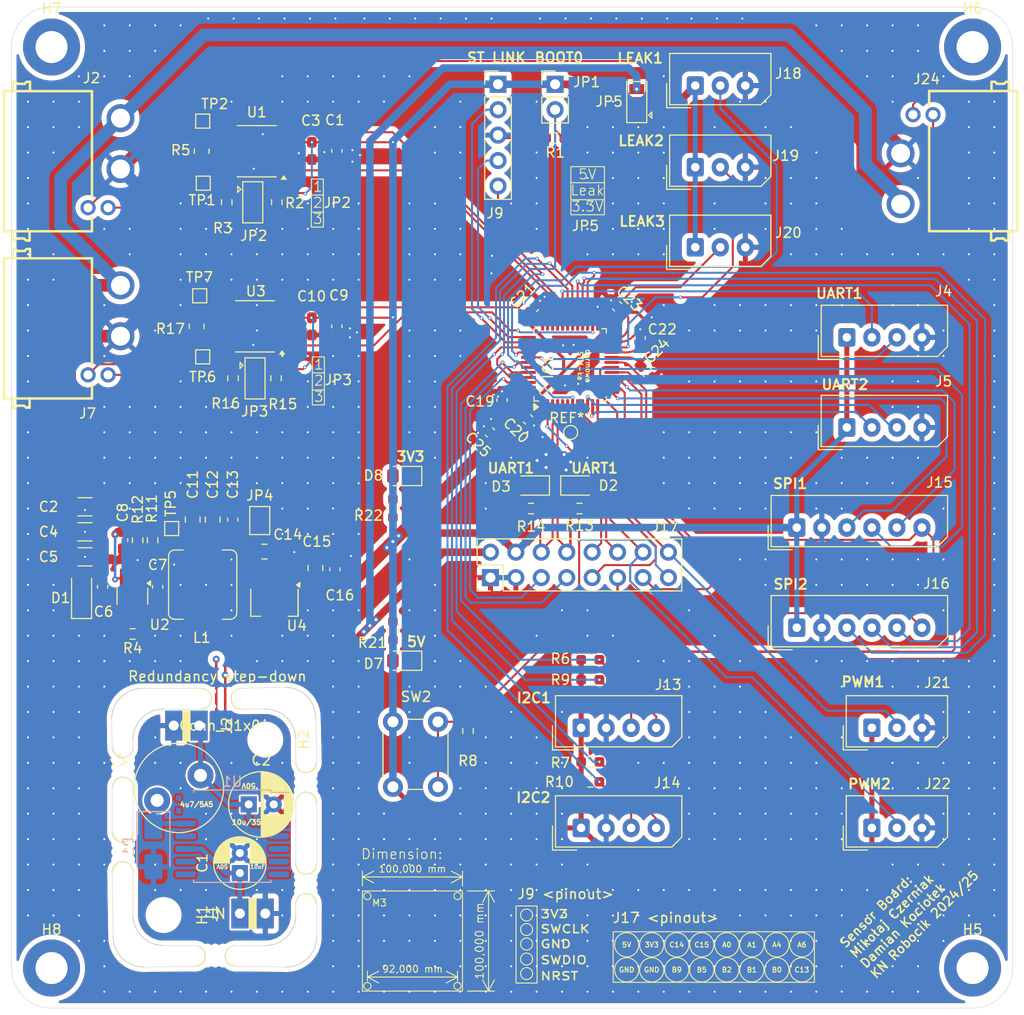
<source format=kicad_pcb>
(kicad_pcb (version 20241229) (generator "pcbnew") (generator_version "9.0")
  (layers (0 "F.Cu" signal) (2 "B.Cu" signal) (13 "F.Paste" user) (15 "B.Paste" user) (5 "F.SilkS" user "F.Silkscreen") (7 "B.SilkS" user "B.Silkscreen") (1 "F.Mask" user) (3 "B.Mask" user) (25 "Edge.Cuts" user))
  (net 0 "")
  (net 1 "+3.3V")
  (net 2 "GND")
  (net 3 "/BATT")
  (net 4 "Net-(U2-LX)")
  (net 5 "Net-(U2-BS)")
  (net 6 "Net-(U2-FB)")
  (net 7 "Net-(JP4-A)")
  (net 8 "+5V")
  (net 9 "/RCC_OSC_IN")
  (net 10 "RCC_OSC_OUT")
  (net 11 "Net-(D1-K)")
  (net 12 "Net-(D2-A)")
  (net 13 "Net-(D3-A)")
  (net 14 "/SPI1_MISO")
  (net 15 "/SWDIO")
  (net 16 "/PA6")
  (net 17 "/TIM2_CH2")
  (net 18 "/SPI2_MOSI")
  (net 19 "/PB9")
  (net 20 "/PB1")
  (net 21 "/SPI1_MOSI")
  (net 22 "/PB5")
  (net 23 "/PC13")
  (net 24 "/USART1_TX")
  (net 25 "/PC15")
  (net 26 "/TIM2_CH4")
  (net 27 "/USART1_RX")
  (net 28 "/I2C2_SDA")
  (net 29 "/FDCAN1_RX")
  (net 30 "/USART2_TX")
  (net 31 "/BOOT0")
  (net 32 "/SPI1_SCK")
  (net 33 "/SWCLK")
  (net 34 "/ADC1_IN1")
  (net 35 "/FDCAN2_RX")
  (net 36 "/I2C1_SCL")
  (net 37 "/TIM2_CH3")
  (net 38 "/FDCAN2_TX")
  (net 39 "/PB0")
  (net 40 "/SPI2_MISO")
  (net 41 "/ADC1_IN2")
  (net 42 "/PA4")
  (net 43 "/PC14")
  (net 44 "/FDCAN1_TX")
  (net 45 "/PB2")
  (net 46 "/I2C1_SDA")
  (net 47 "/I2C2_SCL")
  (net 48 "/NRST")
  (net 49 "/USART2_RX")
  (net 50 "/CAN_1_L")
  (net 51 "/CAN_1_H")
  (net 52 "/CAN_2_L")
  (net 53 "/CAN_2_H")
  (net 54 "Net-(JP2-B)")
  (net 55 "Net-(JP2-C)")
  (net 56 "Net-(JP3-C)")
  (net 57 "Net-(JP3-B)")
  (net 60 "Net-(J18-Pin_1)")
  (net 61 "Net-(D7-A)")
  (net 62 "Net-(D8-A)")
  (footprint "Jumper:SolderJumper-2_P1.3mm_Open_TrianglePad1.0x1.5mm" (layer "F.Cu") (at 114.8 81.3 -90)
    (property "Reference" "JP4")
    (property "Value" "SolderJumper_2_Bridged")
  )
  (footprint "Capacitor_SMD:C_0603_1608Metric_Pad1.08x0.95mm_HandSolder" (layer "F.Cu") (at 120 44.375 -90)
    (property "Reference" "C3")
    (property "Value" "100nF")
  )
  (footprint "Capacitor_SMD:C_0805_2012Metric_Pad1.18x1.45mm_HandSolder" (layer "F.Cu") (at 115.2625 84.4)
    (property "Reference" "C14")
    (property "Value" "22u/10V")
  )
  (footprint "Package_TO_SOT_SMD:SOT-89-3_Handsoldering" (layer "F.Cu") (at 116.2625 89.5 -90)
    (property "Reference" "U4")
    (property "Value" "L78L33_SOT89")
  )
  (footprint "Resistor_SMD:R_0603_1608Metric_Pad0.98x0.95mm_HandSolder" (layer "F.Cu") (at 116.427 67.0875 -90)
    (property "Reference" "R15")
    (property "Value" "2k2")
  )
  (footprint "MountingHole:MountingHole_3.2mm_M3_ISO7380" (layer "F.Cu") (at 105.19 120.702 -90)
    (property "Reference" "H1")
    (property "Value" "MountingHole")
  )
  (footprint "MountingHole:MountingHole_3.2mm_M3_ISO7380_Pad" (layer "F.Cu") (at 186 126)
    (property "Reference" "H5")
    (property "Value" "MountingHole")
  )
  (footprint "Resistor_SMD:R_0805_2012Metric_Pad1.20x1.40mm_HandSolder" (layer "F.Cu") (at 109 44.4125 90)
    (property "Reference" "R5")
    (property "Value" "120R")
  )
  (footprint "Capacitor_SMD:C_0603_1608Metric_Pad1.08x0.95mm_HandSolder" (layer "F.Cu") (at 153.45 66.45 -45)
    (property "Reference" "C24")
    (property "Value" "100nF")
  )
  (footprint "Capacitor_SMD:C_0603_1608Metric_Pad1.08x0.95mm_HandSolder" (layer "F.Cu") (at 142.19012 59.95988 45)
    (property "Reference" "C21")
    (property "Value" "100nF")
  )
  (footprint "LED_SMD:LED_0805_2012Metric_Pad1.15x1.40mm_HandSolder" (layer "F.Cu") (at 129.125 95.3 180)
    (property "Reference" "D7")
    (property "Value" "~")
  )
  (footprint "Panelization:mouse-bite-2mm-slot" (layer "F.Cu") (at 119.4 117.6 90)
    (property "Reference" "mouse-bite-2mm-slot" (hide yes))
    (property "Value" "VAL**" (hide yes))
  )
  (footprint "Jumper:SolderJumper-3_P1.3mm_Open_Pad1.0x1.5mm" (layer "F.Cu") (at 114.327 67.1 -90)
    (property "Reference" "JP3")
    (property "Value" "SolderJumper_3_Open")
  )
  (footprint "Connector_Molex:Molex_SPOX_5267-04A_1x04_P2.50mm_Vertical" (layer "F.Cu") (at 146.9 112)
    (property "Reference" "J14")
    (property "Value" "Conn_01x04")
  )
  (footprint "Resistor_SMD:R_0603_1608Metric_Pad0.98x0.95mm_HandSolder" (layer "F.Cu") (at 128.1 80.0625 90)
    (property "Reference" "R22")
    (property "Value" "120")
  )
  (footprint "Inductor_SMD:L_Bourns_SRP7028A_7.3x6.6mm" (layer "F.Cu") (at 109.1 87.7 90)
    (property "Reference" "L1")
    (property "Value" "4u7/5A5")
  )
  (footprint "Resistor_SMD:R_0603_1608Metric_Pad0.98x0.95mm_HandSolder" (layer "F.Cu") (at 112.127 67.0875 -90)
    (property "Reference" "R16")
    (property "Value" "10k")
  )
  (footprint "Panelization:mouse-bite-2mm-slot" (layer "F.Cu") (at 110.95 99.1)
    (property "Reference" "mouse-bite-2mm-slot" (hide yes))
    (property "Value" "VAL**" (hide yes))
  )
  (footprint "Connector_Molex:Molex_SPOX_5267-03A_1x03_P2.50mm_Vertical" (layer "F.Cu") (at 175.9401 102)
    (property "Reference" "J21")
    (property "Value" "Conn_01x03")
  )
  (footprint "MountingHole:MountingHole_3.2mm_M3_ISO7380_Pad" (layer "F.Cu") (at 94 126)
    (property "Reference" "H8")
    (property "Value" "MountingHole")
  )
  (footprint "Panelization:mouse-bite-2mm-slot" (layer "F.Cu") (at 110.35 124.75 180)
    (property "Reference" "mouse-bite-2mm-slot" (hide yes))
    (property "Value" "VAL**" (hide yes))
  )
  (footprint "Resistor_SMD:R_0603_1608Metric_Pad0.98x0.95mm_HandSolder" (layer "F.Cu") (at 135.6 102.3125 -90)
    (property "Reference" "R8")
    (property "Value" "10k")
  )
  (footprint "Resistor_SMD:R_0603_1608Metric_Pad0.98x0.95mm_HandSolder" (layer "F.Cu") (at 116.5 49.5 -90)
    (property "Reference" "R2")
    (property "Value" "2k2")
  )
  (footprint "Package_QFP:LQFP-48_7x7mm_P0.5mm" (layer "F.Cu") (at 145.8 65.75 90)
    (property "Reference" "IC1")
    (property "Value" "STM32G491CET6")
  )
  (footprint "Capacitor_SMD:C_0805_2012Metric_Pad1.18x1.45mm_HandSolder" (layer "F.Cu") (at 108.1 81.2 90)
    (property "Reference" "C11")
    (property "Value" "22u/10V")
  )
  (footprint "TestPoint:TestPoint_Pad_1.0x1.0mm" (layer "F.Cu") (at 106 82.1)
    (property "Reference" "TP5")
    (property "Value" "TestPoint")
  )
  (footprint "LED_SMD:LED_0805_2012Metric_Pad1.15x1.40mm_HandSolder" (layer "F.Cu") (at 141.875001 77.8 180)
    (property "Reference" "D3")
    (property "Value" "~")
  )
  (footprint "Connector_Molex:Molex_SPOX_5267-04A_1x04_P2.50mm_Vertical" (layer "F.Cu") (at 173.4401 72)
    (property "Reference" "J5")
    (property "Value" "Conn_01x04")
  )
  (footprint "Resistor_SMD:R_0603_1608Metric_Pad0.98x0.95mm_HandSolder" (layer "F.Cu") (at 104.1 83.2625 90)
    (property "Reference" "R11")
    (property "Value" "100k")
  )
  (footprint "Capacitor_SMD:C_0603_1608Metric_Pad1.08x0.95mm_HandSolder" (layer "F.Cu") (at 150.49012 59.89012 135)
    (property "Reference" "C23")
    (property "Value" "100nF")
  )
  (footprint "Button_Switch_THT:SW_PUSH_6mm" (layer "F.Cu") (at 132.600001 101.4 -90)
    (property "Reference" "SW2")
    (property "Value" "SW_Push")
  )
  (footprint "Connector_PinSocket_2.54mm:PinSocket_1x02_P2.54mm_Vertical" (layer "F.Cu") (at 108.746 101.779 -90)
    (property "Reference" "J2")
    (property "Value" "Conn_01x04")
  )
  (footprint "Capacitor_THT:CP_Radial_D5.0mm_P2.00mm" (layer "F.Cu") (at 112.81 116.511 90)
    (property "Reference" "C1")
    (property "Value" "10uF")
  )
  (footprint "Capacitor_SMD:C_0603_1608Metric_Pad1.08x0.95mm_HandSolder" (layer "F.Cu") (at 120 61.9 -90)
    (property "Reference" "C10")
    (property "Value" "100nF")
  )
  (footprint "Package_SO:SOIC-8_3.9x4.9mm_P1.27mm" (layer "F.Cu") (at 114.327 61.9 180)
    (property "Reference" "U3")
    (property "Value" "SN65HVD230")
  )
  (footprint "TestPoint:TestPoint_Pad_D1.0mm" (layer "F.Cu") (at 145.85 72.5)
    (property "Reference" "REF**")
    (property "Value" "TestPoint_Pad_D1.0mm")
  )
  (footprint "Resistor_SMD:R_0603_1608Metric_Pad0.98x0.95mm_HandSolder" (layer "F.Cu") (at 102.6 83.2625 -90)
    (property "Reference" "R12")
    (property "Value" "22k")
  )
  (footprint "Panelization:mouse-bite-2mm-slot" (layer "F.Cu") (at 119.4 107.45 90)
    (property "Reference" "mouse-bite-2mm-slot" (hide yes))
    (property "Value" "VAL**" (hide yes))
  )
  (footprint "TestPoint:TestPoint_Pad_1.0x1.0mm" (layer "F.Cu") (at 109.1 64.95 180)
    (property "Reference" "TP6")
    (property "Value" "TestPoint")
  )
  (footprint "Panelization:mouse-bite-2mm-slot" (layer "F.Cu") (at 101.15 114.4 90)
    (property "Reference" "mouse-bite-2mm-slot" (hide yes))
    (property "Value" "VAL**" (hide yes))
  )
  (footprint "Capacitor_SMD:C_0603_1608Metric_Pad1.08x0.95mm_HandSolder" (layer "F.Cu") (at 152.8 63.05 90)
    (property "Reference" "C22")
    (property "Value" "100nF")
  )
  (footprint "MountingHole:MountingHole_3.2mm_M3_ISO7380_Pad" (layer "F.Cu") (at 94 34)
    (property "Reference" "H7")
    (property "Value" "MountingHole")
  )
  (footprint "Package_SO:SOIC-8_3.9x4.9mm_P1.27mm" (layer "F.Cu") (at 114.5 44.4125 180)
    (property "Reference" "U1")
    (property "Value" "SN65HVD230")
  )
  (footprint "easyeda2kicad:CONN-TH_4P-XT30PW-M" (layer "F.Cu") (at 99.2675 62.275 -90)
    (property "Reference" "J7")
    (property "Value" "Conn_01x04")
  )
  (footprint "Connector_Molex:Molex_SPOX_5267-03A_1x03_P2.50mm_Vertical" (layer "F.Cu") (at 158.3 37.85)
    (property "Reference" "J18")
    (property "Value" "Conn_01x03")
  )
  (footprint "TestPoint:TestPoint_Pad_1.0x1.0mm" (layer "F.Cu") (at 109.15 47.6 180)
    (property "Reference" "TP1")
    (property "Value" "TestPoint")
  )
  (footprint "Jumper:SolderJumper-3_P1.3mm_Open_Pad1.0x1.5mm" (layer "F.Cu") (at 114.1 49.5125 -90)
    (property "Reference" "JP2")
    (property "Value" "SolderJumper_3_Open")
  )
  (footprint "Capacitor_THT:CP_Radial_D6.3mm_P2.50mm" (layer "F.Cu") (at 113.699 109.653)
    (property "Reference" "C2")
    (property "Value" "10u/35V")
  )
  (footprint "Diode_SMD:D_SOD-123" (layer "F.Cu") (at 97 88.725 90)
    (property "Reference" "D1")
    (property "Value" "5V")
  )
  (footprint "Capacitor_SMD:C_1206_3216Metric_Pad1.33x1.80mm_HandSolder" (layer "F.Cu") (at 97.3375 79.925)
    (property "Reference" "C2")
    (property "Value" "10u/35V")
  )
  (footprint "Package_TO_SOT_SMD:TSOT-23-6_HandSoldering" (layer "F.Cu") (at 102.1 88.7875 -90)
    (property "Reference" "U2")
    (property "Value" "DIO6913")
  )
  (footprint "Connector_Molex:Molex_SPOX_5267-06A_1x06_P2.50mm_Vertical" (layer "F.Cu") (at 168.4401 82)
    (property "Reference" "J15")
    (property "Value" "Conn_01x06")
  )
  (footprint "Capacitor_SMD:C_0603_1608Metric_Pad1.08x0.95mm_HandSolder" (layer "F.Cu") (at 139 69.2625 90)
    (property "Reference" "C19")
    (property "Value" "100nF")
  )
  (footprint "Connector_PinSocket_2.54mm:PinSocket_1x02_P2.54mm_Vertical" (layer "F.Cu") (at 112.81 120.55 90)
    (property "Reference" "J1")
    (property "Value" "IN")
  )
  (footprint "Resistor_SMD:R_0603_1608Metric_Pad0.98x0.95mm_HandSolder" (layer "F.Cu") (at 111.5 49.5 -90)
    (property "Reference" "R3")
    (property "Value" "10k")
  )
  (footprint "MountingHole:MountingHole_3.2mm_M3_ISO7380" (layer "F.Cu") (at 115.35 103.176 -90)
    (property "Reference" "H2")
    (property "Value" "MountingHole")
  )
  (footprint "Connector_Molex:Molex_SPOX_5267-04A_1x04_P2.50mm_Vertical" (layer "F.Cu") (at 173.4401 63)
    (property "Reference" "J4")
    (property "Value" "Conn_01x04")
  )
  (footprint "Connector_Molex:Molex_SPOX_5267-04A_1x04_P2.50mm_Vertical" (layer "F.Cu") (at 146.9 102)
    (property "Reference" "J13")
    (property "Value" "Conn_01x04")
  )
  (footprint "easyeda2kicad:CONN-TH_4P-XT30PW-M" (layer "F.Cu") (at 99.2675 45.575 -90)
    (property "Reference" "J2")
    (property "Value" "Conn_01x04")
  )
  (footprint "Panelization:mouse-bite-2mm-slot" (layer "F.Cu") (at 101.15 105.95 90)
    (property "Reference" "mouse-bite-2mm-slot" (hide yes))
    (property "Value" "VAL**" (hide yes))
  )
  (footprint "Capacitor_SMD:C_1206_3216Metric_Pad1.33x1.80mm_HandSolder" (layer "F.Cu") (at 97.3375 82.425)
    (property "Reference" "C4")
    (property "Value" "10u/35V")
  )
  (footprint "Capacitor_SMD:C_0603_1608Metric_Pad1.08x0.95mm_HandSolder" (layer "F.Cu") (at 141.59012 71.19012 -45)
    (property "Reference" "C20")
    (property "Value" "100nF")
  )
  (footprint "Resistor_SMD:R_0805_2012Metric_Pad1.20x1.40mm_HandSolder" (layer "F.Cu") (at 108.5 61.9 90)
    (property "Reference" "R17")
    (property "Value" "120R")
  )
  (footprint "Connector_PinHeader_2.54mm:PinHeader_1x05_P2.54mm_Vertical" (layer "F.Cu") (at 138.6 37.72)
    (property "Reference" "J9")
    (property "Value" "Conn_01x05")
  )
  (footprint "Resistor_SMD:R_0603_1608Metric_Pad0.98x0.95mm_HandSolder" (layer "F.Cu") (at 147.8125 97.2)
    (property "Reference" "R9")
    (property "Value" "10k")
  )
  (footprint "Capacitor_SMD:C_0603_1608Metric_Pad1.08x0.95mm_HandSolder" (layer "F.Cu") (at 137.79012 72.49012 135)
    (property "Reference" "C25")
    (property "Value" "4.7uF")
  )
  (footprint "Capacitor_SMD:C_0603_1608Metric_Pad1.08x0.95mm_HandSolder" (layer "F.Cu") (at 122.5 61.9 -90)
    (property "Reference" "C9")
    (property "Value" "10uF")
  )
  (footprint "Capacitor_SMD:C_0603_1608Metric_Pad1.08x0.95mm_HandSolder" (layer "F.Cu") (at 112.1 81.2 -90)
    (property "Reference" "C13")
    (property "Value" "100n/50V")
  )
  (footprint "LED_SMD:LED_0805_2012Metric_Pad1.15x1.40mm_HandSolder" (layer "F.Cu") (at 146.724999 77.8)
    (property "Reference" "D2")
    (property "Value" "~")
  )
  (footprint "Resistor_SMD:R_0603_1608Metric_Pad0.98x0.95mm_HandSolder" (layer "F.Cu") (at 147.8125 95.2)
    (property "Reference" "R6")
    (property "Value" "10k")
  )
  (footprint "Resistor_SMD:R_0603_1608Metric_Pad0.98x0.95mm_HandSolder" (layer "F.Cu") (at 144.3125 43.1 180)
    (property "Reference" "R1")
    (property "Value" "100k")
  )
  (footprint "Resistor_SMD:R_0603_1608Metric_Pad0.98x0.95mm_HandSolder" (layer "F.Cu") (at 102.1 92.625 180)
    (property "Reference" "R4")
    (property "Value" "10K")
  )
  (footprint "Connector_Molex:Molex_SPOX_5267-03A_1x03_P2.50mm_Vertical" (layer "F.Cu") (at 158.3 54)
    (property "Reference" "J20")
    (property "Value" "Conn_01x03")
  )
  (footprint "Resistor_SMD:R_0603_1608Metric_Pad0.98x0.95mm_HandSolder" (layer "F.Cu") (at 147.8125 105.4)
    (property "Reference" "R7")
    (property "Value" "10k")
  )
  (footprint "Inductor_THT:L_Radial_D8.7mm_P5.00mm_Fastron_07HCP" (layer "F.Cu") (at 104.548936 109.252 30)
    (property "Reference" "L1")
    (property "Value" "4u7/5A5")
  )
  (footprint "easyeda2kicad:CONN-TH_4P-XT30PW-M" (layer "F.Cu") (at 180.4325 45.225001 90)
    (property "Reference" "J24")
    (property "Value" "Conn_01x04")
  )
  (footprint "Capacitor_SMD:C_1206_3216Metric_Pad1.33x1.80mm_HandSolder" (layer "F.Cu") (at 97.35 84.925)
    (property "Reference" "C5")
    (property "Value" "10u/35V")
  )
  (footprint "Capacitor_SMD:C_0805_2012Metric_Pad1.18x1.45mm_HandSolder" (layer "F.Cu") (at 110.1 81.2 90)
    (property "Reference" "C12")
    (property "Value" "22u/10V")
  )
  (footprint "Resistor_SMD:R_0603_1608Metric_Pad0.98x0.95mm_HandSolder" (layer "F.Cu") (at 128.1 92.3125 -90)
    (property "Reference" "R21")
    (property "Value" "1k")
  )
  (footprint "Connector_Molex:Molex_SPOX_5267-06A_1x06_P2.50mm_Vertical" (layer "F.Cu") (at 168.4401 92)
    (property "Reference" "J16")
    (property "Value" "Conn_01x06")
  )
  (footprint "Capacitor_SMD:C_0805_2012Metric_Pad1.18x1.45mm_HandSolder" (layer "F.Cu") (at 120.3625 86.0375 90)
    (property "Reference" "C15")
    (property "Value" "22u/10V")
  )
  (footprint "MountingHole:MountingHole_3.2mm_M3_ISO7380_Pad" (layer "F.Cu") (at 186 34)
    (property "Reference" "H6")
    (property "Value" "MountingHole")
  )
  (footprint "Capacitor_SMD:C_0603_1608Metric_Pad1.08x0.95mm_HandSolder" (layer "F.Cu") (at 122.3 86.1625 -90)
    (property "Reference" "C16")
    (property "Value" "100n/50V")
  )
  (footprint "Connector_PinHeader_2.54mm:PinHeader_2x08_P2.54mm_Vertical" (layer "F.Cu") (at 137.84 87 90)
    (property "Reference" "J17")
    (property "Value" "Conn_02x08_Odd_Even")
  )
  (footprint "Capacitor_SMD:C_0603_1608Metric_Pad1.08x0.95mm_HandSolder" (layer "F.Cu") (at 99.1 87.925 -90)
    (property "Reference" "C6")
    (property "Value" "100n/50V")
  )
  (footprint "TestPoint:TestPoint_Pad_1.0x1.0mm" (layer "F.Cu") (at 108.8 58.85 180)
    (property "Reference" "TP7")
    (property "Value" "TestPoint")
  )
  (footprint "Capacitor_SMD:C_0603_1608Metric_Pad1.08x0.95mm_HandSolder" (layer "F.Cu") (at 101.1 83.2625 -90)
    (property "Reference" "C8")
    (property "Value" "22p/25V")
  )
  (footprint "Resistor_SMD:R_0603_1608Metric_Pad0.98x0.95mm_HandSolder" (layer "F.Cu") (at 141.9 80.1 180)
    (property "Reference" "R14")
    (property "Value" "1k")
  )
  (footprint "Resistor_SMD:R_0603_1608Metric_Pad0.98x0.95mm_HandSolder" (layer "F.Cu") (at 147.8125 107.4)
    (property "Reference" "R10")
    (property "Value" "10k")
  )
  (footprint "Connector_Molex:Molex_SPOX_5267-03A_1x03_P2.50mm_Vertical" (layer "F.Cu") (at 175.9401 112)
    (property "Reference" "J22")
    (property "Value" "Conn_01x03")
  )
  (footprint "Connector_Molex:Molex_SPOX_5267-03A_1x03_P2.50mm_Vertical" (layer "F.Cu") (at 158.3 46)
    (property "Reference" "J19")
    (property "Value" "Conn_01x03")
  )
  (footprint "TestPoint:TestPoint_Pad_1.0x1.0mm" (layer "F.Cu") (at 109.1 41.4 180)
    (property "Reference" "TP2")
    (property "Value" "TestPoint")
  )
  (footprint "LED_SMD:LED_0805_2012Metric_Pad1.15x1.40mm_HandSolder" (layer "F.Cu") (at 129.125 76.85 180)
    (property "Reference" "D8")
    (property "Value" "~")
  )
  (footprint "Capacitor_SMD:C_0603_1608Metric_Pad1.08x0.95mm_HandSolder" (layer "F.Cu") (at 104.6 87.925 90)
    (property "Reference" "C7")
    (property "Value" "100n/50V")
  )
  (footprint "Capacitor_SMD:C_0603_1608Metric_Pad1.08x0.95mm_HandSolder" (layer "F.Cu") (at 122.5 44.375 -90)
    (property "Reference" "C1")
    (property "Value" "10uF")
  )
  (footprint "Jumper:SolderJumper-3_P1.3mm_Open_Pad1.0x1.5mm" (layer "F.Cu") (at 152.4575 39.5 90)
    (property "Reference" "JP5")
    (property "Value" "SolderJumper_3_Open")
  )
  (footprint "Resistor_SMD:R_0603_1608Metric_Pad0.98x0.95mm_HandSolder" (layer "F.Cu") (at 146.737499 80.1)
    (property "Reference" "R13")
    (property "Value" "1k")
  )
  (footprint "Connector_PinHeader_2.54mm:PinHeader_1x02_P2.54mm_Vertical" (layer "F.Cu") (at 144.3 37.72)
    (property "Reference" "JP1")
    (property "Value" "Jumper_2_Open")
  )
  (footprint "Diode_SMD:D_SMA" (layer "B.Cu") (at 104.174 113.876 -90)
    (property "Reference" "D1")
    (property "Value" "5V")
  )
  (footprint "Package_SO:SOIC-14W_7.5x9mm_P1.27mm" (layer "B.Cu") (at 112.048 112.828 180)
    (property "Reference" "U1")
    (property "Value" "SN65HVD230")
  )
  (gr_poly (pts (xy 147.55 73.8) (xy 148.25 74.15) (xy 147.85 74.55) (xy 147.3 73.15) (xy 146.8 73.7)) (stroke (width 0.2)) (fill yes) (layers "F.Cu" "F.Mask") (net 10))
  (gr_poly (pts (xy 147.55 73.8) (xy 147.9 73.15) (xy 148.25 73.5) (xy 146.9 74.1) (xy 147.35 74.45)) (stroke (width 0.2)) (fill yes) (layers "F.Cu" "F.Mask") (net 10))
  (gr_circle (center 147.55 73.8) (end 146.95 73) (stroke (width 0.2)) (fill no) (layers "F.Cu" "F.Mask") (net 10))
  (gr_line (start 145.875 47.55) (end 149.225 47.55) (stroke (width 0.1)) (layer "F.SilkS"))
  (gr_circle (center 141.45 122.15) (end 142.05 122.15) (stroke (width 0.1)) (fill no) (layer "F.SilkS"))
  (gr_circle (center 141.45 126.55) (end 142.05 126.55) (stroke (width 0.1)) (fill no) (layer "F.SilkS"))
  (gr_circle (center 166.45 126.175) (end 167.65 126.025) (stroke (width 0.1)) (fill no) (layer "F.SilkS"))
  (gr_circle (center 163.95 123.675) (end 165.15 123.525) (stroke (width 0.1)) (fill no) (layer "F.SilkS"))
  (gr_poly (pts (xy 149.225 50.749999) (xy 145.875 50.75) (xy 145.875 45.95) (xy 149.225 45.95)) (stroke (width 0.1)) (fill no) (layer "F.SilkS"))
  (gr_circle (center 134.55 127.8) (end 134.35 128.1) (stroke (width 0.1)) (fill no) (layer "F.SilkS"))
  (gr_poly (pts (xy 121.25 69.749999) (xy 120.05 69.75) (xy 120.05 64.95) (xy 121.25 64.95)) (stroke (width 0.1)) (fill no) (layer "F.SilkS"))
  (gr_circle (center 141.45 125.1) (end 142.05 125.1) (stroke (width 0.1)) (fill no) (layer "F.SilkS"))
  (gr_line (start 120.05 66.55) (end 121.25 66.55) (stroke (width 0.1)) (layer "F.SilkS"))
  (gr_poly (pts (xy 121.15 51.987499) (xy 119.95 51.9875) (xy 119.95 47.1875) (xy 121.15 47.1875)) (stroke (width 0.1)) (fill no) (layer "F.SilkS"))
  (gr_line (start 119.95 50.4875) (end 121.15 50.4875) (stroke (width 0.1)) (layer "F.SilkS"))
  (gr_rect (start 140.4 119.8) (end 142.5 127.5) (stroke (width 0.1)) (fill no) (layer "F.SilkS"))
  (gr_circle (center 143.15 68.4) (end 142.85 68.65) (stroke (width 0.1)) (fill no) (layer "F.SilkS"))
  (gr_circle (center 168.95 126.175) (end 170.15 126.025) (stroke (width 0.1)) (fill no) (layer "F.SilkS"))
  (gr_circle (center 141.45 123.6) (end 142.05 123.6) (stroke (width 0.1)) (fill no) (layer "F.SilkS"))
  (gr_line (start 120.05 68.25) (end 121.25 68.25) (stroke (width 0.1)) (layer "F.SilkS"))
  (gr_circle (center 156.45 123.675) (end 157.65 123.525) (stroke (width 0.1)) (fill no) (layer "F.SilkS"))
  (gr_circle (center 158.95 126.175) (end 160.15 126.025) (stroke (width 0.1)) (fill no) (layer "F.SilkS"))
  (gr_circle (center 163.95 126.175) (end 165.15 126.025) (stroke (width 0.1)) (fill no) (layer "F.SilkS"))
  (gr_circle (center 151.45 126.175) (end 152.65 126.025) (stroke (width 0.1)) (fill no) (layer "F.SilkS"))
  (gr_rect (start 150.1 122.375) (end 170.2 127.425) (stroke (width 0.1)) (fill no) (layer "F.SilkS"))
  (gr_circle (center 134.55 118.8) (end 134.35 119.1) (stroke (width 0.1)) (fill no) (layer "F.SilkS"))
  (gr_circle (center 161.45 123.675) (end 162.65 123.525) (stroke (width 0.1)) (fill no) (layer "F.SilkS"))
  (gr_circle (center 153.95 126.175) (end 155.15 126.025) (stroke (width 0.1)) (fill no) (layer "F.SilkS"))
  (gr_circle (center 151.45 123.675) (end 152.65 123.525) (stroke (width 0.1)) (fill no) (layer "F.SilkS"))
  (gr_circle (center 158.95 123.675) (end 160.15 123.525) (stroke (width 0.1)) (fill no) (layer "F.SilkS"))
  (gr_rect (start 125.05 118.3) (end 135.05 128.3) (stroke (width 0.1)) (fill no) (layer "F.SilkS"))
  (gr_circle (center 125.55 118.8) (end 125.35 119.1) (stroke (width 0.1)) (fill no) (layer "F.SilkS"))
  (gr_circle (center 125.55 127.8) (end 125.35 128.1) (stroke (width 0.1)) (fill no) (layer "F.SilkS"))
  (gr_circle (center 156.45 126.175) (end 157.65 126.025) (stroke (width 0.1)) (fill no) (layer "F.SilkS"))
  (gr_circle (center 166.45 123.675) (end 167.65 123.525) (stroke (width 0.1)) (fill no) (layer "F.SilkS"))
  (gr_circle (center 161.45 126.175) (end 162.65 126.025) (stroke (width 0.1)) (fill no) (layer "F.SilkS"))
  (gr_circle (center 168.95 123.675) (end 170.15 123.525) (stroke (width 0.1)) (fill no) (layer "F.SilkS"))
  (gr_circle (center 141.45 120.7) (end 142.05 120.7) (stroke (width 0.1)) (fill no) (layer "F.SilkS"))
  (gr_line (start 119.95 48.7875) (end 121.15 48.7875) (stroke (width 0.1)) (layer "F.SilkS"))
  (gr_circle (center 153.95 123.675) (end 155.15 123.525) (stroke (width 0.1)) (fill no) (layer "F.SilkS"))
  (gr_line (start 145.875 49.25) (end 149.225 49.25) (stroke (width 0.1)) (layer "F.SilkS"))
  (gr_arc (start 118.4 109.45) (mid 119.45 108.4) (end 120.5 109.45) (stroke (width 0.05)) (layer "Edge.Cuts"))
  (gr_line (start 112.95 98.05) (end 117.344739 97.957261) (stroke (width 0.05)) (layer "Edge.Cuts"))
  (gr_arc (start 118.4 119.6) (mid 119.45 118.55) (end 120.5 119.6) (stroke (width 0.05)) (layer "Edge.Cuts"))
  (gr_arc (start 112.35 125.85) (mid 111.3 124.8) (end 112.35 123.75) (stroke (width 0.05)) (layer "Edge.Cuts"))
  (gr_line (start 108.35 125.85) (end 103.205261 125.892739) (stroke (width 0.05)) (layer "Edge.Cuts"))
  (gr_line (start 115.35 100.128) (end 112.95 100.15) (stroke (width 0.05)) (layer "Edge.Cuts"))
  (gr_arc (start 115.35 100.128) (mid 117.505261 101.020739) (end 118.398 103.176) (stroke (width 0.1)) (layer "Edge.Cuts"))
  (gr_arc (start 102.15 103.95) (mid 101.1 105) (end 100.05 103.95) (stroke (width 0.05)) (layer "Edge.Cuts"))
  (gr_line (start 120.5 119.6) (end 120.492739 122.844739) (stroke (width 0.05)) (layer "Edge.Cuts"))
  (gr_line (start 100.007261 101.105261) (end 100.05 103.95) (stroke (width 0.05)) (layer "Edge.Cuts"))
  (gr_arc (start 100.05 116.4) (mid 101.1 115.35) (end 102.15 116.4) (stroke (width 0.05)) (layer "Edge.Cuts"))
  (gr_arc (start 105.19 123.75) (mid 103.034739 122.857261) (end 102.142 120.702) (stroke (width 0.1)) (layer "Edge.Cuts"))
  (gr_line (start 100.05 107.95) (end 100.05 112.4) (stroke (width 0.05)) (layer "Edge.Cuts"))
  (gr_line (start 186 130) (end 94 130) (stroke (width 0.05)) (layer "Edge.Cuts"))
  (gr_arc (start 108.95 98.05) (mid 110 99.1) (end 108.95 100.15) (stroke (width 0.05)) (layer "Edge.Cuts"))
  (gr_arc (start 120.492739 122.844739) (mid 119.599989 124.999989) (end 117.444739 125.892739) (stroke (width 0.1)) (layer "Edge.Cuts"))
  (gr_arc (start 108.35 123.75) (mid 109.4 124.8) (end 108.35 125.85) (stroke (width 0.05)) (layer "Edge.Cuts"))
  (gr_line (start 102.15 112.4) (end 102.15 107.95) (stroke (width 0.05)) (layer "Edge.Cuts"))
  (gr_arc (start 102.141998 103.175998) (mid 103.034737 101.020737) (end 105.189998 100.127998) (stroke (width 0.1)) (layer "Edge.Cuts"))
  (gr_line (start 118.398 120.702) (end 118.4 119.6) (stroke (width 0.05)) (layer "Edge.Cuts"))
  (gr_line (start 190 34) (end 190 126) (stroke (width 0.05)) (layer "Edge.Cuts"))
  (gr_line (start 100.05 116.4) (end 100.157261 122.844739) (stroke (width 0.05)) (layer "Edge.Cuts"))
  (gr_arc (start 102.15 112.4) (mid 101.1 113.45) (end 100.05 112.4) (stroke (width 0.05)) (layer "Edge.Cuts"))
  (gr_arc (start 190 126) (mid 188.828427 128.828427) (end 186 130) (stroke (width 0.05)) (layer "Edge.Cuts"))
  (gr_arc (start 94 130) (mid 91.171573 128.828427) (end 90 126) (stroke (width 0.05)) (layer "Edge.Cuts"))
  (gr_arc (start 117.344739 97.957261) (mid 119.499989 98.850011) (end 120.392739 101.005261) (stroke (width 0.1)) (layer "Edge.Cuts"))
  (gr_arc (start 186 30) (mid 188.828427 31.171573) (end 190 34) (stroke (width 0.05)) (layer "Edge.Cuts"))
  (gr_arc (start 90 34) (mid 91.171573 31.171573) (end 94 30) (stroke (width 0.05)) (layer "Edge.Cuts"))
  (gr_arc (start 100.007261 101.105261) (mid 100.900011 98.950011) (end 103.055261 98.057261) (stroke (width 0.1)) (layer "Edge.Cuts"))
  (gr_line (start 102.15 116.4) (end 102.142 120.702) (stroke (width 0.05)) (layer "Edge.Cuts"))
  (gr_line (start 94 30) (end 186 30) (stroke (width 0.05)) (layer "Edge.Cuts"))
  (gr_line (start 105.19 123.75) (end 108.35 123.75) (stroke (width 0.05)) (layer "Edge.Cuts"))
  (gr_line (start 102.15 103.95) (end 102.141998 103.175998) (stroke (width 0.05)) (layer "Edge.Cuts"))
  (gr_line (start 118.4 105.45) (end 118.398 103.176) (stroke (width 0.05)) (layer "Edge.Cuts"))
  (gr_line (start 108.95 98.05) (end 103.055261 98.057261) (stroke (width 0.05)) (layer "Edge.Cuts"))
  (gr_line (start 120.5 115.6) (end 120.5 109.45) (stroke (width 0.05)) (layer "Edge.Cuts"))
  (gr_arc (start 118.398 120.702) (mid 117.505261 122.857261) (end 115.35 123.75) (stroke (width 0.1)) (layer "Edge.Cuts"))
  (gr_line (start 90 126) (end 90 34) (stroke (width 0.05)) (layer "Edge.Cuts"))
  (gr_line (start 112.35 125.85) (end 117.444739 125.892739) (stroke (width 0.05)) (layer "Edge.Cuts"))
  (gr_arc (start 120.5 105.45) (mid 119.45 106.5) (end 118.4 105.45) (stroke (width 0.05)) (layer "Edge.Cuts"))
  (gr_arc (start 112.95 100.15) (mid 111.9 99.1) (end 112.95 98.05) (stroke (width 0.05)) (layer "Edge.Cuts"))
  (gr_line (start 120.5 105.45) (end 120.392739 101.005261) (stroke (width 0.05)) (layer "Edge.Cuts"))
  (gr_arc (start 100.05 107.95) (mid 101.1 106.9) (end 102.15 107.95) (stroke (width 0.05)) (layer "Edge.Cuts"))
  (gr_line (start 118.4 115.6) (end 118.4 109.45) (stroke (width 0.05)) (layer "Edge.Cuts"))
  (gr_line (start 105.189998 100.127998) (end 108.95 100.15) (stroke (width 0.05)) (layer "Edge.Cuts"))
  (gr_arc (start 120.5 115.6) (mid 119.45 116.65) (end 118.4 115.6) (stroke (width 0.05)) (layer "Edge.Cuts"))
  (gr_arc (start 103.205261 125.892739) (mid 101.050011 124.999989) (end 100.157261 122.844739) (stroke (width 0.1)) (layer "Edge.Cuts"))
  (gr_line (start 112.35 123.75) (end 115.35 123.75) (stroke (width 0.05)) (layer "Edge.Cuts"))
  (gr_text "LEAK1" (at 150.4 35.7 0) (layer "F.SilkS") (effects (font (size 1 1) (thickness 0.2) (bold yes)) (justify left bottom)))
  (gr_text "JP5" (at 147.325 51.8625 0) (layer "F.SilkS") (effects (font (size 1 1))))
  (gr_text "PWM2" (at 173.45 108.2 0) (layer "F.SilkS") (effects (font (size 1 1) (thickness 0.2) (bold yes)) (justify left bottom)))
  (gr_text "Redundancy step-down" (at 110.56 96.861 0) (layer "F.SilkS") (effects (font (size 1 1))))
  (gr_text "5V" (at 151.45 123.675 0) (layer "F.SilkS") (effects (font (size 0.5 0.5) (thickness 0.1))))
  (gr_text "GND" (at 144.371428 123.6 0) (layer "F.SilkS") (effects (font (size 0.8 1))))
  (gr_text "UART1" (at 145.8 76.65 0) (layer "F.SilkS") (effects (font (size 1 1) (thickness 0.2) (bold yes)) (justify left bottom)))
  (gr_text "C13" (at 168.95 126.175 0) (layer "F.SilkS") (effects (font (size 0.5 0.5) (thickness 0.1))))
  (gr_text "A1" (at 163.95 123.675 0) (layer "F.SilkS") (effects (font (size 0.5 0.5) (thickness 0.1))))
  (gr_text "SPI2" (at 166 88.25 0) (layer "F.SilkS") (effects (font (size 1 1) (thickness 0.2) (bold yes)) (justify left bottom)))
  (gr_text "3V3" (at 128.35 75.5 0) (layer "F.SilkS") (effects (font (size 1 1) (thickness 0.2) (bold yes)) (justify left bottom)))
  (gr_text "B0" (at 166.45 126.175 0) (layer "F.SilkS") (effects (font (size 0.5 0.5) (thickness 0.1))))
  (gr_text "5V\nLeak\n3.3V" (at 147.525 50.5125 0) (layer "F.SilkS") (effects (font (size 1 1) (thickness 0.1)) (justify bottom)))
  (gr_text "GND" (at 151.45 126.175 0) (layer "F.SilkS") (effects (font (size 0.5 0.5) (thickness 0.1))))
  (gr_text "Sensor Board:\nMikołaj Czerniak\nDamian Kociołek\nKN Robocik 2024/25" (at 176.35 127.25 45) (layer "F.SilkS") (effects (font (size 0.9 0.9) (thickness 0.16) (bold yes)) (justify left bottom)))
  (gr_text "PWM1" (at 172.8 98 0) (layer "F.SilkS") (effects (font (size 1 1) (thickness 0.2) (bold yes)) (justify left bottom)))
  (gr_text "50V" (at 111.667 115.622 180) (layer "F.SilkS") (effects (font (size 0.4 0.4) (thickness 0.1)) (justify left bottom)))
  (gr_text "B2" (at 161.45 126.175 0) (layer "F.SilkS") (effects (font (size 0.5 0.5) (thickness 0.1))))
  (gr_text "A4" (at 166.45 123.675 0) (layer "F.SilkS") (effects (font (size 0.5 0.5) (thickness 0.1))))
  (gr_text "J17 <pinout>" (at 155.35 120.975 0) (layer "F.SilkS") (effects (font (size 1 1))))
  (gr_text "GND" (at 153.95 126.175 0) (layer "F.SilkS") (effects (font (size 0.5 0.5) (thickness 0.1))))
  (gr_text "I2C1" (at 140.35 99.6 0) (layer "F.SilkS") (effects (font (size 1 1) (thickness 0.2) (bold yes)) (justify left bottom)))
  (gr_text "BOOT0" (at 142.15 35.65 0) (layer "F.SilkS") (effects (font (size 1 1) (thickness 0.2) (bold yes)) (justify left bottom)))
  (gr_text "C14" (at 156.45 123.675 0) (layer "F.SilkS") (effects (font (size 0.5 0.5) (thickness 0.1))))
  (gr_text "3V3" (at 153.95 123.675 0) (layer "F.SilkS") (effects (font (size 0.5 0.5) (thickness 0.1))))
  (gr_text "1\n2\n3" (at 120.05 51.75 0) (layer "F.SilkS") (effects (font (size 1 1) (thickness 0.1)) (justify left bottom)))
  (gr_text "SWCLK" (at 145.3 122.1 0) (layer "F.SilkS") (effects (font (size 0.8 1))))
  (gr_text "B5" (at 158.95 126.175 0) (layer "F.SilkS") (effects (font (size 0.5 0.5) (thickness 0.1))))
  (gr_text "A0" (at 161.45 123.675 0) (layer "F.SilkS") (effects (font (size 0.5 0.5) (thickness 0.1))))
  (gr_text "3V3" (at 144.228571 120.6 0) (layer "F.SilkS") (effects (font (size 0.8 1))))
  (gr_text "UART1" (at 137.45 76.65 0) (layer "F.SilkS") (effects (font (size 1 1) (thickness 0.2) (bold yes)) (justify left bottom)))
  (gr_text "darmowa\nSTM-ka" (at 147.2 65.85 -90) (layer "F.SilkS") (effects (font (size 0.5 0.5) (thickness 0.1))))
  (gr_text "A6" (at 168.95 123.675 0) (layer "F.SilkS") (effects (font (size 0.5 0.5) (thickness 0.1))))
  (gr_text "B1" (at 163.95 126.175 0) (layer "F.SilkS") (effects (font (size 0.5 0.5) (thickness 0.1))))
  (gr_text "SWDIO" (at 145.157142 125.2 0) (layer "F.SilkS") (effects (font (size 0.8 1))))
  (gr_text "5V" (at 129.4 94 0) (layer "F.SilkS") (effects (font (size 1 1) (thickness 0.2) (bold yes)) (justify left bottom)))
  (gr_text "Dimension:" (at 124.85 115.2 0) (layer "F.SilkS") (effects (font (size 1 1) (thickness 0.1)) (justify left bottom)))
  (gr_text "LEAK2" (at 150.5 43.95 0) (layer "F.SilkS") (effects (font (size 1 1) (thickness 0.2) (bold yes)) (justify left bottom)))
  (gr_text "JP2" (at 122.55 49.55 0) (layer "F.SilkS") (effects (font (size 1 1))))
  (gr_text "50V" (at 114.461 107.494 180) (layer "F.SilkS") (effects (font (size 0.5 0.5) (thickness 0.125)) (justify left bottom)))
  (gr_text "J9 <pinout>" (at 145.35 118.6 0) (layer "F.SilkS") (effects (font (size 1 1))))
  (gr_text "UART1" (at 170.25 59.2 0) (layer "F.SilkS") (effects (font (size 1 1) (thickness 0.2) (bold yes)) (justify left bottom)))
  (gr_text "JP3" (at 122.65 67.25 0) (layer "F.SilkS") (effects (font (size 1 1))))
  (gr_text "M3" (at 125.95 119.9 0) (layer "F.SilkS") (effects (font (size 0.7 0.7) (thickness 0.1)) (justify left bottom)))
  (gr_text "SPI1" (at 165.95 78.2 0) (layer "F.SilkS") (effects (font (size 1 1) (thickness 0.2) (bold yes)) (justify left bottom)))
  (gr_text "1\n2\n3" (at 120.15 69.5125 0) (layer "F.SilkS") (effects (font (size 1 1) (thickness 0.1)) (justify left bottom)))
  (gr_text "NRST" (at 144.728571 126.8 0) (layer "F.SilkS") (effects (font (size 0.8 1))))
  (gr_text "ST LINK" (at 135.4 35.65 0) (layer "F.SilkS") (effects (font (size 1 1) (thickness 0.2) (bold yes)) (justify left bottom)))
  (gr_text "LEAK3" (at 150.6 52 0) (layer "F.SilkS") (effects (font (size 1 1) (thickness 0.2) (bold yes)) (justify left bottom)))
  (gr_text "UART2" (at 170.8 68.3 0) (layer "F.SilkS") (effects (font (size 1 1) (thickness 0.2) (bold yes)) (justify left bottom)))
  (gr_text "C15" (at 158.95 123.675 0) (layer "F.SilkS") (effects (font (size 0.5 0.5) (thickness 0.1))))
  (gr_text "I2C2" (at 140.3 109.55 0) (layer "F.SilkS") (effects (font (size 1 1) (thickness 0.2) (bold yes)) (justify left bottom)))
  (gr_text "B9" (at 156.45 126.175 0) (layer "F.SilkS") (effects (font (size 0.5 0.5) (thickness 0.1))))
  (dimension (type aligned) (layer "F.SilkS") (pts (xy 135.05 118.3) (xy 135.05 128.3)) (height -2.6) (format (prefix "") (suffix "") (units 3) (units_format 1) (precision 4) (override_value "100,000")) (style (thickness 0.1) (arrow_length 1.27) (text_position_mode 0) (arrow_direction outward) (extension_height 0.58642) (extension_offset 0.5) (keep_text_aligned yes)) (gr_text "100,000 mm" (at 136.75 123.3 90) (layer "F.SilkS") (effects (font (size 0.8 0.8) (thickness 0.1)))))
  (dimension (type aligned) (layer "F.SilkS") (pts (xy 125.55 127.8) (xy 134.55 127.8)) (height -0.9) (format (prefix "") (suffix "") (units 3) (units_format 1) (precision 4) (override_value "92,000")) (style (thickness 0.1) (arrow_length 1.27) (text_position_mode 0) (arrow_direction outward) (extension_height 0.58642) (extension_offset 0.5) (keep_text_aligned yes)) (gr_text "92,000 mm" (at 130.05 126.1 0) (layer "F.SilkS") (effects (font (size 0.7 0.7) (thickness 0.1)))))
  (dimension (type aligned) (layer "F.SilkS") (pts (xy 125.05 118.3) (xy 135.05 118.3)) (height -1.4) (format (prefix "") (suffix "") (units 3) (units_format 1) (precision 4) (override_value "100,000")) (style (thickness 0.1) (arrow_length 1.27) (text_position_mode 0) (arrow_direction outward) (extension_height 0.58642) (extension_offset 0.5) (keep_text_aligned yes)) (gr_text "100,000 mm" (at 130.05 116.1 0) (layer "F.SilkS") (effects (font (size 0.7 0.7) (thickness 0.1)))))
  (segment (start 113.699 109.653) (end 111.766127 109.653) (width 0.5) (layer "B.Cu") (net 0))
  (segment (start 116.698 111.558) (end 114.207 111.558) (width 0.5) (layer "B.Cu") (net 0))
  (segment (start 108.885127 101.664127) (end 108.746 101.525) (width 0.5) (layer "B.Cu") (net 0))
  (segment (start 113.699 111.05) (end 113.699 109.653) (width 0.5) (layer "B.Cu") (net 0))
  (segment (start 108.885127 106.772) (end 108.885127 101.664127) (width 0.5) (layer "B.Cu") (net 0))
  (segment (start 114.207 111.558) (end 113.699 111.05) (width 0.5) (layer "B.Cu") (net 0))
  (segment (start 111.766127 109.653) (end 108.885127 106.772) (width 0.5) (layer "B.Cu") (net 0))
  (segment (start 108.885127 106.772) (end 108.885127 103.061127) (width 0.5) (layer "B.Cu") (net 0))
  (segment (start 149.9625 65) (end 151.472183 65) (width 0.2032) (layer "F.Cu") (net 1))
  (segment (start 152.4575 40.8) (end 148.75 40.8) (width 0.762) (layer "F.Cu") (net 1))
  (segment (start 119.2875 48.5875) (end 116.5 48.5875) (width 0.2) (layer "F.Cu") (net 1))
  (segment (start 124.475 87.025) (end 138.4 73.1) (width 1.27) (layer "F.Cu") (net 1))
  (segment (start 128.1 61) (end 128.0625 61.0375) (width 0.2032) (layer "F.Cu") (net 1))
  (segment (start 118.927 61.0375) (end 119.95 61.0375) (width 0.2032) (layer "F.Cu") (net 1))
  (segment (start 122.3 87.025) (end 124.475 87.025) (width 1.27) (layer "F.Cu") (net 1))
  (segment (start 119.95 61.0375) (end 120.527 61.0375) (width 0.2032) (layer "F.Cu") (net 1))
  (segment (start 148.75 40.8) (end 145.67 37.72) (width 0.762) (layer "F.Cu") (net 1))
  (segment (start 128.95 82.55) (end 138.47 82.55) (width 0.762) (layer "F.Cu") (net 1))
  (segment (start 143.05 69.9125) (end 142.38226 70.58024) (width 0.2032) (layer "F.Cu") (net 1))
  (segment (start 143.039082 68.539082) (end 145.15 66.428164) (width 0.3048) (layer "F.Cu") (net 1))
  (segment (start 140.625 68.5) (end 141.6375 68.5) (width 0.2032) (layer "F.Cu") (net 1))
  (segment (start 143.05 61.5875) (end 143.05 61.33488) (width 0.2032) (layer "F.Cu") (net 1))
  (segment (start 174.9 115.3) (end 175.9401 114.2599) (width 0.508) (layer "F.Cu") (net 1))
  (segment (start 140.91976 70.58024) (end 138.4 73.1) (width 0.762) (layer "F.Cu") (net 1))
  (segment (start 152.490826 60.5) (end 151.1 60.5) (width 0.3048) (layer "F.Cu") (net 1))
  (segment (start 138.47 82.55) (end 140.38 84.46) (width 0.762) (layer "F.Cu") (net 1))
  (segment (start 175.9401 112) (end 175.9401 102) (width 0.508) (layer "F.Cu") (net 1))
  (segment (start 128.0875 43.5125) (end 120.7 43.5125) (width 0.2032) (layer "F.Cu") (net 1))
  (segment (start 151.607987 61.007987) (end 151.1 60.5) (width 0.2032) (layer "F.Cu") (net 1))
  (segment (start 153.645413 63.067087) (end 153.645413 61.654587) (width 0.3048) (layer "F.Cu") (net 1))
  (segment (start 119.125 66.175) (end 116.427 66.175) (width 0.2) (layer "F.Cu") (net 1))
  (segment (start 142.59798 61.5875) (end 143.0476 61.5875) (width 0.3048) (layer "F.Cu") (net 1))
  (segment (start 145.67 37.72) (end 144.3 37.72) (width 0.762) (layer "F.Cu") (net 1))
  (segment (start 132.2 112) (end 146.9 112) (width 0.508) (layer "F.Cu") (net 1))
  (segment (start 146.9 112) (end 146.9 95.2) (width 0.508) (layer "F.Cu") (net 1))
  (segment (start 145.15 66.428164) (end 145.15 65.1) (width 0.3048) (layer "F.Cu") (net 1))
  (segment (start 128.675 82.825) (end 128.95 82.55) (width 0.762) (layer "F.Cu") (net 1))
  (segment (start 175.9401 114.2599) (end 175.9401 112) (width 0.508) (layer "F.Cu") (net 1))
  (segment (start 151.046448 60.60988) (end 150.968284 60.60988) (width 0.3048) (layer "F.Cu") (net 1))
  (segment (start 142.38226 70.58024) (end 140.98024 70.58024) (width 0.2032) (layer "F.Cu") (net 1))
  (segment (start 128.1 80.975) (end 128.1 83.4) (width 0.2) (layer "F.Cu") (net 1))
  (segment (start 149.9625 64.5) (end 151.38165 64.5) (width 0.2032) (layer "F.Cu") (net 1))
  (segment (start 152.8 63.9125) (end 153.645413 63.067087) (width 0.3048) (layer "F.Cu") (net 1))
  (segment (start 150.968284 60.60988) (end 140.9 70.678164) (width 0.3048) (layer "F.Cu") (net 1))
  (segment (start 141.58024 61.53024) (end 141.58024 60.56976) (width 0.3048) (layer "F.Cu") (net 1))
  (segment (start 146.9 112) (end 150.2 115.3) (width 0.508) (layer "F.Cu") (net 1))
  (segment (start 140.98024 70.58024) (end 140.91976 70.58024) (width 0.762) (layer "F.Cu") (net 1))
  (segment (start 128.0625 61.0375) (end 120.527 61.0375) (width 0.2032) (layer "F.Cu") (net 1))
  (segment (start 118.325 87.025) (end 118.3 87.05) (width 1.27) (layer "F.Cu") (net 1))
  (segment (start 150.2 115.3) (end 174.9 115.3) (width 0.508) (layer "F.Cu") (net 1))
  (segment (start 128.1 43.5) (end 128.0875 43.5125) (width 0.2032) (layer "F.Cu") (net 1))
  (segment (start 152.8 65.55) (end 154.1 64.25) (width 0.3048) (layer "F.Cu") (net 1))
  (segment (start 149.9625 63) (end 150.717158 63) (width 0.2032) (layer "F.Cu") (net 1))
  (segment (start 116.802 61.265) (end 118.6995 61.265) (width 0.2032) (layer "F.Cu") (net 1))
  (segment (start 128.100001 107.900001) (end 132.2 112) (width 0.508) (layer "F.Cu") (net 1))
  (segment (start 151.2 62.8) (end 151.196495 62.803505) (width 0.2032) (layer "F.Cu") (net 1))
  (segment (start 119.35 48.65) (end 119.2875 48.5875) (width 0.2) (layer "F.Cu") (net 1))
  (segment (start 128.100001 108.500001) (end 128.100001 108.269999) (width 0.508) (layer "F.Cu") (net 1))
  (segment (start 154.1 62.109174) (end 152.490826 60.5) (width 0.3048) (layer "F.Cu") (net 1))
  (segment (start 151.607987 61.916435) (end 151.607987 61.007987) (width 0.2032) (layer "F.Cu") (net 1))
  (segment (start 120 61.0375) (end 119.95 61.0375) (width 0.2) (layer "F.Cu") (net 1))
  (segment (start 119.3 66) (end 119.125 66.175) (width 0.2) (layer "F.Cu") (net 1))
  (segment (start 141.58024 60.56976) (end 142.59798 61.5875) (width 0.3048) (layer "F.Cu") (net 1))
  (segment (start 118.835 43.7775) (end 119.1 43.5125) (width 0.254) (layer "F.Cu") (net 1))
  (segment (start 139 70.125) (end 139 72.5) (width 0.3048) (layer "F.Cu") (net 1))
  (segment (start 140.9 70.678164) (end 140.821836 70.678164) (width 0.3048) (layer "F.Cu") (net 1))
  (segment (start 118.6995 61.265) (end 118.927 61.0375) (width 0.2032) (layer "F.Cu") (net 1))
  (segment (start 145.15 65.1) (end 141.58024 61.53024) (width 0.3048) (layer "F.Cu") (net 1))
  (segment (start 173.4401 72) (end 173.4401 72.4099) (width 0.508) (layer "F.Cu") (net 1))
  (segment (start 116.975 43.7775) (end 118.835 43.7775) (width 0.254) (layer "F.Cu") (net 1))
  (segment (start 139 70.125) (end 140.625 68.5) (width 0.2032) (layer "F.Cu") (net 1))
  (segment (start 119.1 43.5125) (end 120.7 43.5125) (width 0.254) (layer "F.Cu") (net 1))
  (segment (start 128.100001 108.269999) (end 128.1 108.269998) (width 0.508) (layer "F.Cu") (net 1))
  (segment (start 122.3 87.025) (end 118.325 87.025) (width 1.27) (layer "F.Cu") (net 1))
  (segment (start 173.4401 63) (end 173.4401 72) (width 0.508) (layer "F.Cu") (net 1))
  (segment (start 154.1 64.25) (end 154.1 62.109174) (width 0.3048) (layer "F.Cu") (net 1))
  (via (at 120 43.5125) (size 0.35) (drill 0.2) (layers "F.Cu" "B.Cu") (net 1))
  (via (at 128.1 43.5) (size 0.5) (drill 0.2) (layers "F.Cu" "B.Cu") (net 1))
  (via (at 119.35 48.65) (size 0.35) (drill 0.2) (layers "F.Cu" "B.Cu") (net 1))
  (via (at 128.1 61) (size 0.5) (drill 0.2) (layers "F.Cu" "B.Cu") (net 1))
  (via (at 128.1 83.4) (size 0.7) (drill 0.3) (layers "F.Cu" "B.Cu") (net 1))
  (via (at 119.95 61.0375) (size 0.35) (drill 0.2) (layers "F.Cu" "B.Cu") (net 1))
  (via (at 127.5 84) (size 0.7) (drill 0.3) (layers "F.Cu" "B.Cu") (net 1))
  (via (at 128.675 82.825) (size 0.7) (drill 0.3) (layers "F.Cu" "B.Cu") (net 1))
  (via (at 119.3 66) (size 0.35) (drill 0.2) (layers "F.Cu" "B.Cu") (net 1))
  (arc (start 150.717158 63) (mid 150.97847 62.948021) (end 151.2 62.8) (width 0.2032) (layer "F.Cu") (net 1))
  (arc (start 151.38165 64.5) (mid 152.149255 64.347313) (end 152.8 63.9125) (width 0.2032) (layer "F.Cu") (net 1))
  (arc (start 151.196495 62.803505) (mid 151.480237 62.396396) (end 151.607987 61.916435) (width 0.2032) (layer "F.Cu") (net 1))
  (arc (start 151.472183 65) (mid 152.190792 65.142941) (end 152.8 65.55) (width 0.2032) (layer "F.Cu") (net 1))
  (segment (start 109 114.098) (end 111.413 116.511) (width 0.5) (layer "B.Cu") (net 1))
  (segment (start 111.413 116.511) (end 112.81 116.511) (width 0.5) (layer "B.Cu") (net 1))
  (segment (start 128.1 43.5) (end 128.1 43.4) (width 0.508) (layer "B.Cu") (net 1))
  (segment (start 138.6 37.72) (end 144.3 37.72) (width 0.762) (layer "B.Cu") (net 1))
  (segment (start 128.1 43.4) (end 128.75 42.75) (width 0.508) (layer "B.Cu") (net 1))
  (segment (start 107.398 114.098) (end 109 114.098) (width 0.5) (layer "B.Cu") (net 1))
  (segment (start 168.4401 82) (end 168.4401 92) (width 0.508) (layer "B.Cu") (net 1))
  (segment (start 128.1 107.9) (end 128.100001 107.900001) (width 0.508) (layer "B.Cu") (net 1))
  (segment (start 120.1235 65.1765) (end 119.3 66) (width 0.2) (layer "B.Cu") (net 1))
  (segment (start 120 43.5125) (end 120 48) (width 0.2) (layer "B.Cu") (net 1))
  (segment (start 128.1 43.4) (end 133.78 37.72) (width 0.762) (layer "B.Cu") (net 1))
  (segment (start 142.84 82) (end 168.4401 82) (width 0.762) (layer "B.Cu") (net 1))
  (segment (start 128.1 101.4) (end 128.1 107.9) (width 0.762) (layer "B.Cu") (net 1))
  (segment (start 133.78 37.72) (end 138.6 37.72) (width 0.762) (layer "B.Cu") (net 1))
  (segment (start 120 48) (end 119.35 48.65) (width 0.2) (layer "B.Cu") (net 1))
  (segment (start 168.4401 77.4099) (end 168.4401 82) (width 0.508) (layer "B.Cu") (net 1))
  (segment (start 112.81 120.194) (end 112.81 116.511) (width 0.5) (layer "B.Cu") (net 1))
  (segment (start 119.95 61.0375) (end 120.1235 61.211) (width 0.2) (layer "B.Cu") (net 1))
  (segment (start 128.1 43.4) (end 128.1 101.9) (width 0.762) (layer "B.Cu") (net 1))
  (segment (start 140.38 84.46) (end 142.84 82) (width 0.762) (layer "B.Cu") (net 1))
  (segment (start 173.4401 72.4099) (end 168.4401 77.4099) (width 0.508) (layer "B.Cu") (net 1))
  (segment (start 128.675 82.825) (end 127.5 84) (width 0.762) (layer "B.Cu") (net 1))
  (segment (start 120.1235 61.211) (end 120.1235 65.1765) (width 0.2) (layer "B.Cu") (net 1))
  (segment (start 150.783072 63.4516) (end 150.925892 63.448801) (width 0.2032) (layer "F.Cu") (net 2))
  (segment (start 149.9625 65.5) (end 150.863604 65.5) (width 0.2032) (layer "F.Cu") (net 2))
  (segment (start 143.275 43.1) (end 138.9 43.1) (width 0.2032) (layer "F.Cu") (net 2))
  (segment (start 152.665665 66.763943) (end 152.737481 66.832545) (width 0.2032) (layer "F.Cu") (net 2))
  (segment (start 150.863604 65.5) (end 150.97795 65.502127) (width 0.2032) (layer "F.Cu") (net 2))
  (segment (start 101.1 84.125) (end 101.1 84.725) (width 0.65) (layer "F.Cu") (net 2))
  (segment (start 98.9 79.925) (end 95.8 76.825) (width 1.27) (layer "F.Cu") (net 2))
  (segment (start 118.6995 62.535) (end 118.927 62.7625) (width 0.2032) (layer "F.Cu") (net 2))
  (segment (start 101.1 84.725) (end 100.5 85.325) (width 0.65) (layer "F.Cu") (net 2))
  (segment (start 178.8125 44.0125) (end 178.8125 44.615001) (width 1.27) (layer "F.Cu") (net 2))
  (segment (start 150.411743 63.4516) (end 150.783072 63.4516) (width 0.2032) (layer "F.Cu") (net 2))
  (segment (start 116.802 62.535) (end 118.6995 62.535) (width 0.2032) (layer "F.Cu") (net 2))
  (segment (start 151.625087 65.7124) (end 151.908543 65.995856) (width 0.2032) (layer "F.Cu") (net 2))
  (segment (start 116.27 84.43) (end 116.27 87.13) (width 0.762) (layer "F.Cu") (net 2))
  (segment (start 116.3 84.4) (end 116.27 84.43) (width 0.762) (layer "F.Cu") (net 2))
  (segment (start 108.1 80.1625) (end 111.925 80.1625) (width 0.65) (layer "F.Cu") (net 2))
  (segment (start 101.1 84.125) (end 102.55 84.125) (width 0.65) (layer "F.Cu") (net 2))
  (segment (start 143.55 60.1) (end 143.55 61.5875) (width 0.2032) (layer "F.Cu") (net 2))
  (segment (start 122.21 45.0475) (end 116.975 45.0475) (width 0.2) (layer "F.Cu") (net 2))
  (segment (start 102.1 87.0775) (end 102.1 86.050726) (width 0.65) (layer "F.Cu") (net 2))
  (segment (start 152.06823 62.91927) (end 152.8 62.1875) (width 0.2032) (layer "F.Cu") (net 2))
  (segment (start 114.2575 32.815) (end 167.615 32.815) (width 1.27) (layer "F.Cu") (net 2))
  (segment (start 151.916297 66.014575) (end 152.665665 66.763943) (width 0.2032) (layer "F.Cu") (net 2))
  (segment (start 151.421323 65.608574) (end 151.625087 65.7124) (width 0.2032) (layer "F.Cu") (net 2))
  (segment (start 139.1375 68) (end 139 68.1375) (width 0.2032) (layer "F.Cu") (net 2))
  (segment (start 98.9 84.9125) (end 98.9125 84.925) (width 0.65) (layer "F.Cu") (net 2))
  (segment (start 150.167047 63.475701) (end 150.411743 63.4516) (width 0.2032) (layer "F.Cu") (net 2))
  (segment (start 150.319755 63.497258) (end 150.43985 63.495028) (width 0.2032) (layer "F.Cu") (net 2))
  (segment (start 142.8 59.35) (end 143.55 60.1) (width 0.2032) (layer "F.Cu") (net 2))
  (segment (start 95.8 76.825) (end 95.8 64.1) (width 1.27) (layer "F.Cu") (net 2))
  (segment (start 95.8 64.1) (end 97.015 62.885) (width 1.27) (layer "F.Cu") (net 2))
  (segment (start 102.55 84.125) (end 102.6 84.175) (width 0.65) (layer "F.Cu") (net 2))
  (segment (start 150.43985 63.495028) (end 150.574533 63.481743) (width 0.2032) (layer "F.Cu") (net 2))
  (segment (start 149.88024 59.28024) (end 149.9 59.3) (width 0.2) (layer "F.Cu") (net 2))
  (segment (start 122.4 45.2375) (end 122.21 45.0475) (width 0.2) (layer "F.Cu") (net 2))
  (segment (start 150.574533 63.481743) (end 150.691175 63.460285) (width 0.2032) (layer "F.Cu") (net 2))
  (segment (start 152.902597 66.942869) (end 153.086063 67.018861) (width 0.2032) (layer "F.Cu") (net 2))
  (segment (start 149.9625 63.5) (end 149.986516 63.477917) (width 0.2032) (layer "F.Cu") (net 2))
  (segment (start 152.737481 66.832545) (end 152.902597 66.942869) (width 0.2032) (layer "F.Cu") (net 2))
  (segment (start 138.9 43.1) (end 138.6 42.8) (width 0.2032) (layer "F.Cu") (net 2))
  (segment (start 101.374274 85.325) (end 100.5 85.325) (width 0.65) (layer "F.Cu") (net 2))
  (segment (start 151.203825 65.537903) (end 151.421323 65.608574) (width 0.2032) (layer "F.Cu") (net 2))
  (segment (start 98.9 79.925) (end 98.9 84.9125) (width 0.65) (layer "F.Cu") (net 2))
  (segment (start 151.908543 65.995856) (end 151.916297 66.014575) (width 0.2032) (layer "F.Cu") (net 2))
  (segment (start 153.38012 67.05988) (end 154.05988 67.05988) (width 0.2032) (layer "F.Cu") (net 2))
  (segment (start 149.9625 63.5) (end 150.172183 63.5) (width 0.2032) (layer "F.Cu") (net 2))
  (segment (start 97.015 62.885) (end 100.8875 62.885) (width 1.27) (layer "F.Cu") (net 2))
  (segment (start 111.925 80.1625) (end 112.1 80.3375) (width 0.65) (layer "F.Cu") (net 2))
  (segment (start 99.3125 85.325) (end 98.9125 84.925) (width 0.65) (layer "F.Cu") (net 2))
  (segment (start 153.086063 67.018861) (end 153.280829 67.057599) (width 0.2032) (layer "F.Cu") (net 2))
  (segment (start 150.97795 65.502127) (end 151.203825 65.537903) (width 0.2032) (layer "F.Cu") (net 2))
  (segment (start 167.615 32.815) (end 178.8125 44.0125) (width 1.27) (layer "F.Cu") (net 2))
  (segment (start 149.986516 63.477917) (end 150.167047 63.475701) (width 0.2032) (layer "F.Cu") (net 2))
  (segment (start 111.5 48.5875) (end 113.725 48.5875) (width 0.2) (layer "F.Cu") (net 2))
  (segment (start 118.927 62.7625) (end 120.527 62.7625) (width 0.2032) (layer "F.Cu") (net 2))
  (segment (start 100.8875 46.185) (end 114.2575 32.815) (width 1.27) (layer "F.Cu") (net 2))
  (segment (start 116.27 87.13) (end 116.2625 87.1375) (width 0.762) (layer "F.Cu") (net 2))
  (segment (start 150.172183 63.5) (end 150.319755 63.497258) (width 0.2032) (layer "F.Cu") (net 2))
  (segment (start 113.7875 47.9) (end 114.1 48.2125) (width 0.2032) (layer "F.Cu") (net 2))
  (segment (start 141.6375 68) (end 139.1375 68) (width 0.2032) (layer "F.Cu") (net 2))
  (segment (start 100.5 85.325) (end 99.3125 85.325) (width 0.65) (layer "F.Cu") (net 2))
  (segment (start 102.1 86.050726) (end 101.374274 85.325) (width 0.65) (layer "F.Cu") (net 2))
  (segment (start 153.280829 67.057599) (end 153.38012 67.05988) (width 0.2032) (layer "F.Cu") (net 2))
  (segment (start 122.5 45.2375) (end 122.4 45.2375) (width 0.2) (layer "F.Cu") (net 2))
  (segment (start 113.725 48.5875) (end 114.1 48.2125) (width 0.2) (layer "F.Cu") (net 2))
  (via (at 180.5525 95.34175) (size 0.35) (drill 0.2) (layers "F.Cu" "B.Cu") (net 2))
  (via (at 122.1325 75.02175) (size 0.35) (drill 0.2) (layers "F.Cu" "B.Cu") (net 2))
  (via (at 188.1725 80.10175) (size 0.35) (drill 0.2) (layers "F.Cu" "B.Cu") (net 2))
  (via (at 180.5525 75.02175) (size 0.35) (drill 0.2) (layers "F.Cu" "B.Cu") (net 2))
  (via (at 188.1725 75.02175) (size 0.35) (drill 0.2) (layers "F.Cu" "B.Cu") (net 2))
  (via (at 94.1925 100.42175) (size 0.35) (drill 0.2) (layers "F.Cu" "B.Cu") (net 2))
  (via (at 188.1725 64.86175) (size 0.35) (drill 0.2) (layers "F.Cu" "B.Cu") (net 2))
  (via (at 183.0925 115.66175) (size 0.35) (drill 0.2) (layers "F.Cu" "B.Cu") (net 2))
  (via (at 91.6525 42.00175) (size 0.35) (drill 0.2) (layers "F.Cu" "B.Cu") (net 2))
  (via (at 106.8925 54.70175) (size 0.35) (drill 0.2) (layers "F.Cu" "B.Cu") (net 2))
  (via (at 175.4725 87.72175) (size 0.35) (drill 0.2) (layers "F.Cu" "B.Cu") (net 2))
  (via (at 104.3525 75.02175) (size 0.35) (drill 0.2) (layers "F.Cu" "B.Cu") (net 2))
  (via (at 170.3925 80.10175) (size 0.35) (drill 0.2) (layers "F.Cu" "B.Cu") (net 2))
  (via (at 96.7325 108.04175) (size 0.35) (drill 0.2) (layers "F.Cu" "B.Cu") (net 2))
  (via (at 134.8325 97.88175) (size 0.35) (drill 0.2) (layers "F.Cu" "B.Cu") (net 2))
  (via (at 170.3925 125.82175) (size 0.35) (drill 0.2) (layers "F.Cu" "B.Cu") (net 2))
  (via (at 122.1325 82.64175) (size 0.35) (drill 0.2) (layers "F.Cu" "B.Cu") (net 2))
  (via (at 137.3725 97.88175) (size 0.35) (drill 0.2) (layers "F.Cu" "B.Cu") (net 2))
  (via (at 183.0925 100.42175) (size 0.35) (drill 0.2) (layers "F.Cu" "B.Cu") (net 2))
  (via (at 122.1325 113.12175) (size 0.35) (drill 0.2) (layers "F.Cu" "B.Cu") (net 2))
  (via (at 175.4725 36.92175) (size 0.35) (drill 0.2) (layers "F.Cu" "B.Cu") (net 2))
  (via (at 96.7325 42.00175) (size 0.35) (drill 0.2) (layers "F.Cu" "B.Cu") (net 2))
  (via (at 106.8925 75.02175) (size 0.35) (drill 0.2) (layers "F.Cu" "B.Cu") (net 2))
  (via (at 146.15 63.75) (size 0.35) (drill 0.2) (layers "F.Cu" "B.Cu") (net 2))
  (via (at 155.1525 97.88175) (size 0.35) (drill 0.2) (layers "F.Cu" "B.Cu") (net 2))
  (via (at 155.1525 44.54175) (size 0.35) (drill 0.2) (layers "F.Cu" "B.Cu") (net 2))
  (via (at 136.6 72.55) (size 0.35) (drill 0.2) (layers "F.Cu" "B.Cu") (net 2))
  (via (at 127.2125 123.28175) (size 0.35) (drill 0.2) (layers "F.Cu" "B.Cu") (net 2))
  (via (at 167.8525 105.50175) (size 0.35) (drill 0.2) (layers "F.Cu" "B.Cu") (net 2))
  (via (at 188.1725 42.00175) (size 0.35) (drill 0.2) (layers "F.Cu" "B.Cu") (net 2))
  (via (at 167.8525 125.82175) (size 0.35) (drill 0.2) (layers "F.Cu" "B.Cu") (net 2))
  (via (at 188.1725 118.20175) (size 0.35) (drill 0.2) (layers "F.Cu" "B.Cu") (net 2))
  (via (at 106.8925 128.36175) (size 0.35) (drill 0.2) (layers "F.Cu" "B.Cu") (net 2))
  (via (at 162.7725 97.88175) (size 0.35) (drill 0.2) (layers "F.Cu" "B.Cu") (net 2))
  (via (at 152.6125 49.62175) (size 0.35) (drill 0.2) (layers "F.Cu" "B.Cu") (net 2))
  (via (at 104.3525 128.36175) (size 0.35) (drill 0.2) (layers "F.Cu" "B.Cu") (net 2))
  (via (at 124.6725 67.40175) (size 0.35) (drill 0.2) (layers "F.Cu" "B.Cu") (net 2))
  (via (at 139.9125 113.12175) (size 0.35) (drill 0.2) (layers "F.Cu" "B.Cu") (net 2))
  (via (at 122.1325 108.04175) (size 0.35) (drill 0.2) (layers "F.Cu" "B.Cu") (net 2))
  (via (at 96.7325 118.20175) (size 0.35) (drill 0.2) (layers "F.Cu" "B.Cu") (net 2))
  (via (at 119.5925 36.92175) (size 0.35) (drill 0.2) (layers "F.Cu" "B.Cu") (net 2))
  (via (at 124.6725 100.42175) (size 0.35) (drill 0.2) (layers "F.Cu" "B.Cu") (net 2))
  (via (at 155.1525 128.36175) (size 0.35) (drill 0.2) (layers "F.Cu" "B.Cu") (net 2))
  (via (at 144.9925 120.74175) (size 0.35) (drill 0.2) (layers "F.Cu" "B.Cu") (net 2))
  (via (at 150.0725 123.28175) (size 0.35) (drill 0.2) (layers "F.Cu" "B.Cu") (net 2))
  (via (at 132.2925 115.66175) (size 0.35) (drill 0.2) (layers "F.Cu" "B.Cu") (net 2))
  (via (at 188.1725 57.24175) (size 0.35) (drill 0.2) (layers "F.Cu" "B.Cu") (net 2))
  (via (at 183.0925 123.28175) (size 0.35) (drill 0.2) (layers "F.Cu" "B.Cu") (net 2))
  (via (at 185.6325 115.66175) (size 0.35) (drill 0.2) (layers "F.Cu" "B.Cu") (net 2))
  (via (at 183.0925 102.96175) (size 0.35) (drill 0.2) (layers "F.Cu" "B.Cu") (net 2))
  (via (at 124.5 62.5) (size 0.5) (drill 0.2) (layers "F.Cu" "B.Cu") (net 2))
  (via (at 117.0525 95.34175) (size 0.35) (drill 0.2) (layers "F.Cu" "B.Cu") (net 2))
  (via (at 172.9325 110.58175) (size 0.35) (drill 0.2) (layers "F.Cu" "B.Cu") (net 2))
  (via (at 152.6125 54.70175) (size 0.35) (drill 0.2) (layers "F.Cu" "B.Cu") (net 2))
  (via (at 172.9325 95.34175) (size 0.35) (drill 0.2) (layers "F.Cu" "B.Cu") (net 2))
  (via (at 150.0725 47.08175) (size 0.35) (drill 0.2) (layers "F.Cu" "B.Cu") (net 2))
  (via (at 122.1325 52.16175) (size 0.35) (drill 0.2) (layers "F.Cu" "B.Cu") (net 2))
  (via (at 155.1525 62.32175) (size 0.35) (drill 0.2) (layers "F.Cu" "B.Cu") (net 2))
  (via (at 111.9725 57.24175) (size 0.35) (drill 0.2) (layers "F.Cu" "B.Cu") (net 2))
  (via (at 111.9725 77.56175) (size 0.35) (drill 0.2) (layers "F.Cu" "B.Cu") (net 2))
  (via (at 170.3925 77.56175) (size 0.35) (drill 0.2) (layers "F.Cu" "B.Cu") (net 2))
  (via (at 165.3125 102.96175) (size 0.35) (drill 0.2) (layers "F.Cu" "B.Cu") (net 2))
  (via (at 124.6725 102.96175) (size 0.35) (drill 0.2) (layers "F.Cu" "B.Cu") (net 2))
  (via (at 104.3525 118.20175) (size 0.35) (drill 0.2) (layers "F.Cu" "B.Cu") (net 2))
  (via (at 155.1525 54.70175) (size 0.35) (drill 0.2) (layers "F.Cu" "B.Cu") (net 2))
  (via (at 147.5325 120.74175) (size 0.35) (drill 0.2) (layers "F.Cu" "B.Cu") (net 2))
  (via (at 119.5925 95.34175) (size 0.35) (drill 0.2) (layers "F.Cu" "B.Cu") (net 2))
  (via (at 96.7325 105.50175) (size 0.35) (drill 0.2) (layers "F.Cu" "B.Cu") (net 2))
  (via (at 183.0925 120.74175) (size 0.35) (drill 0.2) (layers "F.Cu" "B.Cu") (net 2))
  (via (at 134.8325 123.28175) (size 0.35) (drill 0.2) (layers "F.Cu" "B.Cu") (net 2))
  (via (at 146.6 67.65) (size 0.35) (drill 0.2) (layers "F.Cu" "B.Cu") (net 2))
  (via (at 157.6925 123.28175) (size 0.35) (drill 0.2) (layers "F.Cu" "B.Cu") (net 2))
  (via (at 180.5525 36.92175) (size 0.35) (drill 0.2) (layers "F.Cu" "B.Cu") (net 2))
  (via (at 167.8525 108.04175) (size 0.35) (drill 0.2) (layers "F.Cu" "B.Cu") (net 2))
  (via (at 167.8525 123.28175) (size 0.35) (drill 0.2) (layers "F.Cu" "B.Cu") (net 2))
  (via (at 162.7725 118.20175) (size 0.35) (drill 0.2) (layers "F.Cu" "B.Cu") (net 2))
  (via (at 152.6125 47.08175) (size 0.35) (drill 0.2) (layers "F.Cu" "B.Cu") (net 2))
  (via (at 167.8525 113.12175) (size 0.35) (drill 0.2) (layers "F.Cu" "B.Cu") (net 2))
  (via (at 172.9325 97.88175) (size 0.35) (drill 0.2) (layers "F.Cu" "B.Cu") (net 2))
  (via (at 132.2925 125.82175) (size 0.35) (drill 0.2) (layers "F.Cu" "B.Cu") (net 2))
  (via (at 170.3925 31.84175) (size 0.35) (drill 0.2) (layers "F.Cu" "B.Cu") (net 2))
  (via (at 129.7525 69.94175) (size 0.35) (drill 0.2) (layers "F.Cu" "B.Cu") (net 2))
  (via (at 180.5525 123.28175) (size 0.35) (drill 0.2) (layers "F.Cu" "B.Cu") (net 2))
  (via (at 134.8325 52.16175) (size 0.35) (drill 0.2) (layers "F.Cu" "B.Cu") (net 2))
  (via (at 132.2925 49.62175) (size 0.35) (drill 0.2) (layers "F.Cu" "B.Cu") (net 2))
  (via (at 147.5325 90.26175) (size 0.35) (drill 0.2) (layers "F.Cu" "B.Cu") (net 2))
  (via (at 122.1325 92.80175) (size 0.35) (drill 0.2) (layers "F.Cu" "B.Cu") (net 2))
  (via (at 129.7525 75.02175) (size 0.35) (drill 0.2) (layers "F.Cu" "B.Cu") (net 2))
  (via (at 170.3925 120.74175) (size 0.35) (drill 0.2) (layers "F.Cu" "B.Cu") (net 2))
  (via (at 127.2125 39.46175) (size 0.35) (drill 0.2) (layers "F.Cu" "B.Cu") (net 2))
  (via (at 144.9925 125.82175) (size 0.35) (drill 0.2) (layers "F.Cu" "B.Cu") (net 2))
  (via (at 99.2725 52.16175) (size 0.35) (drill 0.2) (layers "F.Cu" "B.Cu") (net 2))
  (via (at 172.9325 120.74175) (size 0.35) (drill 0.2) (layers "F.Cu" "B.Cu") (net 2))
  (via (at 170.3925 110.58175) (size 0.35) (drill 0.2) (layers "F.Cu" "B.Cu") (net 2))
  (via (at 132.2925 92.80175) (size 0.35) (drill 0.2) (layers "F.Cu" "B.Cu") (net 2))
  (via (at 175.4725 77.56175) (size 0.35) (drill 0.2) (layers "F.Cu" "B.Cu") (net 2))
  (via (at 155.1525 108.04175) (size 0.35) (drill 0.2) (layers "F.Cu" "B.Cu") (net 2))
  (via (at 114.5125 118.20175) (size 0.35) (drill 0.2) (layers "F.Cu" "B.Cu") (net 2))
  (via (at 160.2325 100.42175) (size 0.35) (drill 0.2) (layers "F.Cu" "B.Cu") (net 2))
  (via (at 127.2125 113.12175) (size 0.35) (drill 0.2) (layers "F.Cu" "B.Cu") (net 2))
  (via (at 109.4325 72.48175) (size 0.35) (drill 0.2) (layers "F.Cu" "B.Cu") (net 2))
  (via (at 94.1925 54.70175) (size 0.35) (drill 0.2) (layers "F.Cu" "B.Cu") (net 2))
  (via (at 96.7325 92.80175) (size 0.35) (drill 0.2) (layers "F.Cu" "B.Cu") (net 2))
  (via (at 144.9925 108.04175) (size 0.35) (drill 0.2) (layers "F.Cu" "B.Cu") (net 2))
  (via (at 134.8325 118.20175) (size 0.35) (drill 0.2) (layers "F.Cu" "B.Cu") (net 2))
  (via (at 134.8325 110.58175) (size 0.35) (drill 0.2) (layers "F.Cu" "B.Cu") (net 2))
  (via (at 180.5525 97.88175) (size 0.35) (drill 0.2) (layers "F.Cu" "B.Cu") (net 2))
  (via (at 150.0725 125.82175) (size 0.35) (drill 0.2) (layers "F.Cu" "B.Cu") (net 2))
  (via (at 99.2725 31.84175) (size 0.35) (drill 0.2) (layers "F.Cu" "B.Cu") (net 2))
  (via (at 180.5525 118.20175) (size 0.35) (drill 0.2) (layers "F.Cu" "B.Cu") (net 2))
  (via (at 132.2925 54.70175) (size 0.35) (drill 0.2) (layers "F.Cu" "B.Cu") (net 2))
  (via (at 119.5925 92.80175) (size 0.35) (drill 0.2) (layers "F.Cu" "B.Cu") (net 2))
  (via (at 162.7725 110.58175) (size 0.35) (drill 0.2) (layers "F.Cu" "B.Cu") (net 2))
  (via (at 157.6925 128.36175) (size 0.35) (drill 0.2) (layers "F.Cu" "B.Cu") (net 2))
  (via (at 132.2925 62.32175) (size 0.35) (drill 0.2) (layers "F.Cu" "B.Cu") (net 2))
  (via (at 101.8125 31.84175) (size 0.35) (drill 0.2) (layers "F.Cu" "B.Cu") (net 2))
  (via (at 99.2725 72.48175) (size 0.35) (drill 0.2) (layers "F.Cu" "B.Cu") (net 2))
  (via (at 124.6725 120.74175) (size 0.35) (drill 0.2) (layers "F.Cu" "B.Cu") (net 2))
  (via (at 117.0525 92.80175) (size 0.35) (drill 0.2) (layers "F.Cu" "B.Cu") (net 2))
  (via (at 180.5525 67.40175) (size 0.35) (drill 0.2) (layers "F.Cu" "B.Cu") (net 2))
  (via (at 143.25 58.95) (size 0.35) (drill 0.2) (layers "F.Cu" "B.Cu") (net 2))
  (via (at 150.0725 44.54175) (size 0.35) (drill 0.2) (layers "F.Cu" "B.Cu") (net 2))
  (via (at 134.8325 64.86175) (size 0.35) (drill 0.2) (layers "F.Cu" "B.Cu") (net 2))
  (via (at 99.2725 59.78175) (size 0.35) (drill 0.2) (layers "F.Cu" "B.Cu") (net 2))
  (via (at 180.5525 34.38175) (size 0.35) (drill 0.2) (layers "F.Cu" "B.Cu") (net 2))
  (via (at 165.3125 59.78175) (size 0.35) (drill 0.2) (layers "F.Cu" "B.Cu") (net 2))
  (via (at 122.1325 64.86175) (size 0.35) (drill 0.2) (layers "F.Cu" "B.Cu") (net 2))
  (via (at 188.1725 85.18175) (size 0.35) (drill 0.2) (layers "F.Cu" "B.Cu") (net 2))
  (via (at 94.1925 44.54175) (size 0.35) (drill 0.2) (layers "F.Cu" "B.Cu") (net 2))
  (via (at 183.0925 95.34175) (size 0.35) (drill 0.2) (layers "F.Cu" "B.Cu") (net 2))
  (via (at 91.6525 52.16175) (size 0.35) (drill 0.2) (layers "F.Cu" "B.Cu") (net 2))
  (via (at 129.7525 92.80175) (size 0.35) (drill 0.2) (layers "F.Cu" "B.Cu") (net 2))
  (via (at 188.1725 62.32175) (size 0.35) (drill 0.2) (layers "F.Cu" "B.Cu") (net 2))
  (via (at 183.0925 97.88175) (size 0.35) (drill 0.2) (layers "F.Cu" "B.Cu") (net 2))
  (via (at 188.1725 90.26175) (size 0.35) (drill 0.2) (layers "F.Cu" "B.Cu") (net 2))
  (via (at 91.6525 77.56175) (size 0.35) (drill 0.2) (layers "F.Cu" "B.Cu") (net 2))
  (via (at 185.6325 102.96175) (size 0.35) (drill 0.2) (layers "F.Cu" "B.Cu") (net 2))
  (via (at 157.6925 67.40175) (size 0.35) (drill 0.2) (layers "F.Cu" "B.Cu") (net 2))
  (via (at 170.3925 62.32175) (size 0.35) (drill 0.2) (layers "F.Cu" "B.Cu") (net 2))
  (via (at 91.6525 49.62175) (size 0.35) (drill 0.2) (layers "F.Cu" "B.Cu") (net 2))
  (via (at 132.2925 87.72175) (size 0.35) (drill 0.2) (layers "F.Cu" "B.Cu") (net 2))
  (via (at 172.9325 87.72175) (size 0.35) (drill 0.2) (layers "F.Cu" "B.Cu") (net 2))
  (via (at 165.3125 47.08175) (size 0.35) (drill 0.2) (layers "F.Cu" "B.Cu") (net 2))
  (via (at 137.3725 118.20175) (size 0.35) (drill 0.2) (layers "F.Cu" "B.Cu") (net 2))
  (via (at 111.9725 39.46175) (size 0.35) (drill 0.2) (layers "F.Cu" "B.Cu") (net 2))
  (via (at 106.8925 87.72175) (size 0.35) (drill 0.2) (layers "F.Cu" "B.Cu") (net 2))
  (via (at 160.2325 108.04175) (size 0.35) (drill 0.2) (layers "F.Cu" "B.Cu") (net 2))
  (via (at 99.2725 115.66175) (size 0.35) (drill 0.2) (layers "F.Cu" "B.Cu") (net 2))
  (via (at 137.3725 123.28175) (size 0.35) (drill 0.2) (layers "F.Cu" "B.Cu") (net 2))
  (via (at 180.5525 85.18175) (size 0.35) (drill 0.2) (layers "F.Cu" "B.Cu") (net 2))
  (via (at 99.2725 95.34175) (size 0.35) (drill 0.2) (layers "F.Cu" "B.Cu") (net 2))
  (via (at 99.2725 123.28175) (size 0.35) (drill 0.2) (layers "F.Cu" "B.Cu") (net 2))
  (via (at 111.9725 75.02175) (size 0.35) (drill 0.2) (layers "F.Cu" "B.Cu") (net 2))
  (via (at 152.6125 123.28175) (size 0.35) (drill 0.2) (layers "F.Cu" "B.Cu") (net 2))
  (via (at 119.5925 57.24175) (size 0.35) (drill 0.2) (layers "F.Cu" "B.Cu") (net 2))
  (via (at 118.25 84.45) (size 0.35) (drill 0.2) (layers "F.Cu" "B.Cu") (net 2))
  (via (at 170.3925 95.34175) (size 0.35) (drill 0.2) (layers "F.Cu" "B.Cu") (net 2))
  (via (at 96.7325 120.74175) (size 0.35) (drill 0.2) (layers "F.Cu" "B.Cu") (net 2))
  (via (at 109.4325 118.20175) (size 0.35) (drill 0.2) (layers "F.Cu" "B.Cu") (net 2))
  (via (at 162.7725 128.36175) (size 0.35) (drill 0.2) (layers "F.Cu" "B.Cu") (net 2))
  (via (at 170.3925 123.28175) (size 0.35) (drill 0.2) (layers "F.Cu" "B.Cu") (net 2))
  (via (at 188.1725 77.56175) (size 0.35) (drill 0.2) (layers "F.Cu" "B.Cu") (net 2))
  (via (at 152.6125 105.50175) (size 0.35) (drill 0.2) (layers "F.Cu" "B.Cu") (net 2))
  (via (at 94.1925 95.34175) (size 0.35) (drill 0.2) (layers "F.Cu" "B.Cu") (net 2))
  (via (at 170.3925 67.40175) (size 0.35) (drill 0.2) (layers "F.Cu" "B.Cu") (net 2))
  (via (at 144.9925 110.58175) (size 0.35) (drill 0.2) (layers "F.Cu" "B.Cu") (net 2))
  (via (at 94.1925 57.24175) (size 0.35) (drill 0.2) (layers "F.Cu" "B.Cu") (net 2))
  (via (at 91.6525 110.58175) (size 0.35) (drill 0.2) (layers "F.Cu" "B.Cu") (net 2))
  (via (at 144.9925 113.12175) (size 0.35) (drill 0.2) (layers "F.Cu" "B.Cu") (net 2))
  (via (at 114.5125 69.94175) (size 0.35) (drill 0.2) (layers "F.Cu" "B.Cu") (net 2))
  (via (at 123.8 63) (size 0.5) (drill 0.2) (layers "F.Cu" "B.Cu") (net 2))
  (via (at 117.0525 54.70175) (size 0.35) (drill 0.2) (layers "F.Cu" "B.Cu") (net 2))
  (via (at 99.2725 36.92175) (size 0.35) (drill 0.2) (layers "F.Cu" "B.Cu") (net 2))
  (via (at 147.5325 92.80175) (size 0.35) (drill 0.2) (layers "F.Cu" "B.Cu") (net 2))
  (via (at 122.1325 128.36175) (size 0.35) (drill 0.2) (layers "F.Cu" "B.Cu") (net 2))
  (via (at 114.5125 54.70175) (size 0.35) (drill 0.2) (layers "F.Cu" "B.Cu") (net 2))
  (via (at 188.1725 105.50175) (size 0.35) (drill 0.2) (layers "F.Cu" "B.Cu") (net 2))
  (via (at 162.7725 108.04175) (size 0.35) (drill 0.2) (layers "F.Cu" "B.Cu") (net 2))
  (via (at 155.5 31.15) (size 0.35) (drill 0.2) (layers "F.Cu" "B.Cu") (net 2))
  (via (at 165.3125 85.18175) (size 0.35) (drill 0.2) (layers "F.Cu" "B.Cu") (net 2))
  (via (at 162.7725 75.02175) (size 0.35) (drill 0.2) (layers "F.Cu" "B.Cu") (net 2))
  (via (at 150.0725 54.70175) (size 0.35) (drill 0.2) (layers "F.Cu" "B.Cu") (net 2))
  (via (at 167.8525 110.58175) (size 0.35) (drill 0.2) (layers "F.Cu" "B.Cu") (net 2))
  (via (at 188.1725 113.12175) (size 0.35) (drill 0.2) (layers "F.Cu" "B.Cu") (net 2))
  (via (at 165.3125 123.28175) (size 0.35) (drill 0.2) (layers "F.Cu" "B.Cu") (net 2))
  (via (at 142.8 59.35) (size 0.35) (drill 0.2) (layers "F.Cu" "B.Cu") (net 2))
  (via (at 152.6125 125.82175) (size 0.35) (drill 0.2) (layers "F.Cu" "B.Cu") (net 2))
  (via (at 162.7725 125.82175) (size 0.35) (drill 0.2) (layers "F.Cu" "B.Cu") (net 2))
  (via (at 106.8925 72.48175) (size 0.35) (drill 0.2) (layers "F.Cu" "B.Cu") (net 2))
  (via (at 163 31.15) (size 0.35) (drill 0.2) (layers "F.Cu" "B.Cu") (net 2))
  (via (at 106.8925 108.04175) (size 0.35) (drill 0.2) (layers "F.Cu" "B.Cu") (net 2))
  (via (at 142.4525 120.74175) (size 0.35) (drill 0.2) (layers "F.Cu" "B.Cu") (net 2))
  (via (at 124.6725 118.20175) (size 0.35) (drill 0.2) (layers "F.Cu" "B.Cu") (net 2))
  (via (at 139.9125 118.20175) (size 0.35) (drill 0.2) (layers "F.Cu" "B.Cu") (net 2))
  (via (at 134.8325 115.66175) (size 0.35) (drill 0.2) (layers "F.Cu" "B.Cu") (net 2))
  (via (at 124.6725 36.92175) (size 0.35) (drill 0.2) (layers "F.Cu" "B.Cu") (net 2))
  (via (at 185.6325 44.54175) (size 0.35) (drill 0.2) (layers "F.Cu" "B.Cu") (net 2))
  (via (at 142.4525 125.82175) (size 0.35) (drill 0.2) (layers "F.Cu" "B.Cu") (net 2))
  (via (at 142.2 71.8) (size 0.35) (drill 0.2) (layers "F.Cu" "B.Cu") (net 2))
  (via (at 147.5325 44.54175) (size 0.35) (drill 0.2) (layers "F.Cu" "B.Cu") (net 2))
  (via (at 117.0525 120.74175) (size 0.35) (drill 0.2) (layers "F.Cu" "B.Cu") (net 2))
  (via (at 160.2325 125.82175) (size 0.35) (drill 0.2) (layers "F.Cu" "B.Cu") (net 2))
  (via (at 138.6 68.9) (size 0.35) (drill 0.2) (layers "F.Cu" "B.Cu") (net 2))
  (via (at 139.9125 100.42175) (size 0.35) (drill 0.2) (layers "F.Cu" "B.Cu") (net 2))
  (via (at 175.4725 125.82175) (size 0.35) (drill 0.2) (layers "F.Cu" "B.Cu") (net 2))
  (via (at 111.9725 54.70175) (size 0.35) (drill 0.2) (layers "F.Cu" "B.Cu") (net 2))
  (via (at 165.3125 100.42175) (size 0.35) (drill 0.2) (layers "F.Cu" "B.Cu") (net 2))
  (via (at 127.2125 36.92175) (size 0.35) (drill 0.2) (layers "F.Cu" "B.Cu") (net 2))
  (via (at 183.0925 105.50175) (size 0.35) (drill 0.2) (layers "F.Cu" "B.Cu") (net 2))
  (via (at 150.0725 49.62175) (size 0.35) (drill 0.2) (layers "F.Cu" "B.Cu") (net 2))
  (via (at 167.8525 128.36175) (size 0.35) (drill 0.2) (layers "F.Cu" "B.Cu") (net 2))
  (via (at 183.0925 62.32175) (size 0.35) (drill 0.2) (layers "F.Cu" "B.Cu") (net 2))
  (via (at 91.6525 72.48175) (size 0.35) (drill 0.2) (layers "F.Cu" "B.Cu") (net 2))
  (via (at 111.9725 52.16175) (size 0.35) (drill 0.2) (layers "F.Cu" "B.Cu") (net 2))
  (via (at 114.5125 77.56175) (size 0.35) (drill 0.2) (layers "F.Cu" "B.Cu") (net 2))
  (via (at 152.6125 118.20175) (size 0.35) (drill 0.2) (layers "F.Cu" "B.Cu") (net 2))
  (via (at 134.8325 39.46175) (size 0.35) (drill 0.2) (layers "F.Cu" "B.Cu") (net 2))
  (via (at 155.1525 105.50175) (size 0.35) (drill 0.2) (layers "F.Cu" "B.Cu") (net 2))
  (via (at 172.9325 113.12175) (size 0.35) (drill 0.2) (layers "F.Cu" "B.Cu") (net 2))
  (via (at 104.3525 31.84175) (size 0.35) (drill 0.2) (layers "F.Cu" "B.Cu") (net 2))
  (via (at 91.6525 64.86175) (size 0.35) (drill 0.2) (layers "F.Cu" "B.Cu") (net 2))
  (via (at 129.7525 54.70175) (size 0.35) (drill 0.2) (layers "F.Cu" "B.Cu") (net 2))
  (via (at 160.2325 75.02175) (size 0.35) (drill 0.2) (layers "F.Cu" "B.Cu") (net 2))
  (via (at 147.5325 54.70175) (size 0.35) (drill 0.2) (layers "F.Cu" "B.Cu") (net 2))
  (via (at 122.1325 118.20175) (size 0.35) (drill 0.2) (layers "F.Cu" "B.Cu") (net 2))
  (via (at 180.5525 69.94175) (size 0.35) (drill 0.2) (layers "F.Cu" "B.Cu") (net 2))
  (via (at 175.4725 123.28175) (size 0.35) (drill 0.2) (layers "F.Cu" "B.Cu") (net 2))
  (via (at 124.6725 52.16175) (size 0.35) (drill 0.2) (layers "F.Cu" "B.Cu") (net 2))
  (via (at 111.9725 105.50175) (size 0.35) (drill 0.2) (layers "F.Cu" "B.Cu") (net 2))
  (via (at 109.4325 52.16175) (size 0.35) (drill 0.2) (layers "F.Cu" "B.Cu") (net 2))
  (via (at 119.5925 80.10175) (size 0.35) (drill 0.2) (layers "F.Cu" "B.Cu") (net 2))
  (via (at 162.7725 77.56175) (size 0.35) (drill 0.2) (layers "F.Cu" "B.Cu") (net 2))
  (via (at 170.3925 54.70175) (size 0.35) (drill 0.2) (layers "F.Cu" "B.Cu") (net 2))
  (via (at 127.2125 115.66175) (size 0.35) (drill 0.2) (layers "F.Cu" "B.Cu") (net 2))
  (via (at 165.3125 75.02175) (size 0.35) (drill 0.2) (layers "F.Cu" "B.Cu") (net 2))
  (via (at 129.7525 36.92175) (size 0.35) (drill 0.2) (layers "F.Cu" "B.Cu") (net 2))
  (via (at 144.9925 118.20175) (size 0.35) (drill 0.2) (layers "F.Cu" "B.Cu") (net 2))
  (via (at 188.1725 49.62175) (size 0.35) (drill 0.2) (layers "F.Cu" "B.Cu") (net 2))
  (via (at 91.6525 62.32175) (size 0.35) (drill 0.2) (layers "F.Cu" "B.Cu") (net 2))
  (via (at 152.6125 42.00175) (size 0.35) (drill 0.2) (layers "F.Cu" "B.Cu") (net 2))
  (via (at 91.6525 39.46175) (size 0.35) (drill 0.2) (layers "F.Cu" "B.Cu") (net 2))
  (via (at 188.1725 87.72175) (size 0.35) (drill 0.2) (layers "F.Cu" "B.Cu") (net 2))
  (via (at 129.7525 64.86175) (size 0.35) (drill 0.2) (layers "F.Cu" "B.Cu") (net 2))
  (via (at 188.1725 97.88175) (size 0.35) (drill 0.2) (layers "F.Cu" "B.Cu") (net 2))
  (via (at 167.8525 52.16175) (size 0.35) (drill 0.2) (layers "F.Cu" "B.Cu") (net 2))
  (via (at 185.6325 118.20175) (size 0.35) (drill 0.2) (layers "F.Cu" "B.Cu") (net 2))
  (via (at 178.0125 123.28175) (size 0.35) (drill 0.2) (layers "F.Cu" "B.Cu") (net 2))
  (via (at 162.7725 95.34175) (size 0.35) (drill 0.2) (layers "F.Cu" "B.Cu") (net 2))
  (via (at 101.8125 36.92175) (size 0.35) (drill 0.2) (layers "F.Cu" "B.Cu") (net 2))
  (via (at 165.3125 67.40175) (size 0.35) (drill 0.2) (layers "F.Cu" "B.Cu") (net 2))
  (via (at 170.3925 49.62175) (size 0.35) (drill 0.2) (layers "F.Cu" "B.Cu") (net 2))
  (via (at 119.5925 64.86175) (size 0.35) (drill 0.2) (layers "F.Cu" "B.Cu") (net 2))
  (via (at 185.6325 100.42175) (size 0.35) (drill 0.2) (layers "F.Cu" "B.Cu") (net 2))
  (via (at 124.8 44.8) (size 0.5) (drill 0.2) (layers "F.Cu" "B.Cu") (net 2))
  (via (at 117.0525 64.86175) (size 0.35) (drill 0.2) (layers "F.Cu" "B.Cu") (net 2))
  (via (at 104.3525 95.34175) (size 0.35) (drill 0.2) (layers "F.Cu" "B.Cu") (net 2))
  (via (at 124.6725 54.70175) (size 0.35) (drill 0.2) (layers "F.Cu" "B.Cu") (net 2))
  (via (at 188.1725 102.96175) (size 0.35) (drill 0.2) (layers "F.Cu" "B.Cu") (net 2))
  (via (at 122.1325 110.58175) (size 0.35) (drill 0.2) (layers "F.Cu" "B.Cu") (net 2))
  (via (at 106.8925 67.40175) (size 0.35) (drill 0.2) (layers "F.Cu" "B.Cu") (net 2))
  (via (at 167.8525 72.48175) (size 0.35) (drill 0.2) (layers "F.Cu" "B.Cu") (net 2))
  (via (at 150.42 31.15) (size 0.35) (drill 0.2) (layers "F.Cu" "B.Cu") (net 2))
  (via (at 172.9325 75.02175) (size 0.35) (drill 0.2) (layers "F.Cu" "B.Cu") (net 2))
  (via (at 137.3725 102.96175) (size 0.35) (drill 0.2) (layers "F.Cu" "B.Cu") (net 2))
  (via (at 109.4325 69.94175) (size 0.35) (drill 0.2) (layers "F.Cu" "B.Cu") (net 2))
  (via (at 139.9125 123.28175) (size 0.35) (drill 0.2) (layers "F.Cu" "B.Cu") (net 2))
  (via (at 118.7 44.6) (size 0.35) (drill 0.2) (layers "F.Cu" "B.Cu") (net 2))
  (via (at 142.8 31.15) (size 0.35) (drill 0.2) (layers "F.Cu" "B.Cu") (net 2))
  (via (at 170.3925 44.54175) (size 0.35) (drill 0.2) (layers "F.Cu" "B.Cu") (net 2))
  (via (at 139.9125 110.58175) (size 0.35) (drill 0.2) (layers "F.Cu" "B.Cu") (net 2))
  (via (at 167.8525 44.54175) (size 0.35) (drill 0.2) (layers "F.Cu" "B.Cu") (net 2))
  (via (at 183.0925 54.70175) (size 0.35) (drill 0.2) (layers "F.Cu" "B.Cu") (net 2))
  (via (at 129.7525 57.24175) (size 0.35) (drill 0.2) (layers "F.Cu" "B.Cu") (net 2))
  (via (at 165.3125 80.10175) (size 0.35) (drill 0.2) (layers "F.Cu" "B.Cu") (net 2))
  (via (at 129.7525 72.48175) (size 0.35) (drill 0.2) (layers "F.Cu" "B.Cu") (net 2))
  (via (at 91.6525 82.64175) (size 0.35) (drill 0.2) (layers "F.Cu" "B.Cu") (net 2))
  (via (at 101.8125 69.94175) (size 0.35) (drill 0.2) (layers "F.Cu" "B.Cu") (net 2))
  (via (at 162.7725 62.32175) (size 0.35) (drill 0.2) (layers "F.Cu" "B.Cu") (net 2))
  (via (at 157.6925 120.74175) (size 0.35) (drill 0.2) (layers "F.Cu" "B.Cu") (net 2))
  (via (at 134.8325 47.08175) (size 0.35) (drill 0.2) (layers "F.Cu" "B.Cu") (net 2))
  (via (at 167.8525 59.78175) (size 0.35) (drill 0.2) (layers "F.Cu" "B.Cu") (net 2))
  (via (at 160.46 31.15) (size 0.35) (drill 0.2) (layers "F.Cu" "B.Cu") (net 2))
  (via (at 123.8 62.1) (size 0.5) (drill 0.2) (layers "F.Cu" "B.Cu") (net 2))
  (via (at 152.96 31.15) (size 0.35) (drill 0.2) (layers "F.Cu" "B.Cu") (net 2))
  (via (at 132.2925 97.88175) (size 0.35) (drill 0.2) (layers "F.Cu" "B.Cu") (net 2))
  (via (at 101.8125 34.38175) (size 0.35) (drill 0.2) (layers "F.Cu" "B.Cu") (net 2))
  (via (at 129.7525 115.66175) (size 0.35) (drill 0.2) (layers "F.Cu" "B.Cu") (net 2))
  (via (at 165.3125 118.20175) (size 0.35) (drill 0.2) (layers "F.Cu" "B.Cu") (net 2))
  (via (at 160.2325 67.40175) (size 0.35) (drill 0.2) (layers "F.Cu" "B.Cu") (net 2))
  (via (at 119.5925 128.36175) (size 0.35) (drill 0.2) (layers "F.Cu" "B.Cu") (net 2))
  (via (at 157.6925 108.04175) (size 0.35) (drill 0.2) (layers "F.Cu" "B.Cu") (net 2))
  (via (at 132.2925 64.86175) (size 0.35) (drill 0.2) (layers "F.Cu" "B.Cu") (net 2))
  (via (at 160.2325 59.78175) (size 0.35) (drill 0.2) (layers "F.Cu" "B.Cu") (net 2))
  (via (at 111.9725 92.80175) (size 0.35) (drill 0.2) (layers "F.Cu" "B.Cu") (net 2))
  (via (at 162.7725 102.96175) (size 0.35) (drill 0.2) (layers "F.Cu" "B.Cu") (net 2))
  (via (at 119.5925 67.40175) (size 0.35) (drill 0.2) (layers "F.Cu" "B.Cu") (net 2))
  (via (at 185.6325 95.34175) (size 0.35) (drill 0.2) (layers "F.Cu" "B.Cu") (net 2))
  (via (at 106.8925 105.50175) (size 0.35) (drill 0.2) (layers "F.Cu" "B.Cu") (net 2))
  (via (at 129.7525 105.50175) (size 0.35) (drill 0.2) (layers "F.Cu" "B.Cu") (net 2))
  (via (at 119.5925 90.26175) (size 0.35) (drill 0.2) (layers "F.Cu" "B.Cu") (net 2))
  (via (at 178.0125 59.78175) (size 0.35) (drill 0.2) (layers "F.Cu" "B.Cu") (net 2))
  (via (at 175.4725 118.20175) (size 0.35) (drill 0.2) (layers "F.Cu" "B.Cu") (net 2))
  (via (at 114.5125 95.34175) (size 0.35) (drill 0.2) (layers "F.Cu" "B.Cu") (net 2))
  (via (at 162.7725 72.48175) (size 0.35) (drill 0.2) (layers "F.Cu" "B.Cu") (net 2))
  (via (at 157.92 31.15) (size 0.35) (drill 0.2) (layers "F.Cu" "B.Cu") (net 2))
  (via (at 99.2725 92.80175) (size 0.35) (drill 0.2) (layers "F.Cu" "B.Cu") (net 2))
  (via (at 109.4325 67.40175) (size 0.35) (drill 0.2) (layers "F.Cu" "B.Cu") (net 2))
  (via (at 188.1725 92.80175) (size 0.35) (drill 0.2) (layers "F.Cu" "B.Cu") (net 2))
  (via (at 183.0925 108.04175) (size 0.35) (drill 0.2) (layers "F.Cu" "B.Cu") (net 2))
  (via (at 114.5125 115.66175) (size 0.35) (drill 0.2) (layers "F.Cu" "B.Cu") (net 2))
  (via (at 147.5325 128.36175) (size 0.35) (drill 0.2) (layers "F.Cu" "B.Cu") (net 2))
  (via (at 127.79 31.15) (size 0.35) (drill 0.2) (layers "F.Cu" "B.Cu") (net 2))
  (via (at 180.5525 115.66175) (size 0.35) (drill 0.2) (layers "F.Cu" "B.Cu") (net 2))
  (via (at 139.9125 108.04175) (size 0.35) (drill 0.2) (layers "F.Cu" "B.Cu") (net 2))
  (via (at 94.1925 90.26175) (size 0.35) (drill 0.2) (layers "F.Cu" "B.Cu") (net 2))
  (via (at 96.7325 113.12175) (size 0.35) (drill 0.2) (layers "F.Cu" "B.Cu") (net 2))
  (via (at 147.5325 75.02175) (size 0.35) (drill 0.2) (layers "F.Cu" "B.Cu") (net 2))
  (via (at 155.1525 42.00175) (size 0.35) (drill 0.2) (layers "F.Cu" "B.Cu") (net 2))
  (via (at 170.3925 105.50175) (size 0.35) (drill 0.2) (layers "F.Cu" "B.Cu") (net 2))
  (via (at 152.6125 52.16175) (size 0.35) (drill 0.2) (layers "F.Cu" "B.Cu") (net 2))
  (via (at 124.6725 108.04175) (size 0.35) (drill 0.2) (layers "F.Cu" "B.Cu") (net 2))
  (via (at 155.1525 120.74175) (size 0.35) (drill 0.2) (layers "F.Cu" "B.Cu") (net 2))
  (via (at 165.3125 42.00175) (size 0.35) (drill 0.2) (layers "F.Cu" "B.Cu") (net 2))
  (via (at 170.3925 47.08175) (size 0.35) (drill 0.2) (layers "F.Cu" "B.Cu") (net 2))
  (via (at 170.3925 52.16175) (size 0.35) (drill 0.2) (layers "F.Cu" "B.Cu") (net 2))
  (via (at 102.6 85.25) (size 0.35) (drill 0.2) (layers "F.Cu" "B.Cu") (net 2))
  (via (at 122.1325 90.26175) (size 0.35) (drill 0.2) (layers "F.Cu" "B.Cu") (net 2))
  (via (at 175.4725 67.40175) (size 0.35) (drill 0.2) (layers "F.Cu" "B.Cu") (net 2))
  (via (at 106.8925 57.24175) (size 0.35) (drill 0.2) (layers "F.Cu" "B.Cu") (net 2))
  (via (at 175.4725 75.02175) (size 0.35) (drill 0.2) (layers "F.Cu" "B.Cu") (net 2))
  (via (at 183.0925 110.58175) (size 0.35) (drill 0.2) (layers "F.Cu" "B.Cu") (net 2))
  (via (at 106.8925 92.80175) (size 0.35) (drill 0.2) (layers "F.Cu" "B.Cu") (net 2))
  (via (at 122.1325 97.88175) (size 0.35) (drill 0.2) (layers "F.Cu" "B.Cu") (net 2))
  (via (at 180.5525 31.84175) (size 0.35) (drill 0.2) (layers "F.Cu" "B.Cu") (net 2))
  (via (at 114.5125 59.78175) (size 0.35) (drill 0.2) (layers "F.Cu" "B.Cu") (net 2))
  (via (at 129.7525 85.18175) (size 0.35) (drill 0.2) (layers "F.Cu" "B.Cu") (net 2))
  (via (at 124.6725 80.10175) (size 0.35) (drill 0.2) (layers "F.Cu" "B.Cu") (net 2))
  (via (at 97.35 84.925) (size 0.35) (drill 0.2) (layers "F.Cu" "B.Cu") (net 2))
  (via (at 109.4325 49.62175) (size 0.35) (drill 0.2) (layers "F.Cu" "B.Cu") (net 2))
  (via (at 137.9 71.15) (size 0.35) (drill 0.2) (layers "F.Cu" "B.Cu") (net 2))
  (via (at 122.1325 100.42175) (size 0.35) (drill 0.2) (layers "F.Cu" "B.Cu") (net 2))
  (via (at 109.4325 92.80175) (size 0.35) (drill 0.2) (layers "F.Cu" "B.Cu") (net 2))
  (via (at 119.5925 39.46175) (size 0.35) (drill 0.2) (layers "F.Cu" "B.Cu") (net 2))
  (via (at 122.1325 69.94175) (size 0.35) (drill 0.2) (layers "F.Cu" "B.Cu") (net 2))
  (via (at 180.5525 64.86175) (size 0.35) (drill 0.2) (layers "F.Cu" "B.Cu") (net 2))
  (via (at 147.5325 125.82175) (size 0.35) (drill 0.2) (layers "F.Cu" "B.Cu") (net 2))
  (via (at 162.7725 105.50175) (size 0.35) (drill 0.2) (layers "F.Cu" "B.Cu") (net 2))
  (via (at 178.0125 120.74175) (size 0.35) (drill 0.2) (layers "F.Cu" "B.Cu") (net 2))
  (via (at 180.5525 108.04175) (size 0.35) (drill 0.2) (layers "F.Cu" "B.Cu") (net 2))
  (via (at 94.1925 105.50175) (size 0.35) (drill 0.2) (layers "F.Cu" "B.Cu") (net 2))
  (via (at 91.6525 92.80175) (size 0.35) (drill 0.2) (layers "F.Cu" "B.Cu") (net 2))
  (via (at 109.4325 75.02175) (size 0.35) (drill 0.2) (layers "F.Cu" "B.Cu") (net 2))
  (via (at 101.8125 52.16175) (size 0.35) (drill 0.2) (layers "F.Cu" "B.Cu") (net 2))
  (via (at 94.1925 87.72175) (size 0.35) (drill 0.2) (layers "F.Cu" "B.Cu") (net 2))
  (via (at 99.2725 113.12175) (size 0.35) (drill 0.2) (layers "F.Cu" "B.Cu") (net 2))
  (via (at 117.27 31.15) (size 0.35) (drill 0.2) (layers "F.Cu" "B.Cu") (net 2))
  (via (at 141.55 72.45) (size 0.35) (drill 0.2) (layers "F.Cu" "B.Cu") (net 2))
  (via (at 162.7725 85.18175) (size 0.35) (drill 0.2) (layers "F.Cu" "B.Cu") (net 2))
  (via (at 134.8325 125.82175) (size 0.35) (drill 0.2) (layers "F.Cu" "B.Cu") (net 2))
  (via (at 114.5125 57.24175) (size 0.35) (drill 0.2) (layers "F.Cu" "B.Cu") (net 2))
  (via (at 167.8525 67.40175) (size 0.35) (drill 0.2) (layers "F.Cu" "B.Cu") (net 2))
  (via (at 183.0925 113.12175) (size 0.35) (drill 0.2) (layers "F.Cu" "B.Cu") (net 2))
  (via (at 129.7525 102.96175) (size 0.35) (drill 0.2) (layers "F.Cu" "B.Cu") (net 2))
  (via (at 157.6925 113.12175) (size 0.35) (drill 0.2) (layers "F.Cu" "B.Cu") (net 2))
  (via (at 94.1925 39.46175) (size 0.35) (drill 0.2) (layers "F.Cu" "B.Cu") (net 2))
  (via (at 101.8125 72.48175) (size 0.35) (drill 0.2) (layers "F.Cu" "B.Cu") (net 2))
  (via (at 175.4725 95.34175) (size 0.35) (drill 0.2) (layers "F.Cu" "B.Cu") (net 2))
  (via (at 117.0525 52.16175) (size 0.35) (drill 0.2) (layers "F.Cu" "B.Cu") (net 2))
  (via (at 124.05 44.3) (size 0.5) (drill 0.2) (layers "F.Cu" "B.Cu") (net 2))
  (via (at 129.7525 67.40175) (size 0.35) (drill 0.2) (layers "F.Cu" "B.Cu") (net 2))
  (via (at 188.1725 59.78175) (size 0.35) (drill 0.2) (layers "F.Cu" "B.Cu") (net 2))
  (via (at 91.6525 67.40175) (size 0.35) (drill 0.2) (layers "F.Cu" "B.Cu") (net 2))
  (via (at 144.9925 100.42175) (size 0.35) (drill 0.2) (layers "F.Cu" "B.Cu") (net 2))
  (via (at 155.1525 123.28175) (size 0.35) (drill 0.2) (layers "F.Cu" "B.Cu") (net 2))
  (via (at 188.1725 69.94175) (size 0.35) (drill 0.2) (layers "F.Cu" "B.Cu") (net 2))
  (via (at 185.6325 97.88175) (size 0.35) (drill 0.2) (layers "F.Cu" "B.Cu") (net 2))
  (via (at 172.9325 118.20175) (size 0.35) (drill 0.2) (layers "F.Cu" "B.Cu") (net 2))
  (via (at 160.2325 77.56175) (size 0.35) (drill 0.2) (layers "F.Cu" "B.Cu") (net 2))
  (via (at 99.2725 105.50175) (size 0.35) (drill 0.2) (layers "F.Cu" "B.Cu") (net 2))
  (via (at 142.5 75.3) (size 0.7) (drill 0.3) (layers "F.Cu" "B.Cu") (net 2))
  (via (at 150.0725 120.74175) (size 0.35) (drill 0.2) (layers "F.Cu" "B.Cu") (net 2))
  (via (at 91.6525 75.02175) (size 0.35) (drill 0.2) (layers "F.Cu" "B.Cu") (net 2))
  (via (at 124.6725 72.48175) (size 0.35) (drill 0.2) (layers "F.Cu" "B.Cu") (net 2))
  (via (at 115.1 42.7) (size 0.35) (drill 0.2) (layers "F.Cu" "B.Cu") (net 2))
  (via (at 155.1525 49.62175) (size 0.35) (drill 0.2) (layers "F.Cu" "B.Cu") (net 2))
  (via (at 175.4725 120.74175) (size 0.35) (drill 0.2) (layers "F.Cu" "B.Cu") (net 2))
  (via (at 170.3925 113.12175) (size 0.35) (drill 0.2) (layers "F.Cu" "B.Cu") (net 2))
  (via (at 96.7325 115.66175) (size 0.35) (drill 0.2) (layers "F.Cu" "B.Cu") (net 2))
  (via (at 165.3125 39.46175) (size 0.35) (drill 0.2) (layers "F.Cu" "B.Cu") (net 2))
  (via (at 114.5125 128.36175) (size 0.35) (drill 0.2) (layers "F.Cu" "B.Cu") (net 2))
  (via (at 155.1525 118.20175) (size 0.35) (drill 0.2) (layers "F.Cu" "B.Cu") (net 2))
  (via (at 180.5525 59.78175) (size 0.35) (drill 0.2) (layers "F.Cu" "B.Cu") (net 2))
  (via (at 91.6525 102.96175) (size 0.35) (drill 0.2) (layers "F.Cu" "B.Cu") (net 2))
  (via (at 104.35 85.55) (size 0.35) (drill 0.2) (layers "F.Cu" "B.Cu") (net 2))
  (via (at 104.3525 92.80175) (size 0.35) (drill 0.2) (layers "F.Cu" "B.Cu") (net 2))
  (via (at 129.7525 123.28175) (size 0.35) (drill 0.2) (layers "F.Cu" "B.Cu") (net 2))
  (via (at 144.9925 105.50175) (size 0.35) (drill 0.2) (layers "F.Cu" "B.Cu") (net 2))
  (via (at 132.87 31.15) (size 0.35) (drill 0.2) (layers "F.Cu" "B.Cu") (net 2))
  (via (at 91.6525 57.24175) (size 0.35) (drill 0.2) (layers "F.Cu" "B.Cu") (net 2))
  (via (at 134.8325 113.12175) (size 0.35) (drill 0.2) (layers "F.Cu" "B.Cu") (net 2))
  (via (at 137.3725 80.10175) (size 0.35) (drill 0.2) (layers "F.Cu" "B.Cu") (net 2))
  (via (at 117.0525 80.10175) (size 0.35) (drill 0.2) (layers "F.Cu" "B.Cu") (net 2))
  (via (at 94.1925 120.74175) (size 0.35) (drill 0.2) (layers "F.Cu" "B.Cu") (net 2))
  (via (at 157.6925 110.58175) (size 0.35) (drill 0.2) (layers "F.Cu" "B.Cu") (net 2))
  (via (at 91.6525 113.12175) (size 0.35) (drill 0.2) (layers "F.Cu" "B.Cu") (net 2))
  (via (at 124.6725 49.62175) (size 0.35) (drill 0.2) (layers "F.Cu" "B.Cu") (net 2))
  (via (at 117.0525 105.50175) (size 0.35) (drill 0.2) (layers "F.Cu" "B.Cu") (net 2))
  (via (at 132.2925 72.48175) (size 0.35) (drill 0.2) (layers "F.Cu" "B.Cu") (net 2))
  (via (at 91.6525 95.34175) (size 0.35) (drill 0.2) (layers "F.Cu" "B.Cu") (net 2))
  (via (at 91.6525 97.88175) (size 0.35) (drill 0.2) (layers "F.Cu" "B.Cu") (net 2))
  (via (at 147.88 31.15) (size 0.35) (drill 0.2) (layers "F.Cu" "B.Cu") (net 2))
  (via (at 155.1525 95.34175) (size 0.35) (drill 0.2) (layers "F.Cu" "B.Cu") (net 2))
  (via (at 114.5125 52.16175) (size 0.35) (drill 0.2) (layers "F.Cu" "B.Cu") (net 2))
  (via (at 129.7525 120.74175) (size 0.35) (drill 0.2) (layers "F.Cu" "B.Cu") (net 2))
  (via (at 183.0925 64.86175) (size 0.35) (drill 0.2) (layers "F.Cu" "B.Cu") (net 2))
  (via (at 104.3525 72.48175) (size 0.35) (drill 0.2) (layers "F.Cu" "B.Cu") (net 2))
  (via (at 165.3125 128.36175) (size 0.35) (drill 0.2) (layers "F.Cu" "B.Cu") (net 2))
  (via (at 147.5325 47.08175) (size 0.35) (drill 0.2) (layers "F.Cu" "B.Cu") (net 2))
  (via (at 139.9125 128.36175) (size 0.35) (drill 0.2) (layers "F.Cu" "B.Cu") (net 2))
  (via (at 172.9325 59.78175) (size 0.35) (drill 0.2) (layers "F.Cu" "B.Cu") (net 2))
  (via (at 129.7525 62.32175) (size 0.35) (drill 0.2) (layers "F.Cu" "B.Cu") (net 2))
  (via (at 129.7525 100.42175) (size 0.35) (drill 0.2) (layers "F.Cu" "B.Cu") (net 2))
  (via (at 155.1525 47.08175) (size 0.35) (drill 0.2) (layers "F.Cu" "B.Cu") (net 2))
  (via (at 91.6525 105.50175) (size 0.35) (drill 0.2) (layers "F.Cu" "B.Cu") (net 2))
  (via (at 157.6925 95.34175) (size 0.35) (drill 0.2) (layers "F.Cu" "B.Cu") (net 2))
  (via (at 155.1525 36.92175) (size 0.35) (drill 0.2) (layers "F.Cu" "B.Cu") (net 2))
  (via (at 178.0125 97.88175) (size 0.35) (drill 0.2) (layers "F.Cu" "B.Cu") (net 2))
  (via (at 99.2725 69.94175) (size 0.35) (drill 0.2) (layers "F.Cu" "B.Cu") (net 2))
  (via (at 170.3925 108.04175) (size 0.35) (drill 0.2) (layers "F.Cu" "B.Cu") (net 2))
  (via (at 188.1725 67.40175) (size 0.35) (drill 0.2) (layers "F.Cu" "B.Cu") (net 2))
  (via (at 117.0525 39.46175) (size 0.35) (drill 0.2) (layers "F.Cu" "B.Cu") (net 2))
  (via (at 134.8325 62.32175) (size 0.35) (drill 0.2) (layers "F.Cu" "B.Cu") (net 2))
  (via (at 143.4 74.7) (size 0.7) (drill 0.3) (layers "F.Cu" "B.Cu") (net 2))
  (via (at 114.5125 105.50175) (size 0.35) (drill 0.2) (layers "F.Cu" "B.Cu") (net 2))
  (via (at 185.6325 54.70175) (size 0.35) (drill 0.2) (layers "F.Cu" "B.Cu") (net 2))
  (via (at 178.0125 85.18175) (size 0.35) (drill 0.2) (layers "F.Cu" "B.Cu") (net 2))
  (via (at 157.6925 75.02175) (size 0.35) (drill 0.2) (layers "F.Cu" "B.Cu") (net 2))
  (via (at 160.2325 42.00175) (size 0.35) (drill 0.2) (layers "F.Cu" "B.Cu") (net 2))
  (via (at 165.3125 62.32175) (size 0.35) (drill 0.2) (layers "F.Cu" "B.Cu") (net 2))
  (via (at 122.1325 39.46175) (size 0.35) (drill 0.2) (layers "F.Cu" "B.Cu") (net 2))
  (via (at 157.6925 62.32175) (size 0.35) (drill 0.2) (layers "F.Cu" "B.Cu") (net 2))
  (via (at 111.9725 85.18175) (size 0.35) (drill 0.2) (layers "F.Cu" "B.Cu") (net 2))
  (via (at 124.6725 39.46175) (size 0.35) (drill 0.2) (layers "F.Cu" "B.Cu") (net 2))
  (via (at 109.4325 54.70175) (size 0.35) (drill 0.2) (layers "F.Cu" "B.Cu") (net 2))
  (via (at 147.5325 42.00175) (size 0.35) (drill 0.2) (layers "F.Cu" "B.Cu") (net 2))
  (via (at 106.8925 52.16175) (size 0.35) (drill 0.2) (layers "F.Cu" "B.Cu") (net 2))
  (via (at 137.3725 105.50175) (size 0.35) (drill 0.2) (layers "F.Cu" "B.Cu") (net 2))
  (via (at 112.19 31.15) (size 0.35) (drill 0.2) (layers "F.Cu" "B.Cu") (net 2))
  (via (at 160.2325 80.10175) (size 0.35) (drill 0.2) (layers "F.Cu" "B.Cu") (net 2))
  (via (at 91.6525 59.78175) (size 0.35) (drill 0.2) (layers "F.Cu" "B.Cu") (net 2))
  (via (at 127.2125 110.58175) (size 0.35) (drill 0.2) (layers "F.Cu" "B.Cu") (net 2))
  (via (at 188.1725 115.66175) (size 0.35) (drill 0.2) (layers "F.Cu" "B.Cu") (net 2))
  (via (at 178.0125 115.66175) (size 0.35) (drill 0.2) (layers "F.Cu" "B.Cu") (net 2))
  (via (at 106.8925 118.20175) (size 0.35) (drill 0.2) (layers "F.Cu" "B.Cu") (net 2))
  (via (at 157.6925 90.26175) (size 0.35) (drill 0.2) (layers "F.Cu" "B.Cu") (net 2))
  (via (at 162.7725 39.46175) (size 0.35) (drill 0.2) (layers "F.Cu" "B.Cu") (net 2))
  (via (at 132.2925 118.20175) (size 0.35) (drill 0.2) (layers "F.Cu" "B.Cu") (net 2))
  (via (at 185.6325 110.58175) (size 0.35) (drill 0.2) (layers "F.Cu" "B.Cu") (net 2))
  (via (at 167.8525 102.96175) (size 0.35) (drill 0.2) (layers "F.Cu" "B.Cu") (net 2))
  (via (at 155.1525 125.82175) (size 0.35) (drill 0.2) (layers "F.Cu" "B.Cu") (net 2))
  (via (at 122.1325 49.62175) (size 0.35) (drill 0.2) (layers "F.Cu" "B.Cu") (net 2))
  (via (at 109.4325 128.36175) (size 0.35) (drill 0.2) (layers "F.Cu" "B.Cu") (net 2))
  (via (at 96.7325 110.58175) (size 0.35) (drill 0.2) (layers "F.Cu" "B.Cu") (net 2))
  (via (at 124.6725 90.26175) (size 0.35) (drill 0.2) (layers "F.Cu" "B.Cu") (net 2))
  (via (at 167.8525 118.20175) (size 0.35) (drill 0.2) (layers "F.Cu" "B.Cu") (net 2))
  (via (at 104.3525 105.50175) (size 0.35) (drill 0.2) (layers "F.Cu" "B.Cu") (net 2))
  (via (at 134.8325 54.70175) (size 0.35) (drill 0.2) (layers "F.Cu" "B.Cu") (net 2))
  (via (at 91.6525 80.10175) (size 0.35) (drill 0.2) (layers "F.Cu" "B.Cu") (net 2))
  (via (at 165.3125 52.16175) (size 0.35) (drill 0.2) (layers "F.Cu" "B.Cu") (net 2))
  (via (at 170.3925 72.48175) (size 0.35) (drill 0.2) (layers "F.Cu" "B.Cu") (net 2))
  (via (at 157.6925 100.42175) (size 0.35) (drill 0.2) (layers "F.Cu" "B.Cu") (net 2))
  (via (at 183.0925 36.92175) (size 0.35) (drill 0.2) (layers "F.Cu" "B.Cu") (net 2))
  (via (at 178.0125 128.36175) (size 0.35) (drill 0.2) (layers "F.Cu" "B.Cu") (net 2))
  (via (at 137.95 56.6) (size 0.35) (drill 0.2) (layers "F.Cu" "B.Cu") (net 2))
  (via (at 94.1925 102.96175) (size 0.35) (drill 0.2) (layers "F.Cu" "B.Cu") (net 2))
  (via (at 145.4 76.25) (size 0.7) (drill 0.3) (layers "F.Cu" "B.Cu") (net 2))
  (via (at 178.0125 69.94175) (size 0.35) (drill 0.2) (layers "F.Cu" "B.Cu") (net 2))
  (via (at 117.0525 118.20175) (size 0.35) (drill 0.2) (layers "F.Cu" "B.Cu") (net 2))
  (via (at 142.4525 105.50175) (size 0.35) (drill 0.2) (layers "F.Cu" "B.Cu") (net 2))
  (via (at 167.8525 54.70175) (size 0.35) (drill 0.2) (layers "F.Cu" "B.Cu") (net 2))
  (via (at 109.4325 120.74175) (size 0.35) (drill 0.2) (layers "F.Cu" "B.Cu") (net 2))
  (via (at 185.6325 105.50175) (size 0.35) (drill 0.2) (layers "F.Cu" "B.Cu") (net 2))
  (via (at 99.2725 125.82175) (size 0.35) (drill 0.2) (layers "F.Cu" "B.Cu") (net 2))
  (via (at 165.3125 105.50175) (size 0.35) (drill 0.2) (layers "F.Cu" "B.Cu") (net 2))
  (via (at 162.7725 67.40175) (size 0.35) (drill 0.2) (layers "F.Cu" "B.Cu") (net 2))
  (via (at 178.0125 125.82175) (size 0.35) (drill 0.2) (layers "F.Cu" "B.Cu") (net 2))
  (via (at 122.1325 115.66175) (size 0.35) (drill 0.2) (layers "F.Cu" "B.Cu") (net 2))
  (via (at 117.0525 77.56175) (size 0.35) (drill 0.2) (layers "F.Cu" "B.Cu") (net 2))
  (via (at 188.1725 110.58175) (size 0.35) (drill 0.2) (layers "F.Cu" "B.Cu") (net 2))
  (via (at 162.7725 123.28175) (size 0.35) (drill 0.2) (layers "F.Cu" "B.Cu") (net 2))
  (via (at 183.0925 90.26175) (size 0.35) (drill 0.2) (layers "F.Cu" "B.Cu") (net 2))
  (via (at 94.1925 108.04175) (size 0.35) (drill 0.2) (layers "F.Cu" "B.Cu") (net 2))
  (via (at 162.7725 80.10175) (size 0.35) (drill 0.2) (layers "F.Cu" "B.Cu") (net 2))
  (via (at 109.4325 87.72175) (size 0.35) (drill 0.2) (layers "F.Cu" "B.Cu") (net 2))
  (via (at 185.6325 49.62175) (size 0.35) (drill 0.2) (layers "F.Cu" "B.Cu") (net 2))
  (via (at 122.1325 77.56175) (size 0.35) (drill 0.2) (layers "F.Cu" "B.Cu") (net 2))
  (via (at 132.2925 113.12175) (size 0.35) (drill 0.2) (layers "F.Cu" "B.Cu") (net 2))
  (via (at 122.1325 80.10175) (size 0.35) (drill 0.2) (layers "F.Cu" "B.Cu") (net 2))
  (via (at 139.9125 125.82175) (size 0.35) (drill 0.2) (layers "F.Cu" "B.Cu") (net 2))
  (via (at 152.6125 128.36175) (size 0.35) (drill 0.2) (layers "F.Cu" "B.Cu") (net 2))
  (via (at 142.4525 115.66175) (size 0.35) (drill 0.2) (layers "F.Cu" "B.Cu") (net 2))
  (via (at 91.6525 54.70175) (size 0.35) (drill 0.2) (layers "F.Cu" "B.Cu") (net 2))
  (via (at 109.4325 57.24175) (size 0.35) (drill 0.2) (layers "F.Cu" "B.Cu") (net 2))
  (via (at 122.1325 95.34175) (size 0.35) (drill 0.2) (layers "F.Cu" "B.Cu") (net 2))
  (via (at 91.6525 90.26175) (size 0.35) (drill 0.2) (layers "F.Cu" "B.Cu") (net 2))
  (via (at 119.5925 75.02175) (size 0.35) (drill 0.2) (layers "F.Cu" "B.Cu") (net 2))
  (via (at 178.0125 105.50175) (size 0.35) (drill 0.2) (layers "F.Cu" "B.Cu") (net 2))
  (via (at 99.2725 34.38175) (size 0.35) (drill 0.2) (layers "F.Cu" "B.Cu") (net 2))
  (via (at 137.3725 110.58175) (size 0.35) (drill 0.2) (layers "F.Cu" "B.Cu") (net 2))
  (via (at 175.4725 85.18175) (size 0.35) (drill 0.2) (layers "F.Cu" "B.Cu") (net 2))
  (via (at 124.6725 105.50175) (size 0.35) (drill 0.2) (layers "F.Cu" "B.Cu") (net 2))
  (via (at 137.3725 113.12175) (size 0.35) (drill 0.2) (layers "F.Cu" "B.Cu") (net 2))
  (via (at 160.2325 52.16175) (size 0.35) (drill 0.2) (layers "F.Cu" "B.Cu") (net 2))
  (via (at 155.1525 77.56175) (size 0.35) (drill 0.2) (layers "F.Cu" "B.Cu") (net 2))
  (via (at 188.1725 100.42175) (size 0.35) (drill 0.2) (layers "F.Cu" "B.Cu") (net 2))
  (via (at 109.65 31.15) (size 0.35) (drill 0.2) (layers "F.Cu" "B.Cu") (net 2))
  (via (at 142.4525 44.54175) (size 0.35) (drill 0.2) (layers "F.Cu" "B.Cu") (net 2))
  (via (at 132.2925 52.16175) (size 0.35) (drill 0.2) (layers "F.Cu" "B.Cu") (net 2))
  (via (at 185.6325 52.16175) (size 0.35) (drill 0.2) (layers "F.Cu" "B.Cu") (net 2))
  (via (at 114.5125 113.12175) (size 0.35) (drill 0.2) (layers "F.Cu" "B.Cu") (net 2))
  (via (at 144.9925 90.26175) (size 0.35) (drill 0.2) (layers "F.Cu" "B.Cu") (net 2))
  (via (at 129.7525 113.12175) (size 0.35) (drill 0.2) (layers "F.Cu" "B.Cu") (net 2))
  (via (at 155.1525 75.02175) (size 0.35) (drill 0.2) (layers "F.Cu" "B.Cu") (net 2))
  (via (at 104.3525 115.66175) (size 0.35) (drill 0.2) (layers "F.Cu" "B.Cu") (net 2))
  (via (at 122.35 31.15) (size 0.35) (drill 0.2) (layers "F.Cu" "B.Cu") (net 2))
  (via (at 117.0525 108.04175) (size 0.35) (drill 0.2) (layers "F.Cu" "B.Cu") (net 2))
  (via (at 96.7325 36.92175) (size 0.35) (drill 0.2) (layers "F.Cu" "B.Cu") (net 2))
  (via (at 137.3725 120.74175) (size 0.35) (drill 0.2) (layers "F.Cu" "B.Cu") (net 2))
  (via (at 99.2725 75.02175) (size 0.35) (drill 0.2) (layers "F.Cu" "B.Cu") (net 2))
  (via (at 124.6725 125.82175) (size 0.35) (drill 0.2) (layers "F.Cu" "B.Cu") (net 2))
  (via (at 145.34 31.15) (size 0.35) (drill 0.2) (layers "F.Cu" "B.Cu") (net 2))
  (via (at 139.9125 102.96175) (size 0.35) (drill 0.2) (layers "F.Cu" "B.Cu") (net 2))
  (via (at 178.0125 36.92175) (size 0.35) (drill 0.2) (layers "F.Cu" "B.Cu") (net 2))
  (via (at 162.7725 59.78175) (size 0.35) (drill 0.2) (layers "F.Cu" "B.Cu") (net 2))
  (via (at 144.9925 128.36175) (size 0.35) (drill 0.2) (layers "F.Cu" "B.Cu") (net 2))
  (via (at 122.1325 67.40175) (size 0.35) (drill 0.2) (layers "F.Cu" "B.Cu") (net 2))
  (via (at 129.7525 49.62175) (size 0.35) (drill 0.2) (layers "F.Cu" "B.Cu") (net 2))
  (via (at 94.1925 85.18175) (size 0.35) (drill 0.2) (layers "F.Cu" "B.Cu") (net 2))
  (via (at 94.1925 97.88175) (size 0.35) (drill 0.2) (layers "F.Cu" "B.Cu") (net 2))
  (via (at 117.0525 36.92175) (size 0.35) (drill 0.2) (layers "F.Cu" "B.Cu") (net 2))
  (via (at 124.6725 115.66175) (size 0.35) (drill 0.2) (layers "F.Cu" "B.Cu") (net 2))
  (via (at 170.3925 59.78175) (size 0.35) (drill 0.2) (layers "F.Cu" "B.Cu") (net 2))
  (via (at 167.8525 42.00175) (size 0.35) (drill 0.2) (layers "F.Cu" "B.Cu") (net 2))
  (via (at 91.6525 120.74175) (size 0.35) (drill 0.2) (layers "F.Cu" "B.Cu") (net 2))
  (via (at 188.1725 120.74175) (size 0.35) (drill 0.2) (layers "F.Cu" "B.Cu") (net 2))
  (via (at 155.1525 52.16175) (size 0.35) (drill 0.2) (layers "F.Cu" "B.Cu") (net 2))
  (via (at 114.5125 108.04175) (size 0.35) (drill 0.2) (layers "F.Cu" "B.Cu") (net 2))
  (via (at 106.8925 69.94175) (size 0.35) (drill 0.2) (layers "F.Cu" "B.Cu") (net 2))
  (via (at 134.8325 42.00175) (size 0.35) (drill 0.2) (layers "F.Cu" "B.Cu") (net 2))
  (via (at 134.8325 105.50175) (size 0.35) (drill 0.2) (layers "F.Cu" "B.Cu") (net 2))
  (via (at 94.1925 42.00175) (size 0.35) (drill 0.2) (layers "F.Cu" "B.Cu") (net 2))
  (via (at 137.3725 125.82175) (size 0.35) (drill 0.2) (layers "F.Cu" "B.Cu") (net 2))
  (via (at 127.2125 128.36175) (size 0.35) (drill 0.2) (layers "F.Cu" "B.Cu") (net 2))
  (via (at 111.9725 87.72175) (size 0.35) (drill 0.2) (layers "F.Cu" "B.Cu") (net 2))
  (via (at 178.0125 95.34175) (size 0.35) (drill 0.2) (layers "F.Cu" "B.Cu") (net 2))
  (via (at 122.1325 102.96175) (size 0.35) (drill 0.2) (layers "F.Cu" "B.Cu") (net 2))
  (via (at 160.2325 128.36175) (size 0.35) (drill 0.2) (layers "F.Cu" "B.Cu") (net 2))
  (via (at 119.5925 72.48175) (size 0.35) (drill 0.2) (layers "F.Cu" "B.Cu") (net 2))
  (via (at 124.6725 77.56175) (size 0.35) (drill 0.2) (layers "F.Cu" "B.Cu") (net 2))
  (via (at 178.0125 75.02175) (size 0.35) (drill 0.2) (layers "F.Cu" "B.Cu") (net 2))
  (via (at 119.5925 82.64175) (size 0.35) (drill 0.2) (layers "F.Cu" "B.Cu") (net 2))
  (via (at 167.8525 120.74175) (size 0.35) (drill 0.2) (layers "F.Cu" "B.Cu") (net 2))
  (via (at 111.9725 72.48175) (size 0.35) (drill 0.2) (layers "F.Cu" "B.Cu") (net 2))
  (via (at 154.85 63.95) (size 0.35) (drill 0.2) (layers "F.Cu" "B.Cu") (net 2))
  (via (at 142.4525 49.62175) (size 0.35) (drill 0.2) (layers "F.Cu" "B.Cu") (net 2))
  (via (at 134.8325 44.54175) (size 0.35) (drill 0.2) (layers "F.Cu" "B.Cu") (net 2))
  (via (at 183.0925 85.18175) (size 0.35) (drill 0.2) (layers "F.Cu" "B.Cu") (net 2))
  (via (at 129.7525 52.16175) (size 0.35) (drill 0.2) (layers "F.Cu" "B.Cu") (net 2))
  (via (at 101.8125 54.70175) (size 0.35) (drill 0.2) (layers "F.Cu" "B.Cu") (net 2))
  (via (at 165.3125 77.56175) (size 0.35) (drill 0.2) (layers "F.Cu" "B.Cu") (net 2))
  (via (at 172.9325 128.36175) (size 0.35) (drill 0.2) (layers "F.Cu" "B.Cu") (net 2))
  (via (at 111.9725 128.36175) (size 0.35) (drill 0.2) (layers "F.Cu" "B.Cu") (net 2))
  (via (at 170.3925 87.72175) (size 0.35) (drill 0.2) (layers "F.Cu" "B.Cu") (net 2))
  (via (at 178.0125 67.40175) (size 0.35) (drill 0.2) (layers "F.Cu" "B.Cu") (net 2))
  (via (at 157.6925 125.82175) (size 0.35) (drill 0.2) (layers "F.Cu" "B.Cu") (net 2))
  (via (at 119.5925 69.94175) (size 0.35) (drill 0.2) (layers "F.Cu" "B.Cu") (net 2))
  (via (at 124.6725 82.64175) (size 0.35) (drill 0.2) (layers "F.Cu" "B.Cu") (net 2))
  (via (at 180.5525 105.50175) (size 0.35) (drill 0.2) (layers "F.Cu" "B.Cu") (net 2))
  (via (at 180.5525 47.08175) (size 0.35) (drill 0.2) (layers "F.Cu" "B.Cu") (net 2))
  (via (at 106.8925 49.62175) (size 0.35) (drill 0.2) (layers "F.Cu" "B.Cu") (net 2))
  (via (at 180.5525 125.82175) (size 0.35) (drill 0.2) (layers "F.Cu" "B.Cu") (net 2))
  (via (at 96.7325 95.34175) (size 0.35) (drill 0.2) (layers "F.Cu" "B.Cu") (net 2))
  (via (at 137.3725 108.04175) (size 0.35) (drill 0.2) (layers "F.Cu" "B.Cu") (net 2))
  (via (at 180.5525 54.70175) (size 0.35) (drill 0.2) (layers "F.Cu" "B.Cu") (net 2))
  (via (at 175.4725 31.84175) (size 0.35) (drill 0.2) (layers "F.Cu" "B.Cu") (net 2))
  (via (at 150.0725 42.00175) (size 0.35) (drill 0.2) (layers "F.Cu" "B.Cu") (net 2))
  (via (at 172.9325 85.18175) (size 0.35) (drill 0.2) (layers "F.Cu" "B.Cu") (net 2))
  (via (at 122.1325 125.82175) (size 0.35) (drill 0.2) (layers "F.Cu" "B.Cu") (net 2))
  (via (at 157.6925 118.20175) (size 0.35) (drill 0.2) (layers "F.Cu" "B.Cu") (net 2))
  (via (at 122.1325 36.92175) (size 0.35) (drill 0.2) (layers "F.Cu" "B.Cu") (net 2))
  (via (at 91.6525 115.66175) (size 0.35) (drill 0.2) (layers "F.Cu" "B.Cu") (net 2))
  (via (at 185.6325 120.74175) (size 0.35) (drill 0.2) (layers "F.Cu" "B.Cu") (net 2))
  (via (at 145.2 74.7) (size 0.7) (drill 0.3) (layers "F.Cu" "B.Cu") (net 2))
  (via (at 185.6325 108.04175) (size 0.35) (drill 0.2) (layers "F.Cu" "B.Cu") (net 2))
  (via (at 144.9925 115.66175) (size 0.35) (drill 0.2) (layers "F.Cu" "B.Cu") (net 2))
  (via (at 160.2325 105.50175) (size 0.35) (drill 0.2) (layers "F.Cu" "B.Cu") (net 2))
  (via (at 132.2925 120.74175) (size 0.35) (drill 0.2) (layers "F.Cu" "B.Cu") (net 2))
  (via (at 96.7325 39.46175) (size 0.35) (drill 0.2) (layers "F.Cu" "B.Cu") (net 2))
  (via (at 152.6125 95.34175) (size 0.35) (drill 0.2) (layers "F.Cu" "B.Cu") (net 2))
  (via (at 142.4525 47.08175) (size 0.35) (drill 0.2) (layers "F.Cu" "B.Cu") (net 2))
  (via (at 142.4525 102.96175) (size 0.35) (drill 0.2) (layers "F.Cu" "B.Cu") (net 2))
  (via (at 157.6925 105.50175) (size 0.35) (drill 0.2) (layers "F.Cu" "B.Cu") (net 2))
  (via (at 111.9725 69.94175) (size 0.35) (drill 0.2) (layers "F.Cu" "B.Cu") (net 2))
  (via (at 106.25 85.7) (size 0.35) (drill 0.2) (layers "F.Cu" "B.Cu") (net 2))
  (via (at 117.0525 128.36175) (size 0.35) (drill 0.2) (layers "F.Cu" "B.Cu") (net 2))
  (via (at 134.8325 108.04175) (size 0.35) (drill 0.2) (layers "F.Cu" "B.Cu") (net 2))
  (via (at 96.7325 102.96175) (size 0.35) (drill 0.2) (layers "F.Cu" "B.Cu") (net 2))
  (via (at 137.3725 128.36175) (size 0.35) (drill 0.2) (layers "F.Cu" "B.Cu") (net 2))
  (via (at 172.9325 54.70175) (size 0.35) (drill 0.2) (layers "F.Cu" "B.Cu") (net 2))
  (via (at 124.6725 123.28175) (size 0.35) (drill 0.2) (layers "F.Cu" "B.Cu") (net 2))
  (via (at 150.0725 118.20175) (size 0.35) (drill 0.2) (layers "F.Cu" "B.Cu") (net 2))
  (via (at 114.5125 72.48175) (size 0.35) (drill 0.2) (layers "F.Cu" "B.Cu") (net 2))
  (via (at 139.9125 105.50175) (size 0.35) (drill 0.2) (layers "F.Cu" "B.Cu") (net 2))
  (via (at 145.85 75.45) (size 0.7) (drill 0.3) (layers "F.Cu" "B.Cu") (net 2))
  (via (at 129.7525 128.36175) (size 0.35) (drill 0.2) (layers "F.Cu" "B.Cu") (net 2))
  (via (at 99.2725 97.88175) (size 0.35) (drill 0.2) (layers "F.Cu" "B.Cu") (net 2))
  (via (at 167.8525 49.62175) (size 0.35) (drill 0.2) (layers "F.Cu" "B.Cu") (net 2))
  (via (at 180.5525 87.72175) (size 0.35) (drill 0.2) (layers "F.Cu" "B.Cu") (net 2))
  (via (at 165.3125 87.72175) (size 0.35) (drill 0.2) (layers "F.Cu" "B.Cu") (net 2))
  (via (at 134.8325 57.24175) (size 0.35) (drill 0.2) (layers "F.Cu" "B.Cu") (net 2))
  (via (at 104.3525 77.56175) (size 0.35) (drill 0.2) (layers "F.Cu" "B.Cu") (net 2))
  (via (at 160.2325 113.12175) (size 0.35) (drill 0.2) (layers "F.Cu" "B.Cu") (net 2))
  (via (at 91.6525 44.54175) (size 0.35) (drill 0.2) (layers "F.Cu" "B.Cu") (net 2))
  (via (at 172.9325 77.56175) (size 0.35) (drill 0.2) (layers "F.Cu" "B.Cu") (net 2))
  (via (at 172.9325 31.84175) (size 0.35) (drill 0.2) (layers "F.Cu" "B.Cu") (net 2))
  (via (at 96.7325 123.28175) (size 0.35) (drill 0.2) (layers "F.Cu" "B.Cu") (net 2))
  (via (at 178.0125 54.70175) (size 0.35) (drill 0.2) (layers "F.Cu" "B.Cu") (net 2))
  (via (at 157.6925 97.88175) (size 0.35) (drill 0.2) (layers "F.Cu" "B.Cu") (net 2))
  (via (at 150.0725 52.16175) (size 0.35) (drill 0.2) (layers "F.Cu" "B.Cu") (net 2))
  (via (at 178.0125 87.72175) (size 0.35) (drill 0.2) (layers "F.Cu" "B.Cu") (net 2))
  (via (at 160.2325 97.88175) (size 0.35) (drill 0.2) (layers "F.Cu" "B.Cu") (net 2))
  (via (at 188.1725 82.64175) (size 0.35) (drill 0.2) (layers "F.Cu" "B.Cu") (net 2))
  (via (at 178.0125 39.46175) (size 0.35) (drill 0.2) (layers "F.Cu" "B.Cu") (net 2))
  (via (at 132.2925 57.24175) (size 0.35) (drill 0.2) (layers "F.Cu" "B.Cu") (net 2))
  (via (at 132.2925 69.94175) (size 0.35) (drill 0.2) (layers "F.Cu" "B.Cu") (net 2))
  (via (at 165.3125 113.12175) (size 0.35) (drill 0.2) (layers "F.Cu" "B.Cu") (net 2))
  (via (at 147.5325 118.20175) (size 0.35) (drill 0.2) (layers "F.Cu" "B.Cu") (net 2))
  (via (at 147.5325 49.62175) (size 0.35) (drill 0.2) (layers "F.Cu" "B.Cu") (net 2))
  (via (at 147.5325 123.28175) (size 0.35) (drill 0.2) (layers "F.Cu" "B.Cu") (net 2))
  (via (at 114.15 63.75) (size 0.5) (drill 0.2) (layers "F.Cu" "B.Cu") (net 2))
  (via (at 157.6925 72.48175) (size 0.35) (drill 0.2) (layers "F.Cu" "B.Cu") (net 2))
  (via (at 148.55 59.95) (size 0.35) (drill 0.2) (layers "F.Cu" "B.Cu") (net 2))
  (via (at 114.5125 75.02175) (size 0.35) (drill 0.2) (layers "F.Cu" "B.Cu") (net 2))
  (via (at 165.3125 120.74175) (size 0.35) (drill 0.2) (layers "F.Cu" "B.Cu") (net 2))
  (via (at 185.6325 57.24175) (size 0.35) (drill 0.2) (layers "F.Cu" "B.Cu") (net 2))
  (via (at 121.25 44.5) (size 0.35) (drill 0.2) (layers "F.Cu" "B.Cu") (net 2))
  (via (at 165.3125 125.82175) (size 0.35) (drill 0.2) (layers "F.Cu" "B.Cu") (net 2))
  (via (at 122.1325 120.74175) (size 0.35) (drill 0.2) (layers "F.Cu" "B.Cu") (net 2))
  (via (at 104.3525 34.38175) (size 0.35) (drill 0.2) (layers "F.Cu" "B.Cu") (net 2))
  (via (at 142.4525 92.80175) (size 0.35) (drill 0.2) (layers "F.Cu" "B.Cu") (net 2))
  (via (at 160.2325 102.96175) (size 0.35) (drill 0.2) (layers "F.Cu" "B.Cu") (net 2))
  (via (at 94.1925 110.58175) (size 0.35) (drill 0.2) (layers "F.Cu" "B.Cu") (net 2))
  (via (at 165.3125 110.58175) (size 0.35) (drill 0.2) (layers "F.Cu" "B.Cu") (net 2))
  (via (at 147.5325 115.66175) (size 0.35) (drill 0.2) (layers "F.Cu" "B.Cu") (net 2))
  (via (at 104.3525 69.94175) (size 0.35) (drill 0.2) (layers "F.Cu" "B.Cu") (net 2))
  (via (at 183.0925 118.20175) (size 0.35) (drill 0.2) (layers "F.Cu" "B.Cu") (net 2))
  (via (at 142.4525 110.58175) (size 0.35) (drill 0.2) (layers "F.Cu" "B.Cu") (net 2))
  (via (at 178.0125 34.38175) (size 0.35) (drill 0.2) (layers "F.Cu" "B.Cu") (net 2))
  (via (at 137.3725 77.56175) (size 0.35) (drill 0.2) (layers "F.Cu" "B.Cu") (net 2))
  (via (at 117.0525 72.48175) (size 0.35) (drill 0.2) (layers "F.Cu" "B.Cu") (net 2))
  (via (at 185.6325 42.00175) (size 0.35) (drill 0.2) (layers "F.Cu" "B.Cu") (net 2))
  (via (at 132.2925 90.26175) (size 0.35) (drill 0.2) (layers "F.Cu" "B.Cu") (net 2))
  (via (at 94.1925 82.64175) (size 0.35) (drill 0.2) (layers "F.Cu" "B.Cu") (net 2))
  (via (at 124.6725 69.94175) (size 0.35) (drill 0.2) (layers "F.Cu" "B.Cu") (net 2))
  (via (at 178.0125 31.84175) (size 0.35) (drill 0.2) (layers "F.Cu" "B.Cu") (net 2))
  (via (at 172.9325 123.28175) (size 0.35) (drill 0.2) (layers "F.Cu" "B.Cu") (net 2))
  (via (at 167.8525 47.08175) (size 0.35) (drill 0.2) (layers "F.Cu" "B.Cu") (net 2))
  (via (at 172.9325 125.82175) (size 0.35) (drill 0.2) (layers "F.Cu" "B.Cu") (net 2))
  (via (at 172.9325 108.04175) (size 0.35) (drill 0.2) (layers "F.Cu" "B.Cu") (net 2))
  (via (at 160.2325 120.74175) (size 0.35) (drill 0.2) (layers "F.Cu" "B.Cu") (net 2))
  (via (at 157.6925 77.56175) (size 0.35) (drill 0.2) (layers "F.Cu" "B.Cu") (net 2))
  (via (at 142.4525 118.20175) (size 0.35) (drill 0.2) (layers "F.Cu" "B.Cu") (net 2))
  (via (at 188.1725 72.48175) (size 0.35) (drill 0.2) (layers "F.Cu" "B.Cu") (net 2))
  (via (at 185.6325 47.08175) (size 0.35) (drill 0.2) (layers "F.Cu" "B.Cu") (net 2))
  (via (at 147.5325 52.16175) (size 0.35) (drill 0.2) (layers "F.Cu" "B.Cu") (net 2))
  (via (at 150.0725 39.46175) (size 0.35) (drill 0.2) (layers "F.Cu" "B.Cu") (net 2))
  (via (at 106.8925 77.56175) (size 0.35) (drill 0.2) (layers "F.Cu" "B.Cu") (net 2))
  (via (at 150.0725 92.80175) (size 0.35) (drill 0.2) (layers "F.Cu" "B.Cu") (net 2))
  (via (at 97.35 80.25) (size 0.35) (drill 0.2) (layers "F.Cu" "B.Cu") (net 2))
  (via (at 188.1725 44.54175) (size 0.35) (drill 0.2) (layers "F.Cu" "B.Cu") (net 2))
  (via (at 101.8125 75.02175) (size 0.35) (drill 0.2) (layers "F.Cu" "B.Cu") (net 2))
  (via (at 104.3525 80.10175) (size 0.35) (drill 0.2) (layers "F.Cu" "B.Cu") (net 2))
  (via (at 99.2725 64.86175) (size 0.35) (drill 0.2) (layers "F.Cu" "B.Cu") (net 2))
  (via (at 152.7 59.25) (size 0.35) (drill 0.2) (layers "F.Cu" "B.Cu") (net 2))
  (via (at 129.7525 125.82175) (size 0.35) (drill 0.2) (layers "F.Cu" "B.Cu") (net 2))
  (via (at 122.1325 123.28175) (size 0.35) (drill 0.2) (layers "F.Cu" "B.Cu") (net 2))
  (via (at 165.3125 108.04175) (size 0.35) (drill 0.2) (layers "F.Cu" "B.Cu") (net 2))
  (via (at 124.6725 64.86175) (size 0.35) (drill 0.2) (layers "F.Cu" "B.Cu") (net 2))
  (via (at 114.2 46.15) (size 0.5) (drill 0.2) (layers "F.Cu" "B.Cu") (net 2))
  (via (at 142.4525 128.36175) (size 0.35) (drill 0.2) (layers "F.Cu" "B.Cu") (net 2))
  (via (at 111.9725 90.26175) (size 0.35) (drill 0.2) (layers "F.Cu" "B.Cu") (net 2))
  (via (at 99.2725 77.56175) (size 0.35) (drill 0.2) (layers "F.Cu" "B.Cu") (net 2))
  (via (at 162.7725 100.42175) (size 0.35) (drill 0.2) (layers "F.Cu" "B.Cu") (net 2))
  (via (at 117.0525 82.64175) (size 0.35) (drill 0.2) (layers "F.Cu" "B.Cu") (net 2))
  (via (at 160.2325 110.58175) (size 0.35) (drill 0.2) (layers "F.Cu" "B.Cu") (net 2))
  (via (at 117.0525 57.24175) (size 0.35) (drill 0.2) (layers "F.Cu" "B.Cu") (net 2))
  (via (at 162.7725 113.12175) (size 0.35) (drill 0.2) (layers "F.Cu" "B.Cu") (net 2))
  (via (at 114.73 31.15) (size 0.35) (drill 0.2) (layers "F.Cu" "B.Cu") (net 2))
  (via (at 160.2325 118.20175) (size 0.35) (drill 0.2) (layers "F.Cu" "B.Cu") (net 2))
  (via (at 139.9125 49.62175) (size 0.35) (drill 0.2) (layers "F.Cu" "B.Cu") (net 2))
  (via (at 188.1725 95.34175) (size 0.35) (drill 0.2) (layers "F.Cu" "B.Cu") (net 2))
  (via (at 175.4725 128.36175) (size 0.35) (drill 0.2) (layers "F.Cu" "B.Cu") (net 2))
  (via (at 142.4525 108.04175) (size 0.35) (drill 0.2) (layers "F.Cu" "B.Cu") (net 2))
  (via (at 132.2925 67.40175) (size 0.35) (drill 0.2) (layers "F.Cu" "B.Cu") (net 2))
  (via (at 180.5525 128.36175) (size 0.35) (drill 0.2) (layers "F.Cu" "B.Cu") (net 2))
  (via (at 175.4725 97.88175) (size 0.35) (drill 0.2) (layers "F.Cu" "B.Cu") (net 2))
  (via (at 91.6525 108.04175) (size 0.35) (drill 0.2) (layers "F.Cu" "B.Cu") (net 2))
  (via (at 152.8 62.1875) (size 0.35) (drill 0.2) (layers "F.Cu" "B.Cu") (net 2))
  (via (at 152.6125 44.54175) (size 0.35) (drill 0.2) (layers "F.Cu" "B.Cu") (net 2))
  (via (at 114.5125 62.32175) (size 0.35) (drill 0.2) (layers "F.Cu" "B.Cu") (net 2))
  (via (at 162.7725 120.74175) (size 0.35) (drill 0.2) (layers "F.Cu" "B.Cu") (net 2))
  (via (at 123.9 84.85) (size 0.35) (drill 0.2) (layers "F.Cu" "B.Cu") (net 2))
  (via (at 155.1525 59.78175) (size 0.35) (drill 0.2) (layers "F.Cu" "B.Cu") (net 2))
  (via (at 153.95 61) (size 0.35) (drill 0.2) (layers "F.Cu" "B.Cu") (net 2))
  (via (at 170.3925 85.18175) (size 0.35) (drill 0.2) (layers "F.Cu" "B.Cu") (net 2))
  (via (at 155.1525 72.48175) (size 0.35) (drill 0.2) (layers "F.Cu" "B.Cu") (net 2))
  (via (at 109.4325 113.12175) (size 0.35) (drill 0.2) (layers "F.Cu" "B.Cu") (net 2))
  (via (at 101.8125 95.34175) (size 0.35) (drill 0.2) (layers "F.Cu" "B.Cu") (net 2))
  (via (at 132.2925 42.00175) (size 0.35) (drill 0.2) (layers "F.Cu" "B.Cu") (net 2))
  (via (at 91.6525 85.18175) (size 0.35) (drill 0.2) (layers "F.Cu" "B.Cu") (net 2))
  (via (at 106.8925 59.78175) (size 0.35) (drill 0.2) (layers "F.Cu" "B.Cu") (net 2))
  (via (at 134.8325 120.74175) (size 0.35) (drill 0.2) (layers "F.Cu" "B.Cu") (net 2))
  (via (at 119.5925 77.56175) (size 0.35) (drill 0.2) (layers "F.Cu" "B.Cu") (net 2))
  (via (at 145.1 63.8) (size 0.35) (drill 0.2) (layers "F.Cu" "B.Cu") (net 2))
  (via (at 157.6925 80.10175) (size 0.35) (drill 0.2) (layers "F.Cu" "B.Cu") (net 2))
  (via (at 119.81 31.15) (size 0.35) (drill 0.2) (layers "F.Cu" "B.Cu") (net 2))
  (via (at 124.05 45.45) (size 0.5) (drill 0.2) (layers "F.Cu" "B.Cu") (net 2))
  (via (at 138 54.85) (size 0.35) (drill 0.2) (layers "F.Cu" "B.Cu") (net 2))
  (via (at 91.6525 118.20175) (size 0.35) (drill 0.2) (layers "F.Cu" "B.Cu") (net 2))
  (via (at 132.2925 95.34175) (size 0.35) (drill 0.2) (layers "F.Cu" "B.Cu") (net 2))
  (via (at 119.5925 49.62175) (size 0.35) (drill 0.2) (layers "F.Cu" "B.Cu") (net 2))
  (via (at 122.1325 72.48175) (size 0.35) (drill 0.2) (layers "F.Cu" "B.Cu") (net 2))
  (via (at 91.6525 47.08175) (size 0.35) (drill 0.2) (layers "F.Cu" "B.Cu") (net 2))
  (via (at 167.8525 62.32175) (size 0.35) (drill 0.2) (layers "F.Cu" "B.Cu") (net 2))
  (via (at 137.3725 115.66175) (size 0.35) (drill 0.2) (layers "F.Cu" "B.Cu") (net 2))
  (via (at 142.4525 52.16175) (size 0.35) (drill 0.2) (layers "F.Cu" "B.Cu") (net 2))
  (via (at 109.4325 110.58175) (size 0.35) (drill 0.2) (layers "F.Cu" "B.Cu") (net 2))
  (via (at 122.1325 105.50175) (size 0.35) (drill 0.2) (layers "F.Cu" "B.Cu") (net 2))
  (via (at 101.8125 128.36175) (size 0.35) (drill 0.2) (layers "F.Cu" "B.Cu") (net 2))
  (via (at 145.3 67.8) (size 0.35) (drill 0.2) (layers "F.Cu" "B.Cu") (net 2))
  (via (at 180.5525 120.74175) (size 0.35) (drill 0.2) (layers "F.Cu" "B.Cu") (net 2))
  (via (at 178.0125 108.04175) (size 0.35) (drill 0.2) (layers "F.Cu" "B.Cu") (net 2))
  (via (at 185.6325 39.46175) (size 0.35) (drill 0.2) (layers "F.Cu" "B.Cu") (net 2))
  (via (at 135.41 31.15) (size 0.35) (drill 0.2) (layers "F.Cu" "B.Cu") (net 2))
  (via (at 99.2725 128.36175) (size 0.35) (drill 0.2) (layers "F.Cu" "B.Cu") (net 2))
  (via (at 172.9325 80.10175) (size 0.35) (drill 0.2) (layers "F.Cu" "B.Cu") (net 2))
  (via (at 139.9125 115.66175) (size 0.35) (drill 0.2) (layers "F.Cu" "B.Cu") (net 2))
  (via (at 94.1925 118.20175) (size 0.35) (drill 0.2) (layers "F.Cu" "B.Cu") (net 2))
  (via (at 137.95 31.15) (size 0.35) (drill 0.2) (layers "F.Cu" "B.Cu") (net 2))
  (via (at 91.6525 100.42175) (size 0.35) (drill 0.2) (layers "F.Cu" "B.Cu") (net 2))
  (via (at 151.95 59.45) (size 0.35) (drill 0.2) (layers "F.Cu" "B.Cu") (net 2))
  (via (at 124.6725 75.02175) (size 0.35) (drill 0.2) (layers "F.Cu" "B.Cu") (net 2))
  (via (at 96.7325 100.42175) (size 0.35) (drill 0.2) (layers "F.Cu" "B.Cu") (net 2))
  (via (at 188.1725 54.70175) (size 0.35) (drill 0.2) (layers "F.Cu" "B.Cu") (net 2))
  (via (at 137.18024 71.88024) (size 0.35) (drill 0.2) (layers "F.Cu" "B.Cu") (net 2))
  (via (at 119.5925 54.70175) (size 0.35) (drill 0.2) (layers "F.Cu" "B.Cu") (net 2))
  (via (at 172.9325 52.16175) (size 0.35) (drill 0.2) (layers "F.Cu" "B.Cu") (net 2))
  (via (at 139 68.4) (size 0.35) (drill 0.2) (layers "F.Cu" "B.Cu") (net 2))
  (via (at 117.0525 69.94175) (size 0.35) (drill 0.2) (layers "F.Cu" "B.Cu") (net 2))
  (via (at 124.6725 95.34175) (size 0.35) (drill 0.2) (layers "F.Cu" "B.Cu") (net 2))
  (via (at 129.7525 118.20175) (size 0.35) (drill 0.2) (layers "F.Cu" "B.Cu") (net 2))
  (via (at 132.2925 44.54175) (size 0.35) (drill 0.2) (layers "F.Cu" "B.Cu") (net 2))
  (via (at 124.6725 128.36175) (size 0.35) (drill 0.2) (layers "F.Cu" "B.Cu") (net 2))
  (via (at 160.2325 92.80175) (size 0.35) (drill 0.2) (layers "F.Cu" "B.Cu") (net 2))
  (via (at 139.9125 120.74175) (size 0.35) (drill 0.2) (layers "F.Cu" "B.Cu") (net 2))
  (via (at 101.8125 80.10175) (size 0.35) (drill 0.2) (layers "F.Cu" "B.Cu") (net 2))
  (via (at 175.4725 54.70175) (size 0.35) (drill 0.2) (layers "F.Cu" "B.Cu") (net 2))
  (via (at 117.0525 75.02175) (size 0.35) (drill 0.2) (layers "F.Cu" "B.Cu") (net 2))
  (via (at 172.9325 34.38175) (size 0.35) (drill 0.2) (layers "F.Cu" "B.Cu") (net 2))
  (via (at 109.4325 77.56175) (size 0.35) (drill 0.2) (layers "F.Cu" "B.Cu") (net 2))
  (via (at 160.2325 123.28175) (size 0.35) (drill 0.2) (layers "F.Cu" "B.Cu") (net 2))
  (via (at 124.6725 97.88175) (size 0.35) (drill 0.2) (layers "F.Cu" "B.Cu") (net 2))
  (via (at 170.3925 118.20175) (size 0.35) (drill 0.2) (layers "F.Cu" "B.Cu") (net 2))
  (via (at 129.7525 90.26175) (size 0.35) (drill 0.2) (layers "F.Cu" "B.Cu") (net 2))
  (via (at 122.1325 57.24175) (size 0.35) (drill 0.2) (layers "F.Cu" "B.Cu") (net 2))
  (via (at 185.6325 113.12175) (size 0.35) (drill 0.2) (layers "F.Cu" "B.Cu") (net 2))
  (via (at 139.9125 75.02175) (size 0.35) (drill 0.2) (layers "F.Cu" "B.Cu") (net 2))
  (via (at 150.0725 128.36175) (size 0.35) (drill 0.2) (layers "F.Cu" "B.Cu") (net 2))
  (via (at 149.9 59.3) (size 0.35) (drill 0.2) (layers "F.Cu" "B.Cu") (net 2))
  (via (at 142.4525 39.46175) (size 0.35) (drill 0.2) (layers "F.Cu" "B.Cu") (net 2))
  (via (at 127.2125 125.82175) (size 0.35) (drill 0.2) (layers "F.Cu" "B.Cu") (net 2))
  (via (at 132.2925 128.36175) (size 0.35) (drill 0.2) (layers "F.Cu" "B.Cu") (net 2))
  (via (at 127.2125 118.20175) (size 0.35) (drill 0.2) (layers "F.Cu" "B.Cu") (net 2))
  (via (at 129.7525 97.88175) (size 0.35) (drill 0.2) (layers "F.Cu" "B.Cu") (net 2))
  (via (at 96.7325 97.88175) (size 0.35) (drill 0.2) (layers "F.Cu" "B.Cu") (net 2))
  (via (at 111.9725 110.58175) (size 0.35) (drill 0.2) (layers "F.Cu" "B.Cu") (net 2))
  (via (at 188.1725 52.16175) (size 0.35) (drill 0.2) (layers "F.Cu" "B.Cu") (net 2))
  (via (at 91.6525 69.94175) (size 0.35) (drill 0.2) (layers "F.Cu" "B.Cu") (net 2))
  (via (at 143.4 76) (size 0.7) (drill 0.3) (layers "F.Cu" "B.Cu") (net 2))
  (via (at 125.25 31.15) (size 0.35) (drill 0.2) (layers "F.Cu" "B.Cu") (net 2))
  (via (at 94.1925 113.12175) (size 0.35) (drill 0.2) (layers "F.Cu" "B.Cu") (net 2))
  (via (at 134.8325 128.36175) (size 0.35) (drill 0.2) (layers "F.Cu" "B.Cu") (net 2))
  (via (at 134.8325 95.34175) (size 0.35) (drill 0.2) (layers "F.Cu" "B.Cu") (net 2))
  (via (at 172.9325 102.96175) (size 0.35) (drill 0.2) (layers "F.Cu" "B.Cu") (net 2))
  (via (at 142.4525 113.12175) (size 0.35) (drill 0.2) (layers "F.Cu" "B.Cu") (net 2))
  (via (at 124.6725 113.12175) (size 0.35) (drill 0.2) (layers "F.Cu" "B.Cu") (net 2))
  (via (at 124.6725 110.58175) (size 0.35) (drill 0.2) (layers "F.Cu" "B.Cu") (net 2))
  (via (at 124.6725 57.24175) (size 0.35) (drill 0.2) (layers "F.Cu" "B.Cu") (net 2))
  (via (at 127.2125 120.74175) (size 0.35) (drill 0.2) (layers "F.Cu" "B.Cu") (net 2))
  (via (at 160.2325 49.62175) (size 0.35) (drill 0.2) (layers "F.Cu" "B.Cu") (net 2))
  (via (at 165.3125 72.48175) (size 0.35) (drill 0.2) (layers "F.Cu" "B.Cu") (net 2))
  (via (at 132.2925 75.02175) (size 0.35) (drill 0.2) (layers "F.Cu" "B.Cu") (net 2))
  (via (at 143.05 72.95) (size 0.35) (drill 0.2) (layers "F.Cu" "B.Cu") (net 2))
  (via (at 97.3375 82.425) (size 0.35) (drill 0.2) (layers "F.Cu" "B.Cu") (net 2))
  (via (at 119.5925 52.16175) (size 0.35) (drill 0.2) (layers "F.Cu" "B.Cu") (net 2))
  (via (at 147.5325 67.40175) (size 0.35) (drill 0.2) (layers "F.Cu" "B.Cu") (net 2))
  (via (at 91.6525 87.72175) (size 0.35) (drill 0.2) (layers "F.Cu" "B.Cu") (net 2))
  (via (at 144.9925 123.28175) (size 0.35) (drill 0.2) (layers "F.Cu" "B.Cu") (net 2))
  (via (at 106.8925 31.84175) (size 0.35) (drill 0.2) (layers "F.Cu" "B.Cu") (net 2))
  (via (at 188.1725 108.04175) (size 0.35) (drill 0.2) (layers "F.Cu" "B.Cu") (net 2))
  (via (at 101.8125 77.56175) (size 0.35) (drill 0.2) (layers "F.Cu" "B.Cu") (net 2))
  (via (at 94.1925 92.80175) (size 0.35) (drill 0.2) (layers "F.Cu" "B.Cu") (net 2))
  (via (at 188.1725 47.08175) (size 0.35) (drill 0.2) (layers "F.Cu" "B.Cu") (net 2))
  (via (at 104.3525 62.32175) (size 0.35) (drill 0.2) (layers "F.Cu" "B.Cu") (net 2))
  (via (at 175.4725 34.38175) (size 0.35) (drill 0.2) (layers "F.Cu" "B.Cu") (net 2))
  (via (at 122.1325 54.70175) (size 0.35) (drill 0.2) (layers "F.Cu" "B.Cu") (net 2))
  (via (at 106.8925 95.34175) (size 0.35) (drill 0.2) (layers "F.Cu" "B.Cu") (net 2))
  (via (at 152.6125 120.74175) (size 0.35) (drill 0.2) (layers "F.Cu" "B.Cu") (net 2))
  (via (at 94.1925 115.66175) (size 0.35) (drill 0.2) (layers "F.Cu" "B.Cu") (net 2))
  (via (at 160.2325 72.48175) (size 0.35) (drill 0.2) (layers "F.Cu" "B.Cu") (net 2))
  (via (at 170.3925 128.36175) (size 0.35) (drill 0.2) (layers "F.Cu" "B.Cu") (net 2))
  (via (at 104.3525 102.96175) (size 0.35) (drill 0.2) (layers "F.Cu" "B.Cu") (net 2))
  (via (at 178.0125 77.56175) (size 0.35) (drill 0.2) (layers "F.Cu" "B.Cu") (net 2))
  (via (at 165.3125 49.62175) (size 0.35) (drill 0.2) (layers "F.Cu" "B.Cu") (net 2))
  (via (at 132.2925 123.28175) (size 0.35) (drill 0.2) (layers "F.Cu" "B.Cu") (net 2))
  (via (at 160.2325 62.32175) (size 0.35) (drill 0.2) (layers "F.Cu" "B.Cu") (net 2))
  (via (at 178.0125 118.20175) (size 0.35) (drill 0.2) (layers "F.Cu" "B.Cu") (net 2))
  (via (at 157.6925 102.96175) (size 0.35) (drill 0.2) (layers "F.Cu" "B.Cu") (net 2))
  (via (at 142.4525 123.28175) (size 0.35) (drill 0.2) (layers "F.Cu" "B.Cu") (net 2))
  (via (at 183.0925 80.10175) (size 0.35) (drill 0.2) (layers "F.Cu" "B.Cu") (net 2))
  (via (at 167.8525 75.02175) (size 0.35) (drill 0.2) (layers "F.Cu" "B.Cu") (net 2))
  (via (at 188.1725 39.46175) (size 0.35) (drill 0.2) (layers "F.Cu" "B.Cu") (net 2))
  (via (at 130.33 31.15) (size 0.35) (drill 0.2) (layers "F.Cu" "B.Cu") (net 2))
  (arc (start 150.925892 63.448801) (mid 150.989922 63.442753) (end 151.054049 63.436797) (width 0.2032) (layer "F.Cu") (net 2))
  (arc (start 151.054049 63.436797) (mid 151.60388 63.261369) (end 152.06823 62.91927) (width 0.2032) (layer "F.Cu") (net 2))
  (segment (start 104.55 49.8475) (end 100.8875 46.185) (width 1.27) (layer "B.Cu") (net 2))
  (segment (start 100.8875 62.885) (end 104.55 59.2225) (width 1.27) (layer "B.Cu") (net 2))
  (segment (start 104.55 59.2225) (end 104.55 49.8475) (width 1.27) (layer "B.Cu") (net 2))
  (segment (start 93.4 77.55) (end 95.775 79.925) (width 1.27) (layer "F.Cu") (net 3))
  (segment (start 95.775 79.925) (end 95.775 84.9125) (width 0.65) (layer "F.Cu") (net 3))
  (segment (start 99.1 88.7875) (end 96.3625 88.7875) (width 0.65) (layer "F.Cu") (net 3))
  (segment (start 103.0125 92.625) (end 102.1 91.7125) (width 0.254) (layer "F.Cu") (net 3))
  (segment (start 95.7875 88.2125) (end 95.7875 84.925) (width 0.65) (layer "F.Cu") (net 3))
  (segment (start 95.775 84.9125) (end 95.7875 84.925) (width 0.65) (layer "F.Cu") (net 3))
  (segment (start 102.1 91.7125) (end 102.1 90.4975) (width 0.254) (layer "F.Cu") (net 3))
  (segment (start 102.1 89.470726) (end 102.1 90.4975) (width 0.65) (layer "F.Cu") (net 3))
  (segment (start 101.429274 88.8) (end 102.1 89.470726) (width 0.65) (layer "F.Cu") (net 3))
  (segment (start 100.8875 57.805) (end 97.295 57.805) (width 1.27) (layer "F.Cu") (net 3))
  (segment (start 96.3625 88.7875) (end 95.7875 88.2125) (width 0.65) (layer "F.Cu") (net 3))
  (segment (start 93.4 61.7) (end 93.4 77.55) (width 1.27) (layer "F.Cu") (net 3))
  (segment (start 99.0875 88.8) (end 101.429274 88.8) (width 0.65) (layer "F.Cu") (net 3))
  (segment (start 97.295 57.805) (end 93.4 61.7) (width 1.27) (layer "F.Cu") (net 3))
  (segment (start 175.3 40.4) (end 167.7 32.8) (width 1.27) (layer "B.Cu") (net 3))
  (segment (start 94.9 47.0925) (end 100.8875 41.105) (width 1.27) (layer "B.Cu") (net 3))
  (segment (start 175.3 45.703948) (end 175.3 40.4) (width 1.27) (layer "B.Cu") (net 3))
  (segment (start 178.8125 49.695001) (end 178.8125 49.216448) (width 1.27) (layer "B.Cu") (net 3))
  (segment (start 167.7 32.8) (end 109.1925 32.8) (width 1.27) (layer "B.Cu") (net 3))
  (segment (start 100.8875 57.805) (end 94.9 51.8175) (width 1.27) (layer "B.Cu") (net 3))
  (segment (start 109.1925 32.8) (end 100.8875 41.105) (width 1.27) (layer "B.Cu") (net 3))
  (segment (start 94.9 51.8175) (end 94.9 47.0925) (width 1.27) (layer "B.Cu") (net 3))
  (segment (start 178.8125 49.216448) (end 175.3 45.703948) (width 1.27) (layer "B.Cu") (net 3))
  (segment (start 104.6 89.4975) (end 103.6 90.4975) (width 0.65) (layer "F.Cu") (net 4))
  (segment (start 104.6 88.7875) (end 104.6 89.4975) (width 0.65) (layer "F.Cu") (net 4))
  (segment (start 109.0275 90.4975) (end 109.1 90.425) (width 0.65) (layer "F.Cu") (net 4))
  (segment (start 103.05 90.4975) (end 109.0275 90.4975) (width 0.65) (layer "F.Cu") (net 4))
  (segment (start 103.065 87.0625) (end 103.05 87.0775) (width 0.65) (layer "F.Cu") (net 5))
  (segment (start 104.6 87.0625) (end 103.065 87.0625) (width 0.65) (layer "F.Cu") (net 5))
  (segment (start 101.15 87.0775) (end 100.4475 87.0775) (width 0.254) (layer "F.Cu") (net 6))
  (segment (start 100.625 82.4) (end 100.35 82.675) (width 0.762) (layer "F.Cu") (net 6))
  (segment (start 104.05 82.4) (end 104.1 82.35) (width 0.762) (layer "F.Cu") (net 6))
  (segment (start 100.4475 87.0775) (end 100.35 87.175) (width 0.254) (layer "F.Cu") (net 6))
  (segment (start 101.1 82.4) (end 104.05 82.4) (width 0.762) (layer "F.Cu") (net 6))
  (via (at 100.35 82.675) (size 0.6) (drill 0.25) (layers "F.Cu" "B.Cu") (net 6))
  (via (at 100.35 87.175) (size 0.6) (drill 0.25) (layers "F.Cu" "B.Cu") (net 6))
  (segment (start 100.35 87.175) (end 100.35 82.675) (width 0.254) (layer "B.Cu") (net 6))
  (segment (start 108.1 82.2375) (end 108.1 83.975) (width 0.65) (layer "F.Cu") (net 7))
  (segment (start 108.3 84.175) (end 109.1 84.975) (width 0.762) (layer "F.Cu") (net 7))
  (segment (start 108.875 84.75) (end 109.1 84.975) (width 0.65) (layer "F.Cu") (net 7))
  (segment (start 106 82.1) (end 107.9625 82.1) (width 0.254) (layer "F.Cu") (net 7))
  (segment (start 107.9625 82.1) (end 108.1 82.2375) (width 0.254) (layer "F.Cu") (net 7))
  (segment (start 108.1 83.975) (end 109.1 84.975) (width 0.65) (layer "F.Cu") (net 7))
  (segment (start 108.1 82.2375) (end 111.925 82.2375) (width 0.65) (layer "F.Cu") (net 7))
  (segment (start 112.1 82.0625) (end 113.512499 80.650001) (width 0.762) (layer "F.Cu") (net 7))
  (segment (start 104.1 84.175) (end 108.3 84.175) (width 0.762) (layer "F.Cu") (net 7))
  (segment (start 113.512499 80.650001) (end 114.8 80.650001) (width 0.762) (layer "F.Cu") (net 7))
  (segment (start 125.2 92.4) (end 125.8 91.8) (width 0.762) (layer "F.Cu") (net 8))
  (segment (start 128.1 91.4) (end 128.1 89.5) (width 0.2) (layer "F.Cu") (net 8))
  (segment (start 125.2 92.4) (end 123.7 93.9) (width 0.762) (layer "F.Cu") (net 8))
  (segment (start 114.7625 87.05) (end 114.7625 86.7375) (width 0.762) (layer "F.Cu") (net 8))
  (segment (start 114.2 92.8) (end 114.2 83.2) (width 0.762) (layer "F.Cu") (net 8))
  (segment (start 114.5 82.9) (end 114.8 82.6) (width 0.762) (layer "F.Cu") (net 8))
  (segment (start 114.5 82.9) (end 115.1 82.3) (width 0.65) (layer "F.Cu") (net 8))
  (segment (start 125.8 91.8) (end 126.7 90.9) (width 0.762) (layer "F.Cu") (net 8))
  (segment (start 114.2 83.2) (end 114.225 83.175) (width 0.762) (layer "F.Cu") (net 8))
  (segment (start 128.55 89.05) (end 133.14 84.46) (width 0.762) (layer "F.Cu") (net 8))
  (segment (start 115.3 93.9) (end 114.2 92.8) (width 0.762) (layer "F.Cu") (net 8))
  (segment (start 126.7 90.9) (end 128.55 89.05) (width 0.762) (layer "F.Cu") (net 8))
  (segment (start 111.35 95.5) (end 111.35 103.7) (width 0.254) (layer "F.Cu") (net 8))
  (segment (start 133.14 84.46) (end 137.84 84.46) (width 0.762) (layer "F.Cu") (net 8))
  (segment (start 152.4575 38.2) (end 152.45 38.2) (width 0.762) (layer "F.Cu") (net 8))
  (segment (start 123.7 93.9) (end 115.3 93.9) (width 0.762) (layer "F.Cu") (net 8))
  (segment (start 114.225 83.175) (end 114.5 82.9) (width 0.762) (layer "F.Cu") (net 8))
  (segment (start 110.45 95.15) (end 110.45 103.35) (width 0.254) (layer "F.Cu") (net 8))
  (via (at 110.45 95.15) (size 0.7) (drill 0.3) (layers "F.Cu" "B.Cu") (net 8))
  (via (at 125.8 91.8) (size 0.7) (drill 0.3) (layers "F.Cu" "B.Cu") (net 8))
  (via (at 111.35 96.75) (size 0.7) (drill 0.3) (layers "F.Cu" "B.Cu") (net 8))
  (via (at 125.2 92.4) (size 0.7) (drill 0.3) (layers "F.Cu" "B.Cu") (net 8))
  (via (at 152.45 38.2) (size 0.7) (drill 0.3) (layers "F.Cu" "B.Cu") (net 8))
  (via (at 126.4 91.2) (size 0.7) (drill 0.3) (layers "F.Cu" "B.Cu") (net 8))
  (segment (start 125.8 91.8) (end 125.8 43.4) (width 0.762) (layer "B.Cu") (net 8))
  (segment (start 125.8 43.4) (end 133.1 36.1) (width 0.762) (layer "B.Cu") (net 8))
  (segment (start 133.1 36.1) (end 151.65 36.1) (width 0.762) (layer "B.Cu") (net 8))
  (segment (start 152.45 36.9) (end 152.45 38.2) (width 0.762) (layer "B.Cu") (net 8))
  (segment (start 151.65 36.1) (end 152.45 36.9) (width 0.762) (layer "B.Cu") (net 8))
  (segment (start 126.4 91.2) (end 125.2 92.4) (width 0.508) (layer "B.Cu") (net 8))
  (segment (start 145.05 69.9125) (end 145.05 72.1) (width 0.2) (layer "F.Cu") (net 9))
  (segment (start 145.05 72.1) (end 145.45 72.5) (width 0.2) (layer "F.Cu") (net 9))
  (segment (start 146.366176 71.5) (end 146.7 71.5) (width 0.2) (layer "F.Cu") (net 10))
  (segment (start 145.55 70.683824) (end 146.366176 71.5) (width 0.2) (layer "F.Cu") (net 10))
  (segment (start 147 71.8) (end 147.5 72.3) (width 0.2) (layer "F.Cu") (net 10))
  (segment (start 146.7 71.5) (end 147 71.8) (width 0.2) (layer "F.Cu") (net 10))
  (segment (start 147.3 72.85) (end 147.3 73.15) (width 0.2) (layer "F.Cu") (net 10))
  (segment (start 145.55 69.9125) (end 145.55 70.683824) (width 0.2) (layer "F.Cu") (net 10))
  (segment (start 147.5 72.3) (end 147.5 72.75) (width 0.2) (layer "F.Cu") (net 10))
  (segment (start 101.1875 90.535) (end 101.15 90.4975) (width 0.254) (layer "F.Cu") (net 11))
  (segment (start 97 90.375) (end 101.0275 90.375) (width 0.254) (layer "F.Cu") (net 11))
  (segment (start 101.0275 90.375) (end 101.15 90.4975) (width 0.254) (layer "F.Cu") (net 11))
  (segment (start 101.1875 92.625) (end 101.1875 90.535) (width 0.254) (layer "F.Cu") (net 11))
  (segment (start 104.174 109.272) (end 104.174 111.876) (width 0.5) (layer "B.Cu") (net 11))
  (segment (start 104.174 111.558) (end 107.398 111.558) (width 0.5) (layer "B.Cu") (net 11))
  (segment (start 147.749998 80.000001) (end 147.649999 80.1) (width 0.2032) (layer "F.Cu") (net 12))
  (segment (start 147.824999 79.925) (end 147.649999 80.1) (width 0.2032) (layer "F.Cu") (net 12))
  (segment (start 147.749998 77.8) (end 147.749998 80.000001) (width 0.2032) (layer "F.Cu") (net 12))
  (segment (start 140.850002 80.084999) (end 140.835001 80.1) (width 0.2032) (layer "F.Cu") (net 13))
  (segment (start 140.850001 79.785) (end 140.835001 79.8) (width 0.2032) (layer "F.Cu") (net 13))
  (segment (start 140.850002 79.962502) (end 140.9875 80.1) (width 0.2032) (layer "F.Cu") (net 13))
  (segment (start 140.850002 77.8) (end 140.850002 79.962502) (width 0.2032) (layer "F.Cu") (net 13))
  (segment (start 142.95 65.1) (end 142.85 65) (width 0.2032) (layer "F.Cu") (net 14))
  (segment (start 142.85 65) (end 141.6375 65) (width 0.2032) (layer "F.Cu") (net 14))
  (via (at 142.95 65.1) (size 0.35) (drill 0.2) (layers "F.Cu" "B.Cu") (net 14))
  (segment (start 142.95 65.1) (end 144 66.15) (width 0.2032) (layer "B.Cu") (net 14))
  (segment (start 184.95 68.713508) (end 184.95 81.95) (width 0.2032) (layer "B.Cu") (net 14))
  (segment (start 144 66.15) (end 182.386492 66.15) (width 0.2032) (layer "B.Cu") (net 14))
  (segment (start 183 83.9) (end 177.8401 83.9) (width 0.2032) (layer "B.Cu") (net 14))
  (segment (start 184.95 81.95) (end 183 83.9) (width 0.2032) (layer "B.Cu") (net 14))
  (segment (start 177.8401 83.9) (end 175.9401 82) (width 0.2032) (layer "B.Cu") (net 14))
  (segment (start 182.386492 66.15) (end 184.95 68.713508) (width 0.2032) (layer "B.Cu") (net 14))
  (segment (start 139.625001 62.975001) (end 141.6375 62.975001) (width 0.2032) (layer "F.Cu") (net 15))
  (segment (start 137.75 61.1) (end 139.625001 62.975001) (width 0.2032) (layer "F.Cu") (net 15))
  (via (at 137.75 61.1) (size 0.35) (drill 0.2) (layers "F.Cu" "B.Cu") (net 15))
  (segment (start 136.6 46.2) (end 137.46 45.34) (width 0.2032) (layer "B.Cu") (net 15))
  (segment (start 137.46 45.34) (end 138.6 45.34) (width 0.2032) (layer "B.Cu") (net 15))
  (segment (start 136.6 59.95) (end 136.6 46.2) (width 0.2032) (layer "B.Cu") (net 15))
  (segment (start 137.75 61.1) (end 136.6 59.95) (width 0.2032) (layer "B.Cu") (net 15))
  (segment (start 151.25 80.09) (end 151.25 68.515328) (width 0.2032) (layer "F.Cu") (net 16))
  (segment (start 150.734672 68) (end 149.9625 68) (width 0.2032) (layer "F.Cu") (net 16))
  (segment (start 151.25 68.515328) (end 150.734672 68) (width 0.2032) (layer "F.Cu") (net 16))
  (segment (start 155.62 84.46) (end 151.25 80.09) (width 0.2032) (layer "F.Cu") (net 16))
  (segment (start 171.46 100.3) (end 177.3 100.3) (width 0.2032) (layer "B.Cu") (net 16))
  (segment (start 155.62 84.46) (end 171.46 100.3) (width 0.2032) (layer "B.Cu") (net 16))
  (segment (start 178.4401 101.4401) (end 178.4401 102) (width 0.2032) (layer "B.Cu") (net 16))
  (segment (start 177.3 100.3) (end 178.4401 101.4401) (width 0.2032) (layer "B.Cu") (net 16))
  (segment (start 140.65 64.5) (end 141.6375 64.5) (width 0.2032) (layer "F.Cu") (net 17))
  (segment (start 140.4 64.75) (end 140.65 64.5) (width 0.2032) (layer "F.Cu") (net 17))
  (via (at 140.4 64.75) (size 0.35) (drill 0.2) (layers "F.Cu" "B.Cu") (net 17))
  (segment (start 140 64.35) (end 140 59.75) (width 0.2032) (layer "B.Cu") (net 17))
  (segment (start 166.45 45.8) (end 160.8 40.15) (width 0.2032) (layer "B.Cu") (net 17))
  (segment (start 146.35 55.95) (end 164.949999 55.95) (width 0.2032) (layer "B.Cu") (net 17))
  (segment (start 140.4 64.75) (end 140 64.35) (width 0.2032) (layer "B.Cu") (net 17))
  (segment (start 140 59.75) (end 142.45 57.3) (width 0.2032) (layer "B.Cu") (net 17))
  (segment (start 166.45 54.449999) (end 166.45 45.8) (width 0.2032) (layer "B.Cu") (net 17))
  (segment (start 164.949999 55.95) (end 166.45 54.449999) (width 0.2032) (layer "B.Cu") (net 17))
  (segment (start 145 57.3) (end 146.35 55.95) (width 0.2032) (layer "B.Cu") (net 17))
  (segment (start 160.8 37.6) (end 160.8 37.85) (width 0.2032) (layer "B.Cu") (net 17))
  (segment (start 160.8 40.15) (end 160.8 37.85) (width 0.2032) (layer "B.Cu") (net 17))
  (segment (start 142.45 57.3) (end 145 57.3) (width 0.2032) (layer "B.Cu") (net 17))
  (segment (start 146.55 57.4) (end 146.55 61.5875) (width 0.2032) (layer "F.Cu") (net 18))
  (via (at 146.55 57.4) (size 0.35) (drill 0.2) (layers "F.Cu" "B.Cu") (net 18))
  (segment (start 185.7 92.1) (end 184.45 93.35) (width 0.2032) (layer "B.Cu") (net 18))
  (segment (start 184.45 93.35) (end 179.7901 93.35) (width 0.2032) (layer "B.Cu") (net 18))
  (segment (start 146.95 57.8) (end 181.8 57.8) (width 0.2032) (layer "B.Cu") (net 18))
  (segment (start 146.55 57.4) (end 146.95 57.8) (width 0.2032) (layer "B.Cu") (net 18))
  (segment (start 179.7901 93.35) (end 178.4401 92) (width 0.2032) (layer "B.Cu") (net 18))
  (segment (start 185.7 61.7) (end 185.7 92.1) (width 0.2032) (layer "B.Cu") (net 18))
  (segment (start 181.8 57.8) (end 185.7 61.7) (width 0.2032) (layer "B.Cu") (net 18))
  (segment (start 139.15 67.15) (end 139.5 67.5) (width 0.2032) (layer "F.Cu") (net 19))
  (segment (start 139.5 67.5) (end 141.6375 67.5) (width 0.2032) (layer "F.Cu") (net 19))
  (via (at 139.15 67.15) (size 0.35) (drill 0.2) (layers "F.Cu" "B.Cu") (net 19))
  (segment (start 138.95 67.15) (end 135.8 70.3) (width 0.2) (layer "B.Cu") (net 19))
  (segment (start 140.919999 89) (end 142.919999 87) (width 0.2) (layer "B.Cu") (net 19))
  (segment (start 135.8 88.2) (end 136.6 89) (width 0.2) (layer "B.Cu") (net 19))
  (segment (start 135.8 70.3) (end 135.8 88.2) (width 0.2) (layer "B.Cu") (net 19))
  (segment (start 139.15 67.15) (end 138.95 67.15) (width 0.2) (layer "B.Cu") (net 19))
  (segment (start 136.6 89) (end 140.919999 89) (width 0.2) (layer "B.Cu") (net 19))
  (segment (start 180.9401 82) (end 182.0917 83.1516) (width 0.2032) (layer "F.Cu") (net 20))
  (segment (start 184.2 89.5) (end 184.2 94.15) (width 0.2032) (layer "F.Cu") (net 20))
  (segment (start 183.95 94.4) (end 177.6 94.4) (width 0.2032) (layer "F.Cu") (net 20))
  (segment (start 182.0917 87.2917) (end 184.25 89.45) (width 0.2032) (layer "F.Cu") (net 20))
  (segment (start 158.0766 83.2266) (end 179.7135 83.2266) (width 0.2032) (layer "F.Cu") (net 20))
  (segment (start 155.8 94.4) (end 178.5401 94.4) (width 0.254) (layer "F.Cu") (net 20))
  (segment (start 153.4 78.55) (end 158.0766 83.2266) (width 0.2032) (layer "F.Cu") (net 20))
  (segment (start 184.2 94.15) (end 183.95 94.4) (width 0.2032) (layer "F.Cu") (net 20))
  (segment (start 150.54 89.14) (end 155.8 94.4) (width 0.254) (layer "F.Cu") (net 20))
  (segment (start 179.7135 83.2266) (end 180.9401 82) (width 0.2032) (layer "F.Cu") (net 20))
  (segment (start 182.0917 83.1516) (end 182.0917 87.2917) (width 0.2032) (layer "F.Cu") (net 20))
  (segment (start 184.25 89.45) (end 184.2 89.5) (width 0.2032) (layer "F.Cu") (net 20))
  (segment (start 149.9625 66.5) (end 151.6 66.5) (width 0.2032) (layer "F.Cu") (net 20))
  (segment (start 151.6 66.5) (end 153.4 68.3) (width 0.2032) (layer "F.Cu") (net 20))
  (segment (start 151.25 66.5) (end 149.9625 66.5) (width 0.2032) (layer "F.Cu") (net 20))
  (segment (start 150.54 87) (end 150.54 89.14) (width 0.254) (layer "F.Cu") (net 20))
  (segment (start 153.4 68.3) (end 153.4 78.55) (width 0.2032) (layer "F.Cu") (net 20))
  (segment (start 151.45 67.95) (end 151 67.5) (width 0.2032) (layer "F.Cu") (net 21))
  (segment (start 151 67.5) (end 149.9625 67.5) (width 0.2032) (layer "F.Cu") (net 21))
  (via (at 151.45 67.95) (size 0.35) (drill 0.2) (layers "F.Cu" "B.Cu") (net 21))
  (segment (start 184.2 69.5) (end 184.2 76.2401) (width 0.2032) (layer "B.Cu") (net 21))
  (segment (start 151.8 68.3) (end 183 68.3) (width 0.2032) (layer "B.Cu") (net 21))
  (segment (start 184.2 76.2401) (end 178.4401 82) (width 0.2032) (layer "B.Cu") (net 21))
  (segment (start 183 68.3) (end 184.2 69.5) (width 0.2032) (layer "B.Cu") (net 21))
  (segment (start 151.45 67.95) (end 151.8 68.3) (width 0.2032) (layer "B.Cu") (net 21))
  (segment (start 140.2 65.949767) (end 140.649767 65.5) (width 0.2032) (layer "F.Cu") (net 22))
  (segment (start 141.6691 65.4684) (end 141.6375 65.5) (width 0.2032) (layer "F.Cu") (net 22))
  (segment (start 140.649767 65.5) (end 141.6375 65.5) (width 0.2032) (layer "F.Cu") (net 22))
  (via (at 140.2 65.949767) (size 0.35) (drill 0.2) (layers "F.Cu" "B.Cu") (net 22))
  (segment (start 135.35 70) (end 135.35 88.95) (width 0.2) (layer "B.Cu") (net 22))
  (segment (start 139.400233 65.949767) (end 135.35 70) (width 0.2) (layer "B.Cu") (net 22))
  (segment (start 140.2 65.949767) (end 139.400233 65.949767) (width 0.2) (layer "B.Cu") (net 22))
  (segment (start 142.96 89.5) (end 145.46 87) (width 0.2) (layer "B.Cu") (net 22))
  (segment (start 135.9 89.5) (end 142.96 89.5) (width 0.2) (layer "B.Cu") (net 22))
  (segment (start 135.35 88.95) (end 135.9 89.5) (width 0.2) (layer "B.Cu") (net 22))
  (segment (start 146.7 90.3) (end 135.6 101.4) (width 0.2032) (layer "F.Cu") (net 23))
  (segment (start 143.5 71.9) (end 143.55 71.85) (width 0.2032) (layer "F.Cu") (net 23))
  (segment (start 143.55 71.85) (end 143.55 69.9125) (width 0.2032) (layer "F.Cu") (net 23))
  (segment (start 146.7 75.1) (end 146.7 83.2) (width 0.2032) (layer "F.Cu") (net 23))
  (segment (start 135.6 101.4) (end 132.600001 101.4) (width 0.2032) (layer "F.Cu") (net 23))
  (segment (start 132.600001 107.9) (end 132.600001 101.4) (width 0.2032) (layer "F.Cu") (net 23))
  (segment (start 145.45 73.85) (end 146.7 75.1) (width 0.2032) (layer "F.Cu") (net 23))
  (segment (start 146.7 83.2) (end 146.7 90.3) (width 0.2032) (layer "F.Cu") (net 23))
  (via (at 145.45 73.85) (size 0.35) (drill 0.2) (layers "F.Cu" "B.Cu") (net 23))
  (via (at 146.7 83.2) (size 0.35) (drill 0.2) (layers "F.Cu" "B.Cu") (net 23))
  (via (at 143.5 71.9) (size 0.35) (drill 0.2) (layers "F.Cu" "B.Cu") (net 23))
  (segment (start 154.35 85.729999) (end 154.35 83.95) (width 0.2032) (layer "B.Cu") (net 23))
  (segment (start 154.35 83.95) (end 153.6 83.2) (width 0.2032) (layer "B.Cu") (net 23))
  (segment (start 143.5 71.9) (end 145.45 73.85) (width 0.2032) (layer "B.Cu") (net 23))
  (segment (start 155.620001 87) (end 154.35 85.729999) (width 0.2032) (layer "B.Cu") (net 23))
  (segment (start 153.6 83.2) (end 146.7 83.2) (width 0.2032) (layer "B.Cu") (net 23))
  (segment (start 143.85 65.1684) (end 143.0184 66) (width 0.2032) (layer "F.Cu") (net 24))
  (segment (start 143.0184 66) (end 141.6375 66) (width 0.2032) (layer "F.Cu") (net 24))
  (via (at 143.85 65.1684) (size 0.35) (drill 0.2) (layers "F.Cu" "B.Cu") (net 24))
  (segment (start 143.85 65.1684) (end 176.2717 65.1684) (width 0.2032) (layer "B.Cu") (net 24))
  (segment (start 176.2717 65.1684) (end 178.4401 63) (width 0.2032) (layer "B.Cu") (net 24))
  (segment (start 145.824999 84.095001) (end 145.46 84.46) (width 0.254) (layer "F.Cu") (net 25))
  (segment (start 144.55 69.9125) (end 144.55 83.15) (width 0.2032) (layer "F.Cu") (net 25))
  (segment (start 145.8 84.12) (end 145.46 84.46) (width 0.2032) (layer "F.Cu") (net 25))
  (segment (start 145.824999 80.1) (end 145.824999 84.095001) (width 0.254) (layer "F.Cu") (net 25))
  (segment (start 145.46 84.06) (end 145.46 84.46) (width 0.2032) (layer "F.Cu") (net 25))
  (segment (start 144.55 83.15) (end 145.46 84.06) (width 0.2032) (layer "F.Cu") (net 25))
  (segment (start 145.9875 83.9325) (end 145.46 84.46) (width 0.254) (layer "F.Cu") (net 25))
  (segment (start 148.55 61.5875) (end 148.759646 61.5875) (width 0.2032) (layer "F.Cu") (net 26))
  (segment (start 148.759646 61.5875) (end 152.347146 58) (width 0.2032) (layer "F.Cu") (net 26))
  (segment (start 156.8 58) (end 160.8 54) (width 0.2032) (layer "F.Cu") (net 26))
  (segment (start 152.347146 58) (end 156.8 58) (width 0.2032) (layer "F.Cu") (net 26))
  (segment (start 145.05 58.45) (end 145.05 61.5875) (width 0.2032) (layer "F.Cu") (net 27))
  (segment (start 145 58.4) (end 145.05 58.45) (width 0.2032) (layer "F.Cu") (net 27))
  (via (at 145 58.4) (size 0.35) (drill 0.2) (layers "F.Cu" "B.Cu") (net 27))
  (segment (start 175.9401 59.8901) (end 175.9401 63) (width 0.2032) (layer "B.Cu") (net 27))
  (segment (start 145 58.4) (end 174.45 58.4) (width 0.2032) (layer "B.Cu") (net 27))
  (segment (start 174.45 58.4) (end 175.9401 59.8901) (width 0.2032) (layer "B.Cu") (net 27))
  (segment (start 154.4 111.075) (end 148.725 105.4) (width 0.2032) (layer "F.Cu") (net 28))
  (segment (start 154.4 112) (end 154.4 111.075) (width 0.2032) (layer "F.Cu") (net 28))
  (segment (start 143.75 55.6) (end 146.0184 57.8684) (width 0.2032) (layer "F.Cu") (net 28))
  (segment (start 146.0184 57.8684) (end 146.0184 61.5559) (width 0.2032) (layer "F.Cu") (net 28))
  (segment (start 146.0184 61.5559) (end 146.05 61.5875) (width 0.2032) (layer "F.Cu") (net 28))
  (via (at 143.75 55.6) (size 0.35) (drill 0.2) (layers "F.Cu" "B.Cu") (net 28))
  (via (at 148.725 105.4) (size 0.35) (drill 0.2) (layers "F.Cu" "B.Cu") (net 28))
  (segment (start 134 68.1) (end 134 91.275) (width 0.2032) (layer "B.Cu") (net 28))
  (segment (start 141.492502 55.657498) (end 138.8 58.35) (width 0.2032) (layer "B.Cu") (net 28))
  (segment (start 134 91.275) (end 148.125 105.4) (width 0.2032) (layer "B.Cu") (net 28))
  (segment (start 148.125 105.4) (end 148.725 105.4) (width 0.2032) (layer "B.Cu") (net 28))
  (segment (start 143.692502 55.657498) (end 141.492502 55.657498) (width 0.2032) (layer "B.Cu") (net 28))
  (segment (start 143.75 55.6) (end 143.692502 55.657498) (width 0.2032) (layer "B.Cu") (net 28))
  (segment (start 138.8 63.3) (end 134 68.1) (width 0.2032) (layer "B.Cu") (net 28))
  (segment (start 138.8 58.35) (end 138.8 63.3) (width 0.2032) (layer "B.Cu") (net 28))
  (segment (start 116.975 42.5075) (end 128.0575 42.5075) (width 0.2032) (layer "F.Cu") (net 29))
  (segment (start 128.2925 42.7425) (end 144.55 59) (width 0.2032) (layer "F.Cu") (net 29))
  (segment (start 128.0575 42.5075) (end 128.2925 42.7425) (width 0.2032) (layer "F.Cu") (net 29))
  (segment (start 144.55 59) (end 144.55 61.5875) (width 0.2032) (layer "F.Cu") (net 29))
  (segment (start 147.55 68.95) (end 147.55 69.9125) (width 0.2032) (layer "F.Cu") (net 30))
  (via (at 147.55 68.95) (size 0.35) (drill 0.2) (layers "F.Cu" "B.Cu") (net 30))
  (segment (start 147.55 68.95) (end 148.35 69.75) (width 0.2032) (layer "B.Cu") (net 30))
  (segment (start 175.6901 69.75) (end 178.4401 72.5) (width 0.2032) (layer "B.Cu") (net 30))
  (segment (start 148.35 69.75) (end 175.6901 69.75) (width 0.2032) (layer "B.Cu") (net 30))
  (segment (start 138.5184 65.720196) (end 139.798204 67) (width 0.2032) (layer "F.Cu") (net 31))
  (segment (start 138.5184 65.1816) (end 138.5184 65.720196) (width 0.2032) (layer "F.Cu") (net 31))
  (segment (start 139 64.7) (end 138.5184 65.1816) (width 0.2032) (layer "F.Cu") (net 31))
  (segment (start 144.3 42.3) (end 145.1 43.1) (width 0.2032) (layer "F.Cu") (net 31))
  (segment (start 144.3 40.26) (end 144.3 42.3) (width 0.2032) (layer "F.Cu") (net 31))
  (segment (start 139.798204 67) (end 141.6375 67) (width 0.2032) (layer "F.Cu") (net 31))
  (via (at 139 64.7) (size 0.35) (drill 0.2) (layers "F.Cu" "B.Cu") (net 31))
  (segment (start 141.8316 56.1684) (end 144.133396 56.1684) (width 0.2032) (layer "B.Cu") (net 31))
  (segment (start 139.2 58.8) (end 141.8316 56.1684) (width 0.2032) (layer "B.Cu") (net 31))
  (segment (start 144.3 56.001796) (end 144.3 40.26) (width 0.2032) (layer "B.Cu") (net 31))
  (segment (start 139 64.7) (end 139.2 64.5) (width 0.2032) (layer "B.Cu") (net 31))
  (segment (start 144.133396 56.1684) (end 144.3 56.001796) (width 0.2032) (layer "B.Cu") (net 31))
  (segment (start 139.2 64.5) (end 139.2 58.8) (width 0.2032) (layer "B.Cu") (net 31))
  (segment (start 150.55 69.1) (end 149.9625 68.5125) (width 0.2032) (layer "F.Cu") (net 32))
  (segment (start 149.9625 68.5125) (end 149.9625 68.5) (width 0.2032) (layer "F.Cu") (net 32))
  (via (at 150.55 69.1) (size 0.35) (drill 0.2) (layers "F.Cu" "B.Cu") (net 32))
  (segment (start 182.8 69.1) (end 183.4 69.7) (width 0.2032) (layer "B.Cu") (net 32))
  (segment (start 183.4 69.7) (end 183.4 74.9) (width 0.2032) (layer "B.Cu") (net 32))
  (segment (start 183.4 74.9) (end 178 80.3) (width 0.2032) (layer "B.Cu") (net 32))
  (segment (start 175.1401 80.3) (end 173.4401 82) (width 0.2032) (layer "B.Cu") (net 32))
  (segment (start 178 80.3) (end 175.1401 80.3) (width 0.2032) (layer "B.Cu") (net 32))
  (segment (start 150.55 69.1) (end 182.8 69.1) (width 0.2032) (layer "B.Cu") (net 32))
  (segment (start 139.35 63.5) (end 141.6375 63.5) (width 0.2032) (layer "F.Cu") (net 33))
  (segment (start 136.95 61.1) (end 139.35 63.5) (width 0.2032) (layer "F.Cu") (net 33))
  (via (at 136.95 61.1) (size 0.35) (drill 0.2) (layers "F.Cu" "B.Cu") (net 33))
  (segment (start 136 60.15) (end 136 41.7) (width 0.2032) (layer "B.Cu") (net 33))
  (segment (start 136.95 61.1) (end 136 60.15) (width 0.2032) (layer "B.Cu") (net 33))
  (segment (start 136 41.7) (end 137.44 40.26) (width 0.2032) (layer "B.Cu") (net 33))
  (segment (start 137.44 40.26) (end 138.6 40.26) (width 0.2032) (layer "B.Cu") (net 33))
  (segment (start 146.55 70.7) (end 148.9 73.05) (width 0.2032) (layer "F.Cu") (net 34))
  (segment (start 148.9 73.05) (end 148.9 83.56) (width 0.2032) (layer "F.Cu") (net 34))
  (segment (start 146.55 69.9125) (end 146.55 70.7) (width 0.2032) (layer "F.Cu") (net 34))
  (segment (start 148.9 83.56) (end 148 84.46) (width 0.2032) (layer "F.Cu") (net 34))
  (segment (start 141.15 59.55) (end 140.7 60) (width 0.2032) (layer "F.Cu") (net 35))
  (segment (start 148.2 56.55) (end 148.2 56.851796) (width 0.2032) (layer "F.Cu") (net 35))
  (segment (start 116.807 60) (end 116.802 59.995) (width 0.2032) (layer "F.Cu") (net 35))
  (segment (start 147.5184 61.6191) (end 147.55 61.5875) (width 0.2032) (layer "F.Cu") (net 35))
  (segment (start 148.2 56.851796) (end 147.55 57.501796) (width 0.2032) (layer "F.Cu") (net 35))
  (segment (start 140.7 60) (end 116.807 60) (width 0.2032) (layer "F.Cu") (net 35))
  (segment (start 147.55 57.501796) (end 147.55 61.5875) (width 0.2032) (layer "F.Cu") (net 35))
  (via (at 141.15 59.55) (size 0.35) (drill 0.2) (layers "F.Cu" "B.Cu") (net 35))
  (via (at 148.2 56.55) (size 0.35) (drill 0.2) (layers "F.Cu" "B.Cu") (net 35))
  (segment (start 182.6 56.55) (end 187.25 61.2) (width 0.2032) (layer "B.Cu") (net 35))
  (segment (start 146.0184 57.1816) (end 146.0184 57.179804) (width 0.2032) (layer "B.Cu") (net 35))
  (segment (start 185.45 94.5) (end 175.9401 94.5) (width 0.2032) (layer "B.Cu") (net 35))
  (segment (start 146.0184 57.179804) (end 146.648204 56.55) (width 0.2032) (layer "B.Cu") (net 35))
  (segment (start 175.9401 94.5) (end 173.4401 92) (width 0.2032) (layer "B.Cu") (net 35))
  (segment (start 146.648204 56.55) (end 148.2 56.55) (width 0.2032) (layer "B.Cu") (net 35))
  (segment (start 187.25 61.2) (end 187.25 92.7) (width 0.2032) (layer "B.Cu") (net 35))
  (segment (start 141.15 59.55) (end 142.85 57.85) (width 0.2032) (layer "B.Cu") (net 35))
  (segment (start 187.25 92.7) (end 185.45 94.5) (width 0.2032) (layer "B.Cu") (net 35))
  (segment (start 142.85 57.85) (end 145.35 57.85) (width 0.2032) (layer "B.Cu") (net 35))
  (segment (start 148.2 56.55) (end 182.6 56.55) (width 0.2032) (layer "B.Cu") (net 35))
  (segment (start 145.35 57.85) (end 146.0184 57.1816) (width 0.2032) (layer "B.Cu") (net 35))
  (segment (start 138.2 64.7) (end 138.9 64) (width 0.2032) (layer "F.Cu") (net 36))
  (segment (start 151.9 100.375) (end 148.725 97.2) (width 0.2032) (layer "F.Cu") (net 36))
  (segment (start 151.9 102) (end 151.9 100.375) (width 0.2032) (layer "F.Cu") (net 36))
  (segment (start 138.9 64) (end 141.6375 64) (width 0.2032) (layer "F.Cu") (net 36))
  (via (at 148.725 97.2) (size 0.35) (drill 0.2) (layers "F.Cu" "B.Cu") (net 36))
  (via (at 138.2 64.7) (size 0.35) (drill 0.2) (layers "F.Cu" "B.Cu") (net 36))
  (segment (start 134.45 90.35) (end 141.3 97.2) (width 0.2032) (layer "B.Cu") (net 36))
  (segment (start 138.2 64.7) (end 134.45 68.45) (width 0.2032) (layer "B.Cu") (net 36))
  (segment (start 141.3 97.2) (end 148.725 97.2) (width 0.2032) (layer "B.Cu") (net 36))
  (segment (start 134.45 68.45) (end 134.45 90.35) (width 0.2032) (layer "B.Cu") (net 36))
  (segment (start 162.05 47.25) (end 160.8 46) (width 0.2032) (layer "F.Cu") (net 37))
  (segment (start 151.5 64) (end 149.9625 64) (width 0.2032) (layer "F.Cu") (net 37))
  (segment (start 162.05 55.95) (end 162.05 47.45) (width 0.2032) (layer "F.Cu") (net 37))
  (segment (start 151.6 63.9) (end 151.5 64) (width 0.2032) (layer "F.Cu") (net 37))
  (segment (start 156.8 59) (end 159 59) (width 0.2032) (layer "F.Cu") (net 37))
  (segment (start 159 59) (end 162.05 55.95) (width 0.2032) (layer "F.Cu") (net 37))
  (segment (start 162.05 47.45) (end 162.05 47.25) (width 0.2032) (layer "F.Cu") (net 37))
  (via (at 156.8 59) (size 0.35) (drill 0.2) (layers "F.Cu" "B.Cu") (net 37))
  (via (at 151.6 63.9) (size 0.35) (drill 0.2) (layers "F.Cu" "B.Cu") (net 37))
  (segment (start 154.3 59) (end 156.8 59) (width 0.2032) (layer "B.Cu") (net 37))
  (segment (start 151.6 63.9) (end 151.6 61.7) (width 0.2032) (layer "B.Cu") (net 37))
  (segment (start 151.6 61.7) (end 154.3 59) (width 0.2032) (layer "B.Cu") (net 37))
  (segment (start 138 60.5) (end 129.5 60.5) (width 0.2) (layer "F.Cu") (net 38))
  (segment (start 129.5 60.5) (end 126.195 63.805) (width 0.2) (layer "F.Cu") (net 38))
  (segment (start 139.8 62.3) (end 138 60.5) (width 0.2) (layer "F.Cu") (net 38))
  (segment (start 148.05 62.5) (end 148.05 61.5875) (width 0.1651) (layer "F.Cu") (net 38))
  (segment (start 140.6 62.3) (end 139.8 62.3) (width 0.2) (layer "F.Cu") (net 38))
  (segment (start 126.195 63.805) (end 116.802 63.805) (width 0.2032) (layer "F.Cu") (net 38))
  (via (at 140.6 62.3) (size 0.35) (drill 0.2) (layers "F.Cu" "B.Cu") (net 38))
  (via (at 148.05 62.5) (size 0.35) (drill 0.2) (layers "F.Cu" "B.Cu") (net 38))
  (segment (start 140.8 62.5) (end 148.05 62.5) (width 0.2032) (layer "B.Cu") (net 38))
  (segment (start 140.6 62.3) (end 140.8 62.5) (width 0.2032) (layer "B.Cu") (net 38))
  (segment (start 160.95 86.75) (end 152.9198 78.7198) (width 0.2032) (layer "F.Cu") (net 39))
  (segment (start 164.75 90.55) (end 179.4901 90.55) (width 0.2032) (layer "F.Cu") (net 39))
  (segment (start 179.4901 90.55) (end 180.9401 92) (width 0.2032) (layer "F.Cu") (net 39))
  (segment (start 151.251796 67) (end 149.9625 67) (width 0.2032) (layer "F.Cu") (net 39))
  (segment (start 152.9198 68.6698) (end 151.9816 67.7316) (width 0.2032) (layer "F.Cu") (net 39))
  (segment (start 152.9198 78.7198) (end 152.9198 68.6698) (width 0.2032) (layer "F.Cu") (net 39))
  (segment (start 159.5484 88.1516) (end 160.95 86.75) (width 0.2032) (layer "F.Cu") (net 39))
  (segment (start 151.9816 67.7316) (end 151.9816 67.729804) (width 0.2032) (layer "F.Cu") (net 39))
  (segment (start 153.08 87) (end 154.2316 88.1516) (width 0.2032) (layer "F.Cu") (net 39))
  (segment (start 151.9816 67.729804) (end 151.251796 67) (width 0.2032) (layer "F.Cu") (net 39))
  (segment (start 160.95 86.75) (end 164.75 90.55) (width 0.2032) (layer "F.Cu") (net 39))
  (segment (start 154.2316 88.1516) (end 159.5484 88.1516) (width 0.2032) (layer "F.Cu") (net 39))
  (segment (start 147.2 57.501796) (end 147.05 57.651796) (width 0.2032) (layer "F.Cu") (net 40))
  (segment (start 147.05 57.651796) (end 147.05 61.5875) (width 0.2032) (layer "F.Cu") (net 40))
  (segment (start 147.2 57.1) (end 147.2 57.501796) (width 0.2032) (layer "F.Cu") (net 40))
  (via (at 147.2 57.1) (size 0.35) (drill 0.2) (layers "F.Cu" "B.Cu") (net 40))
  (segment (start 177.8901 93.95) (end 175.9401 92) (width 0.2032) (layer "B.Cu") (net 40))
  (segment (start 186.45 61.35) (end 186.45 92.45) (width 0.2032) (layer "B.Cu") (net 40))
  (segment (start 186.45 92.45) (end 184.95 93.95) (width 0.2032) (layer "B.Cu") (net 40))
  (segment (start 147.25 57.15) (end 150.8 57.15) (width 0.2032) (layer "B.Cu") (net 40))
  (segment (start 150.8 57.15) (end 182.25 57.15) (width 0.2032) (layer "B.Cu") (net 40))
  (segment (start 184.95 93.95) (end 177.8901 93.95) (width 0.2032) (layer "B.Cu") (net 40))
  (segment (start 182.25 57.15) (end 186.45 61.35) (width 0.2032) (layer "B.Cu") (net 40))
  (segment (start 148.929381 57.15) (end 150.8 57.15) (width 0.2032) (layer "B.Cu") (net 40))
  (segment (start 149.4 83.32) (end 150.54 84.46) (width 0.2032) (layer "F.Cu") (net 41))
  (segment (start 147.05 70.684672) (end 149.4 73.034672) (width 0.2032) (layer "F.Cu") (net 41))
  (segment (start 149.4 73.034672) (end 149.4 83.32) (width 0.2032) (layer "F.Cu") (net 41))
  (segment (start 147.05 69.9125) (end 147.05 70.684672) (width 0.2032) (layer "F.Cu") (net 41))
  (segment (start 148.55 71.55) (end 148.55 69.9125) (width 0.2032) (layer "F.Cu") (net 42))
  (segment (start 153.06 84.46) (end 149.8302 81.2302) (width 0.2032) (layer "F.Cu") (net 42))
  (segment (start 153.08 84.46) (end 153.06 84.46) (width 0.2032) (layer "F.Cu") (net 42))
  (segment (start 149.8302 81.2302) (end 149.8302 72.8302) (width 0.2032) (layer "F.Cu") (net 42))
  (segment (start 149.8302 72.8302) (end 148.55 71.55) (width 0.2032) (layer "F.Cu") (net 42))
  (segment (start 153.08 84.46) (end 151.8 85.74) (width 0.2032) (layer "B.Cu") (net 42))
  (segment (start 161.406341 96.95495) (end 164.00495 96.95495) (width 0.2032) (layer "B.Cu") (net 42))
  (segment (start 151.8 87.348609) (end 161.406341 96.95495) (width 0.2032) (layer "B.Cu") (net 42))
  (segment (start 178.4401 111.3901) (end 178.4401 112) (width 0.2032) (layer "B.Cu") (net 42))
  (segment (start 164.00495 96.95495) (end 178.4401 111.3901) (width 0.2032) (layer "B.Cu") (net 42))
  (segment (start 151.8 85.74) (end 151.8 87.348609) (width 0.2032) (layer "B.Cu") (net 42))
  (segment (start 142.92 84.28) (end 142.92 84.46) (width 0.2032) (layer "F.Cu") (net 43))
  (segment (start 144.05 83.15) (end 142.92 84.28) (width 0.2032) (layer "F.Cu") (net 43))
  (segment (start 144.05 69.9125) (end 144.05 83.15) (width 0.2032) (layer "F.Cu") (net 43))
  (segment (start 142.6 84.14) (end 142.92 84.46) (width 0.2032) (layer "F.Cu") (net 43))
  (segment (start 142.8125 84.3525) (end 142.92 84.46) (width 0.2032) (layer "F.Cu") (net 43))
  (segment (start 142.8125 80.1) (end 142.8125 84.3525) (width 0.2032) (layer "F.Cu") (net 43))
  (segment (start 143.14 84.46) (end 142.92 84.46) (width 0.2032) (layer "F.Cu") (net 43))
  (segment (start 131.3175 46.3175) (end 116.975 46.3175) (width 0.2032) (layer "F.Cu") (net 44))
  (segment (start 144.083703 61.553797) (end 144.083703 59.083703) (width 0.2032) (layer "F.Cu") (net 44))
  (segment (start 144.05 61.5875) (end 144.083703 61.553797) (width 0.2032) (layer "F.Cu") (net 44))
  (segment (start 144.083703 59.083703) (end 131.3175 46.3175) (width 0.2032) (layer "F.Cu") (net 44))
  (segment (start 150.5 70.45) (end 148.8 68.75) (width 0.2032) (layer "F.Cu") (net 45))
  (segment (start 153.75 85.75) (end 154.35 85.15) (width 0.2032) (layer "F.Cu") (net 45))
  (segment (start 154.35 85.15) (end 154.35 83.85) (width 0.2032) (layer "F.Cu") (net 45))
  (segment (start 148.8 66.293528) (end 149.093528 66) (width 0.2032) (layer "F.Cu") (net 45))
  (segment (start 149.25 85.75) (end 153.75 85.75) (width 0.2032) (layer "F.Cu") (net 45))
  (segment (start 154.35 83.85) (end 150.5 80) (width 0.2032) (layer "F.Cu") (net 45))
  (segment (start 148 87) (end 149.25 85.75) (width 0.2032) (layer "F.Cu") (net 45))
  (segment (start 148.8 68.75) (end 148.8 66.293528) (width 0.2032) (layer "F.Cu") (net 45))
  (segment (start 150.5 80) (end 150.5 70.45) (width 0.2032) (layer "F.Cu") (net 45))
  (segment (start 149.093528 66) (end 149.9625 66) (width 0.2032) (layer "F.Cu") (net 45))
  (segment (start 154.4 100.875) (end 148.725 95.2) (width 0.2032) (layer "F.Cu") (net 46))
  (segment (start 139.998437 66.5) (end 141.6375 66.5) (width 0.2032) (layer "F.Cu") (net 46))
  (segment (start 139.05 65.5) (end 139.05 65.551563) (width 0.2032) (layer "F.Cu") (net 46))
  (segment (start 154.4 102) (end 154.4 100.875) (width 0.2032) (layer "F.Cu") (net 46))
  (segment (start 139.05 65.551563) (end 139.998437 66.5) (width 0.2032) (layer "F.Cu") (net 46))
  (via (at 148.725 95.2) (size 0.35) (drill 0.2) (layers "F.Cu" "B.Cu") (net 46))
  (via (at 139.05 65.5) (size 0.35) (drill 0.2) (layers "F.Cu" "B.Cu") (net 46))
  (segment (start 140.8 95.2) (end 148.725 95.2) (width 0.2032) (layer "B.Cu") (net 46))
  (segment (start 148.725 95.2) (end 148.75 95.225) (width 0.2032) (layer "B.Cu") (net 46))
  (segment (start 139.05 65.5) (end 134.9 69.65) (width 0.2032) (layer "B.Cu") (net 46))
  (segment (start 134.9 69.65) (end 134.9 89.3) (width 0.2032) (layer "B.Cu") (net 46))
  (segment (start 134.9 89.3) (end 140.8 95.2) (width 0.2032) (layer "B.Cu") (net 46))
  (segment (start 142.5 55.125898) (end 145.55 58.175898) (width 0.2032) (layer "F.Cu") (net 47))
  (segment (start 151.9 110.6) (end 148.725 107.425) (width 0.2032) (layer "F.Cu") (net 47))
  (segment (start 148.725 107.425) (end 148.725 107.4) (width 0.2032) (layer "F.Cu") (net 47))
  (segment (start 151.9 112) (end 151.9 110.6) (width 0.2032) (layer "F.Cu") (net 47))
  (segment (start 145.55 58.175898) (end 145.55 61.5875) (width 0.2032) (layer "F.Cu") (net 47))
  (via (at 142.5 55.125898) (size 0.35) (drill 0.2) (layers "F.Cu" "B.Cu") (net 47))
  (via (at 148.725 107.4) (size 0.35) (drill 0.2) (layers "F.Cu" "B.Cu") (net 47))
  (segment (start 148.7 107.4) (end 148.725 107.4) (width 0.2032) (layer "B.Cu") (net 47))
  (segment (start 133.55 67.9) (end 133.55 92.25) (width 0.2032) (layer "B.Cu") (net 47))
  (segment (start 141.324102 55.125898) (end 138.4 58.05) (width 0.2032) (layer "B.Cu") (net 47))
  (segment (start 142.5 55.125898) (end 141.324102 55.125898) (width 0.2032) (layer "B.Cu") (net 47))
  (segment (start 138.4 58.05) (end 138.4 63.05) (width 0.2032) (layer "B.Cu") (net 47))
  (segment (start 138.4 63.05) (end 133.55 67.9) (width 0.2032) (layer "B.Cu") (net 47))
  (segment (start 133.55 92.25) (end 148.7 107.4) (width 0.2032) (layer "B.Cu") (net 47))
  (segment (start 138.6 52.25) (end 138.6 47.88) (width 0.2032) (layer "F.Cu") (net 48))
  (segment (start 143.05 56.7) (end 138.6 52.25) (width 0.2032) (layer "F.Cu") (net 48))
  (segment (start 146.05 69.9125) (end 146.05 69) (width 0.2032) (layer "F.Cu") (net 48))
  (via (at 146.05 69) (size 0.35) (drill 0.2) (layers "F.Cu" "B.Cu") (net 48))
  (via (at 143.05 56.7) (size 0.35) (drill 0.2) (layers "F.Cu" "B.Cu") (net 48))
  (segment (start 140.25 65.4) (end 140.55 65.4) (width 0.2032) (layer "B.Cu") (net 48))
  (segment (start 139.6 59.25) (end 139.6 64.75) (width 0.2032) (layer "B.Cu") (net 48))
  (segment (start 143.05 56.7) (end 142.15 56.7) (width 0.2032) (layer "B.Cu") (net 48))
  (segment (start 142.15 56.7) (end 139.6 59.25) (width 0.2032) (layer "B.Cu") (net 48))
  (segment (start 144.15 69) (end 146.05 69) (width 0.2032) (layer "B.Cu") (net 48))
  (segment (start 139.6 64.75) (end 140.25 65.4) (width 0.2032) (layer "B.Cu") (net 48))
  (segment (start 140.55 65.4) (end 144.15 69) (width 0.2032) (layer "B.Cu") (net 48))
  (segment (start 148.05 70.782875) (end 148.05 69.9125) (width 0.2032) (layer "F.Cu") (net 49))
  (segment (start 147.979871 70.853004) (end 148.05 70.782875) (width 0.2032) (layer "F.Cu") (net 49))
  (via (at 147.979871 70.853004) (size 0.35) (drill 0.2) (layers "F.Cu" "B.Cu") (net 49))
  (segment (start 147.979871 70.853004) (end 148.382875 70.45) (width 0.2032) (layer "B.Cu") (net 49))
  (segment (start 148.382875 70.45) (end 174.3901 70.45) (width 0.2032) (layer "B.Cu") (net 49))
  (segment (start 174.3901 70.45) (end 175.9401 72) (width 0.2032) (layer "B.Cu") (net 49))
  (segment (start 109.1 43.3125) (end 109 43.4125) (width 0.2) (layer "F.Cu") (net 50))
  (segment (start 112.025 43.7775) (end 109.365 43.7775) (width 0.2032) (layer "F.Cu") (net 50))
  (segment (start 164.4 34.6) (end 173.8 44) (width 0.2032) (layer "F.Cu") (net 50))
  (segment (start 99.4425 48.25) (end 102.9 48.25) (width 0.2) (layer "F.Cu") (net 50))
  (segment (start 182.0525 51.7475) (end 182.0525 40.755001) (width 0.2032) (layer "F.Cu") (net 50))
  (segment (start 109.365 43.7775) (end 109 43.4125) (width 0.2032) (layer "F.Cu") (net 50))
  (segment (start 97.6475 50.045) (end 99.4425 48.25) (width 0.2) (layer "F.Cu") (net 50))
  (segment (start 181.4 52.4) (end 182.0525 51.7475) (width 0.2032) (layer "F.Cu") (net 50))
  (segment (start 109.1 41.4) (end 109.1 43.3125) (width 0.2) (layer "F.Cu") (net 50))
  (segment (start 112.025 43.7775) (end 113.1225 43.7775) (width 0.2032) (layer "F.Cu") (net 50))
  (segment (start 173.8 44) (end 173.8 49) (width 0.2032) (layer "F.Cu") (net 50))
  (segment (start 102.9 48.25) (end 107.7375 43.4125) (width 0.2) (layer "F.Cu") (net 50))
  (segment (start 115.133027 34.6) (end 164.4 34.6) (width 0.2032) (layer "F.Cu") (net 50))
  (segment (start 107.7375 43.4125) (end 109 43.4125) (width 0.2) (layer "F.Cu") (net 50))
  (segment (start 113.4 36.333027) (end 115.133027 34.6) (width 0.2032) (layer "F.Cu") (net 50))
  (segment (start 173.8 49) (end 177.2 52.4) (width 0.2032) (layer "F.Cu") (net 50))
  (segment (start 113.4 43.5) (end 113.4 36.333027) (width 0.2032) (layer "F.Cu") (net 50))
  (segment (start 113.1225 43.7775) (end 113.4 43.5) (width 0.2032) (layer "F.Cu") (net 50))
  (segment (start 177.2 52.4) (end 181.4 52.4) (width 0.2032) (layer "F.Cu") (net 50))
  (segment (start 113.3525 45.0475) (end 112.025 45.0475) (width 0.2032) (layer "F.Cu") (net 51))
  (segment (start 183.6 39.7) (end 183.6 51.75) (width 0.2032) (layer "F.Cu") (net 51))
  (segment (start 182.15 53.2) (end 176.8 53.2) (width 0.2032) (layer "F.Cu") (net 51))
  (segment (start 107.7375 45.4125) (end 103.105 50.045) (width 0.2032) (layer "F.Cu") (net 51))
  (segment (start 112.025 45.0475) (end 109.365 45.0475) (width 0.2032) (layer "F.Cu") (net 51))
  (segment (start 115.4 35.4) (end 114.054325 36.745675) (width 0.2032) (layer "F.Cu") (net 51))
  (segment (start 109 45.4125) (end 107.7375 45.4125) (width 0.2032) (layer "F.Cu") (net 51))
  (segment (start 180.8 39) (end 182.9 39) (width 0.2032) (layer "F.Cu") (net 51))
  (segment (start 109.365 45.0475) (end 109 45.4125) (width 0.2032) (layer "F.Cu") (net 51))
  (segment (start 183.6 51.75) (end 182.15 53.2) (width 0.2032) (layer "F.Cu") (net 51))
  (segment (start 180.0525 39.7475) (end 180.8 39) (width 0.2032) (layer "F.Cu") (net 51))
  (segment (start 114.054325 44.345675) (end 113.3525 45.0475) (width 0.2032) (layer "F.Cu") (net 51))
  (segment (start 173 49.4) (end 173 44.4) (width 0.2032) (layer "F.Cu") (net 51))
  (segment (start 180.0525 40.755001) (end 180.0525 39.7475) (width 0.2032) (layer "F.Cu") (net 51))
  (segment (start 173 44.4) (end 164 35.4) (width 0.2032) (layer "F.Cu") (net 51))
  (segment (start 103.105 50.045) (end 99.6475 50.045) (width 0.2032) (layer "F.Cu") (net 51))
  (segment (start 109 45.4125) (end 109 47.45) (width 0.2032) (layer "F.Cu") (net 51))
  (segment (start 176.8 53.2) (end 173 49.4) (width 0.2032) (layer "F.Cu") (net 51))
  (segment (start 114.054325 36.745675) (end 114.054325 44.345675) (width 0.2032) (layer "F.Cu") (net 51))
  (segment (start 182.9 39) (end 183.6 39.7) (width 0.2032) (layer "F.Cu") (net 51))
  (segment (start 164 35.4) (end 115.4 35.4) (width 0.2032) (layer "F.Cu") (net 51))
  (segment (start 109 47.45) (end 109.15 47.6) (width 0.2032) (layer "F.Cu") (net 51))
  (segment (start 99.6475 50.045) (end 100.255 50.045) (width 0.2032) (layer "B.Cu") (net 51))
  (segment (start 109.792 61.265) (end 109.427 60.9) (width 0.2032) (layer "F.Cu") (net 52))
  (segment (start 102.5666 65.6834) (end 107.35 60.9) (width 0.2032) (layer "F.Cu") (net 52))
  (segment (start 111.852 61.265) (end 109.792 61.265) (width 0.2032) (layer "F.Cu") (net 52))
  (segment (start 107.35 60.9) (end 109.427 60.9) (width 0.2032) (layer "F.Cu") (net 52))
  (segment (start 108.8 58.85) (end 108.8 60.6) (width 0.2) (layer "F.Cu") (net 52))
  (segment (start 98.7091 65.6834) (end 102.5666 65.6834) (width 0.2032) (layer "F.Cu") (net 52))
  (segment (start 97.6475 66.745) (end 98.7091 65.6834) (width 0.2032) (layer "F.Cu") (net 52))
  (segment (start 108.8 60.6) (end 108.5 60.9) (width 0.2) (layer "F.Cu") (net 52))
  (segment (start 108.5 64.35) (end 109.1 64.95) (width 0.2) (layer "F.Cu") (net 53))
  (segment (start 109.792 62.535) (end 109.427 62.9) (width 0.2032) (layer "F.Cu") (net 53))
  (segment (start 107.8 62.9) (end 109.427 62.9) (width 0.2032) (layer "F.Cu") (net 53))
  (segment (start 108.5 62.9) (end 108.5 64.35) (width 0.2) (layer "F.Cu") (net 53))
  (segment (start 99.6475 66.745) (end 103.955 66.745) (width 0.2032) (layer "F.Cu") (net 53))
  (segment (start 103.955 66.745) (end 107.8 62.9) (width 0.2032) (layer "F.Cu") (net 53))
  (segment (start 111.852 62.535) (end 109.792 62.535) (width 0.2032) (layer "F.Cu") (net 53))
  (segment (start 114.1 50.8125) (end 116.1 50.8125) (width 0.2032) (layer "F.Cu") (net 54))
  (segment (start 116.1 50.8125) (end 116.5 50.4125) (width 0.2032) (layer "F.Cu") (net 54))
  (segment (start 112.4 49.5125) (end 114.1 49.5125) (width 0.2) (layer "F.Cu") (net 55))
  (segment (start 111.5 50.4125) (end 112.4 49.5125) (width 0.2) (layer "F.Cu") (net 55))
  (segment (start 110.5 49.4125) (end 111.5 50.4125) (width 0.2) (layer "F.Cu") (net 55))
  (segment (start 110.5 47.8425) (end 110.5 49.4125) (width 0.2) (layer "F.Cu") (net 55))
  (segment (start 112.025 46.3175) (end 110.5 47.8425) (width 0.2) (layer "F.Cu") (net 55))
  (segment (start 114.327 67.1) (end 113.027 67.1) (width 0.2032) (layer "F.Cu") (net 56))
  (segment (start 113.027 67.1) (end 112.127 68) (width 0.2032) (layer "F.Cu") (net 56))
  (segment (start 113.7738 67.1) (end 114.327 67.1) (width 0.2032) (layer "F.Cu") (net 56))
  (segment (start 110.9 66.773) (end 112.127 68) (width 0.2032) (layer "F.Cu") (net 56))
  (segment (start 111.852 63.805) (end 110.9 64.757) (width 0.2032) (layer "F.Cu") (net 56))
  (segment (start 110.9 64.757) (end 110.9 66.773) (width 0.2032) (layer "F.Cu") (net 56))
  (segment (start 116.027 68.4) (end 116.427 68) (width 0.2032) (layer "F.Cu") (net 57))
  (segment (start 114.327 68.4) (end 116.027 68.4) (width 0.2032) (layer "F.Cu") (net 57))
  (segment (start 152.4575 39.5) (end 156.65 39.5) (width 0.762) (layer "F.Cu") (net 60))
  (segment (start 156.65 39.5) (end 158.3 37.85) (width 0.762) (layer "F.Cu") (net 60))
  (segment (start 158.3 37.85) (end 158.3 54) (width 0.508) (layer "B.Cu") (net 60))
  (segment (start 128.1 93.225) (end 128.1 95.3) (width 0.2) (layer "F.Cu") (net 61))
  (segment (start 128.1 79.15) (end 128.1 76.85) (width 0.2) (layer "F.Cu") (net 62))
  (zone (net 2) (net_name "GND") (layers "F.Cu" "B.Cu") (priority 2) (connect_pads (clearance 0)) (min_thickness 0.25) (fill yes (thermal_gap 0.5) (thermal_bridge_width 0.5))
    (polygon (pts (xy 118.398 100.128) (xy 118.398 123.75) (xy 102.142 123.75) (xy 102.142 100.128)))
  )
  (zone (net 2) (net_name "GND") (layers "F.Cu" "B.Cu") (connect_pads (clearance 0.5)) (min_thickness 0.25) (fill yes (thermal_gap 0.5) (thermal_bridge_width 0.5))
    (polygon (pts (xy 190 30) (xy 190 130) (xy 90 130) (xy 90 30)))
  )
)
</source>
